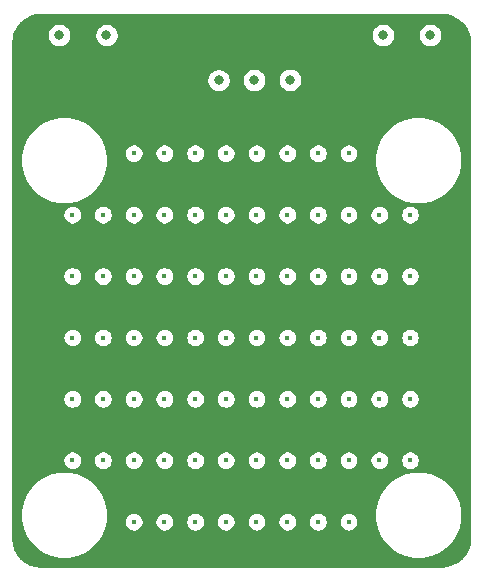
<source format=gbr>
G04 #@! TF.GenerationSoftware,KiCad,Pcbnew,(5.1.9-0-10_14)*
G04 #@! TF.CreationDate,2021-05-04T01:16:58-07:00*
G04 #@! TF.ProjectId,LED_array,4c45445f-6172-4726-9179-2e6b69636164,rev?*
G04 #@! TF.SameCoordinates,Original*
G04 #@! TF.FileFunction,Copper,L2,Inr*
G04 #@! TF.FilePolarity,Positive*
%FSLAX46Y46*%
G04 Gerber Fmt 4.6, Leading zero omitted, Abs format (unit mm)*
G04 Created by KiCad (PCBNEW (5.1.9-0-10_14)) date 2021-05-04 01:16:58*
%MOMM*%
%LPD*%
G01*
G04 APERTURE LIST*
G04 #@! TA.AperFunction,ViaPad*
%ADD10C,0.800000*%
G04 #@! TD*
G04 #@! TA.AperFunction,ViaPad*
%ADD11C,0.400000*%
G04 #@! TD*
G04 #@! TA.AperFunction,Conductor*
%ADD12C,0.254000*%
G04 #@! TD*
G04 #@! TA.AperFunction,Conductor*
%ADD13C,0.100000*%
G04 #@! TD*
G04 APERTURE END LIST*
D10*
X76000000Y-24400000D03*
X72000000Y-24400000D03*
X44600000Y-24400000D03*
X48600000Y-24400000D03*
X58100000Y-28220000D03*
X61110000Y-28210000D03*
X64130000Y-28190000D03*
D11*
X71700000Y-39600000D03*
X45700000Y-39600000D03*
X50900000Y-34400000D03*
X53500000Y-34400000D03*
X56100000Y-34400000D03*
X58700000Y-34400000D03*
X61300000Y-34400000D03*
X63900000Y-34400000D03*
X66500000Y-34400000D03*
X69100000Y-34400000D03*
X50900000Y-39600000D03*
X53500000Y-39600000D03*
X56100000Y-39600000D03*
X58700000Y-39600000D03*
X61300000Y-39600000D03*
X63900000Y-39600000D03*
X66500000Y-39600000D03*
X69100000Y-39600000D03*
X50900000Y-44800000D03*
X53500000Y-44800000D03*
X56100000Y-44800000D03*
X58700000Y-44800000D03*
X61300000Y-44800000D03*
X63900000Y-44800000D03*
X66500000Y-44800000D03*
X69100000Y-44800000D03*
X50900000Y-50000000D03*
X53500000Y-50000000D03*
X56100000Y-50000000D03*
X58700000Y-50000000D03*
X61300000Y-50000000D03*
X63900000Y-50000000D03*
X66500000Y-50000000D03*
X69100000Y-50000000D03*
X50900000Y-55200000D03*
X53500000Y-55200000D03*
X56100000Y-55200000D03*
X58700000Y-55200000D03*
X61300000Y-55200000D03*
X63900000Y-55200000D03*
X66500000Y-55200000D03*
X69100000Y-55200000D03*
X50900000Y-60400000D03*
X53500000Y-60400000D03*
X56100000Y-60400000D03*
X58700000Y-60400000D03*
X61300000Y-60400000D03*
X63900000Y-60400000D03*
X66500000Y-60400000D03*
X69100000Y-60400000D03*
X50900000Y-65600000D03*
X53500000Y-65600000D03*
X56100000Y-65600000D03*
X58700000Y-65600000D03*
X61300000Y-65600000D03*
X63900000Y-65600000D03*
X66500000Y-65600000D03*
X69100000Y-65600000D03*
X48300000Y-39600000D03*
X45700000Y-44800000D03*
X48300000Y-44800000D03*
X45700000Y-50000000D03*
X48300000Y-50000000D03*
X45700000Y-55200000D03*
X48300000Y-55200000D03*
X45700000Y-60400000D03*
X48300000Y-60400000D03*
X74300000Y-39600000D03*
X71700000Y-44800000D03*
X74300000Y-44800000D03*
X71700000Y-50000000D03*
X74300000Y-50000000D03*
X71700000Y-55200000D03*
X74300000Y-55200000D03*
X71700000Y-60400000D03*
X74300000Y-60400000D03*
D10*
X56610000Y-28210000D03*
D11*
X71700000Y-42200000D03*
X45700000Y-42200000D03*
X50900000Y-37010000D03*
X53500000Y-37010000D03*
X56100000Y-37010000D03*
X58700000Y-37010000D03*
X61300000Y-37010000D03*
X63900000Y-37010000D03*
X66500000Y-37010000D03*
X69100000Y-37010000D03*
X50900000Y-42210000D03*
X53500000Y-42210000D03*
X56100000Y-42210000D03*
X58700000Y-42210000D03*
X61300000Y-42210000D03*
X63900000Y-42210000D03*
X66500000Y-42210000D03*
X69100000Y-42210000D03*
X50900000Y-47410000D03*
X53500000Y-47410000D03*
X56100000Y-47410000D03*
X58700000Y-47410000D03*
X61300000Y-47410000D03*
X63900000Y-47410000D03*
X66500000Y-47410000D03*
X69100000Y-47410000D03*
X50900000Y-52610000D03*
X53500000Y-52610000D03*
X56100000Y-52610000D03*
X58700000Y-52610000D03*
X61300000Y-52610000D03*
X63900000Y-52610000D03*
X66500000Y-52610000D03*
X69100000Y-52610000D03*
X50900000Y-57810000D03*
X53500000Y-57810000D03*
X56100000Y-57810000D03*
X58700000Y-57810000D03*
X61300000Y-57810000D03*
X63900000Y-57810000D03*
X66500000Y-57810000D03*
X69100000Y-57810000D03*
X50900000Y-63010000D03*
X53500000Y-63010000D03*
X56100000Y-63010000D03*
X58700000Y-63010000D03*
X61300000Y-63010000D03*
X63900000Y-63010000D03*
X66500000Y-63010000D03*
X69100000Y-63010000D03*
X48300000Y-42200000D03*
X45700000Y-47400000D03*
X48300000Y-47400000D03*
X45700000Y-52600000D03*
X48300000Y-52600000D03*
X45700000Y-57800000D03*
X48300000Y-57800000D03*
X74300000Y-42200000D03*
X71700000Y-47400000D03*
X74300000Y-47400000D03*
X71700000Y-52600000D03*
X74300000Y-52600000D03*
X71700000Y-57800000D03*
X74300000Y-57800000D03*
D10*
X76000000Y-29600000D03*
X72000000Y-29600000D03*
X48600000Y-29600000D03*
X44600000Y-29600000D03*
D12*
X77449016Y-22732312D02*
X77880930Y-22862714D01*
X78279285Y-23074524D01*
X78628914Y-23359675D01*
X78916497Y-23707303D01*
X79131086Y-24104177D01*
X79264498Y-24535161D01*
X79315000Y-25015654D01*
X79315001Y-66966485D01*
X79267688Y-67449016D01*
X79137287Y-67880927D01*
X78925480Y-68279280D01*
X78640325Y-68628914D01*
X78292697Y-68916497D01*
X77895825Y-69131085D01*
X77464834Y-69264500D01*
X76984346Y-69315000D01*
X43033504Y-69315000D01*
X42550984Y-69267688D01*
X42119073Y-69137287D01*
X41720720Y-68925480D01*
X41371086Y-68640325D01*
X41083503Y-68292697D01*
X40868915Y-67895825D01*
X40735500Y-67464834D01*
X40685000Y-66984346D01*
X40685000Y-64631946D01*
X41263081Y-64631946D01*
X41263081Y-65368054D01*
X41406689Y-66090019D01*
X41688386Y-66770095D01*
X42097346Y-67382147D01*
X42617853Y-67902654D01*
X43229905Y-68311614D01*
X43909981Y-68593311D01*
X44631946Y-68736919D01*
X45368054Y-68736919D01*
X46090019Y-68593311D01*
X46770095Y-68311614D01*
X47382147Y-67902654D01*
X47902654Y-67382147D01*
X48311614Y-66770095D01*
X48593311Y-66090019D01*
X48707140Y-65517760D01*
X50065000Y-65517760D01*
X50065000Y-65682240D01*
X50097089Y-65843560D01*
X50160033Y-65995521D01*
X50251413Y-66132281D01*
X50367719Y-66248587D01*
X50504479Y-66339967D01*
X50656440Y-66402911D01*
X50817760Y-66435000D01*
X50982240Y-66435000D01*
X51143560Y-66402911D01*
X51295521Y-66339967D01*
X51432281Y-66248587D01*
X51548587Y-66132281D01*
X51639967Y-65995521D01*
X51702911Y-65843560D01*
X51735000Y-65682240D01*
X51735000Y-65517760D01*
X52665000Y-65517760D01*
X52665000Y-65682240D01*
X52697089Y-65843560D01*
X52760033Y-65995521D01*
X52851413Y-66132281D01*
X52967719Y-66248587D01*
X53104479Y-66339967D01*
X53256440Y-66402911D01*
X53417760Y-66435000D01*
X53582240Y-66435000D01*
X53743560Y-66402911D01*
X53895521Y-66339967D01*
X54032281Y-66248587D01*
X54148587Y-66132281D01*
X54239967Y-65995521D01*
X54302911Y-65843560D01*
X54335000Y-65682240D01*
X54335000Y-65517760D01*
X55265000Y-65517760D01*
X55265000Y-65682240D01*
X55297089Y-65843560D01*
X55360033Y-65995521D01*
X55451413Y-66132281D01*
X55567719Y-66248587D01*
X55704479Y-66339967D01*
X55856440Y-66402911D01*
X56017760Y-66435000D01*
X56182240Y-66435000D01*
X56343560Y-66402911D01*
X56495521Y-66339967D01*
X56632281Y-66248587D01*
X56748587Y-66132281D01*
X56839967Y-65995521D01*
X56902911Y-65843560D01*
X56935000Y-65682240D01*
X56935000Y-65517760D01*
X57865000Y-65517760D01*
X57865000Y-65682240D01*
X57897089Y-65843560D01*
X57960033Y-65995521D01*
X58051413Y-66132281D01*
X58167719Y-66248587D01*
X58304479Y-66339967D01*
X58456440Y-66402911D01*
X58617760Y-66435000D01*
X58782240Y-66435000D01*
X58943560Y-66402911D01*
X59095521Y-66339967D01*
X59232281Y-66248587D01*
X59348587Y-66132281D01*
X59439967Y-65995521D01*
X59502911Y-65843560D01*
X59535000Y-65682240D01*
X59535000Y-65517760D01*
X60465000Y-65517760D01*
X60465000Y-65682240D01*
X60497089Y-65843560D01*
X60560033Y-65995521D01*
X60651413Y-66132281D01*
X60767719Y-66248587D01*
X60904479Y-66339967D01*
X61056440Y-66402911D01*
X61217760Y-66435000D01*
X61382240Y-66435000D01*
X61543560Y-66402911D01*
X61695521Y-66339967D01*
X61832281Y-66248587D01*
X61948587Y-66132281D01*
X62039967Y-65995521D01*
X62102911Y-65843560D01*
X62135000Y-65682240D01*
X62135000Y-65517760D01*
X63065000Y-65517760D01*
X63065000Y-65682240D01*
X63097089Y-65843560D01*
X63160033Y-65995521D01*
X63251413Y-66132281D01*
X63367719Y-66248587D01*
X63504479Y-66339967D01*
X63656440Y-66402911D01*
X63817760Y-66435000D01*
X63982240Y-66435000D01*
X64143560Y-66402911D01*
X64295521Y-66339967D01*
X64432281Y-66248587D01*
X64548587Y-66132281D01*
X64639967Y-65995521D01*
X64702911Y-65843560D01*
X64735000Y-65682240D01*
X64735000Y-65517760D01*
X65665000Y-65517760D01*
X65665000Y-65682240D01*
X65697089Y-65843560D01*
X65760033Y-65995521D01*
X65851413Y-66132281D01*
X65967719Y-66248587D01*
X66104479Y-66339967D01*
X66256440Y-66402911D01*
X66417760Y-66435000D01*
X66582240Y-66435000D01*
X66743560Y-66402911D01*
X66895521Y-66339967D01*
X67032281Y-66248587D01*
X67148587Y-66132281D01*
X67239967Y-65995521D01*
X67302911Y-65843560D01*
X67335000Y-65682240D01*
X67335000Y-65517760D01*
X68265000Y-65517760D01*
X68265000Y-65682240D01*
X68297089Y-65843560D01*
X68360033Y-65995521D01*
X68451413Y-66132281D01*
X68567719Y-66248587D01*
X68704479Y-66339967D01*
X68856440Y-66402911D01*
X69017760Y-66435000D01*
X69182240Y-66435000D01*
X69343560Y-66402911D01*
X69495521Y-66339967D01*
X69632281Y-66248587D01*
X69748587Y-66132281D01*
X69839967Y-65995521D01*
X69902911Y-65843560D01*
X69935000Y-65682240D01*
X69935000Y-65517760D01*
X69902911Y-65356440D01*
X69839967Y-65204479D01*
X69748587Y-65067719D01*
X69632281Y-64951413D01*
X69495521Y-64860033D01*
X69343560Y-64797089D01*
X69182240Y-64765000D01*
X69017760Y-64765000D01*
X68856440Y-64797089D01*
X68704479Y-64860033D01*
X68567719Y-64951413D01*
X68451413Y-65067719D01*
X68360033Y-65204479D01*
X68297089Y-65356440D01*
X68265000Y-65517760D01*
X67335000Y-65517760D01*
X67302911Y-65356440D01*
X67239967Y-65204479D01*
X67148587Y-65067719D01*
X67032281Y-64951413D01*
X66895521Y-64860033D01*
X66743560Y-64797089D01*
X66582240Y-64765000D01*
X66417760Y-64765000D01*
X66256440Y-64797089D01*
X66104479Y-64860033D01*
X65967719Y-64951413D01*
X65851413Y-65067719D01*
X65760033Y-65204479D01*
X65697089Y-65356440D01*
X65665000Y-65517760D01*
X64735000Y-65517760D01*
X64702911Y-65356440D01*
X64639967Y-65204479D01*
X64548587Y-65067719D01*
X64432281Y-64951413D01*
X64295521Y-64860033D01*
X64143560Y-64797089D01*
X63982240Y-64765000D01*
X63817760Y-64765000D01*
X63656440Y-64797089D01*
X63504479Y-64860033D01*
X63367719Y-64951413D01*
X63251413Y-65067719D01*
X63160033Y-65204479D01*
X63097089Y-65356440D01*
X63065000Y-65517760D01*
X62135000Y-65517760D01*
X62102911Y-65356440D01*
X62039967Y-65204479D01*
X61948587Y-65067719D01*
X61832281Y-64951413D01*
X61695521Y-64860033D01*
X61543560Y-64797089D01*
X61382240Y-64765000D01*
X61217760Y-64765000D01*
X61056440Y-64797089D01*
X60904479Y-64860033D01*
X60767719Y-64951413D01*
X60651413Y-65067719D01*
X60560033Y-65204479D01*
X60497089Y-65356440D01*
X60465000Y-65517760D01*
X59535000Y-65517760D01*
X59502911Y-65356440D01*
X59439967Y-65204479D01*
X59348587Y-65067719D01*
X59232281Y-64951413D01*
X59095521Y-64860033D01*
X58943560Y-64797089D01*
X58782240Y-64765000D01*
X58617760Y-64765000D01*
X58456440Y-64797089D01*
X58304479Y-64860033D01*
X58167719Y-64951413D01*
X58051413Y-65067719D01*
X57960033Y-65204479D01*
X57897089Y-65356440D01*
X57865000Y-65517760D01*
X56935000Y-65517760D01*
X56902911Y-65356440D01*
X56839967Y-65204479D01*
X56748587Y-65067719D01*
X56632281Y-64951413D01*
X56495521Y-64860033D01*
X56343560Y-64797089D01*
X56182240Y-64765000D01*
X56017760Y-64765000D01*
X55856440Y-64797089D01*
X55704479Y-64860033D01*
X55567719Y-64951413D01*
X55451413Y-65067719D01*
X55360033Y-65204479D01*
X55297089Y-65356440D01*
X55265000Y-65517760D01*
X54335000Y-65517760D01*
X54302911Y-65356440D01*
X54239967Y-65204479D01*
X54148587Y-65067719D01*
X54032281Y-64951413D01*
X53895521Y-64860033D01*
X53743560Y-64797089D01*
X53582240Y-64765000D01*
X53417760Y-64765000D01*
X53256440Y-64797089D01*
X53104479Y-64860033D01*
X52967719Y-64951413D01*
X52851413Y-65067719D01*
X52760033Y-65204479D01*
X52697089Y-65356440D01*
X52665000Y-65517760D01*
X51735000Y-65517760D01*
X51702911Y-65356440D01*
X51639967Y-65204479D01*
X51548587Y-65067719D01*
X51432281Y-64951413D01*
X51295521Y-64860033D01*
X51143560Y-64797089D01*
X50982240Y-64765000D01*
X50817760Y-64765000D01*
X50656440Y-64797089D01*
X50504479Y-64860033D01*
X50367719Y-64951413D01*
X50251413Y-65067719D01*
X50160033Y-65204479D01*
X50097089Y-65356440D01*
X50065000Y-65517760D01*
X48707140Y-65517760D01*
X48736919Y-65368054D01*
X48736919Y-64631946D01*
X71263081Y-64631946D01*
X71263081Y-65368054D01*
X71406689Y-66090019D01*
X71688386Y-66770095D01*
X72097346Y-67382147D01*
X72617853Y-67902654D01*
X73229905Y-68311614D01*
X73909981Y-68593311D01*
X74631946Y-68736919D01*
X75368054Y-68736919D01*
X76090019Y-68593311D01*
X76770095Y-68311614D01*
X77382147Y-67902654D01*
X77902654Y-67382147D01*
X78311614Y-66770095D01*
X78593311Y-66090019D01*
X78736919Y-65368054D01*
X78736919Y-64631946D01*
X78593311Y-63909981D01*
X78311614Y-63229905D01*
X77902654Y-62617853D01*
X77382147Y-62097346D01*
X76770095Y-61688386D01*
X76090019Y-61406689D01*
X75368054Y-61263081D01*
X74631946Y-61263081D01*
X73909981Y-61406689D01*
X73229905Y-61688386D01*
X72617853Y-62097346D01*
X72097346Y-62617853D01*
X71688386Y-63229905D01*
X71406689Y-63909981D01*
X71263081Y-64631946D01*
X48736919Y-64631946D01*
X48593311Y-63909981D01*
X48311614Y-63229905D01*
X47902654Y-62617853D01*
X47382147Y-62097346D01*
X46770095Y-61688386D01*
X46090019Y-61406689D01*
X45368054Y-61263081D01*
X44631946Y-61263081D01*
X43909981Y-61406689D01*
X43229905Y-61688386D01*
X42617853Y-62097346D01*
X42097346Y-62617853D01*
X41688386Y-63229905D01*
X41406689Y-63909981D01*
X41263081Y-64631946D01*
X40685000Y-64631946D01*
X40685000Y-60317760D01*
X44865000Y-60317760D01*
X44865000Y-60482240D01*
X44897089Y-60643560D01*
X44960033Y-60795521D01*
X45051413Y-60932281D01*
X45167719Y-61048587D01*
X45304479Y-61139967D01*
X45456440Y-61202911D01*
X45617760Y-61235000D01*
X45782240Y-61235000D01*
X45943560Y-61202911D01*
X46095521Y-61139967D01*
X46232281Y-61048587D01*
X46348587Y-60932281D01*
X46439967Y-60795521D01*
X46502911Y-60643560D01*
X46535000Y-60482240D01*
X46535000Y-60317760D01*
X47465000Y-60317760D01*
X47465000Y-60482240D01*
X47497089Y-60643560D01*
X47560033Y-60795521D01*
X47651413Y-60932281D01*
X47767719Y-61048587D01*
X47904479Y-61139967D01*
X48056440Y-61202911D01*
X48217760Y-61235000D01*
X48382240Y-61235000D01*
X48543560Y-61202911D01*
X48695521Y-61139967D01*
X48832281Y-61048587D01*
X48948587Y-60932281D01*
X49039967Y-60795521D01*
X49102911Y-60643560D01*
X49135000Y-60482240D01*
X49135000Y-60317760D01*
X50065000Y-60317760D01*
X50065000Y-60482240D01*
X50097089Y-60643560D01*
X50160033Y-60795521D01*
X50251413Y-60932281D01*
X50367719Y-61048587D01*
X50504479Y-61139967D01*
X50656440Y-61202911D01*
X50817760Y-61235000D01*
X50982240Y-61235000D01*
X51143560Y-61202911D01*
X51295521Y-61139967D01*
X51432281Y-61048587D01*
X51548587Y-60932281D01*
X51639967Y-60795521D01*
X51702911Y-60643560D01*
X51735000Y-60482240D01*
X51735000Y-60317760D01*
X52665000Y-60317760D01*
X52665000Y-60482240D01*
X52697089Y-60643560D01*
X52760033Y-60795521D01*
X52851413Y-60932281D01*
X52967719Y-61048587D01*
X53104479Y-61139967D01*
X53256440Y-61202911D01*
X53417760Y-61235000D01*
X53582240Y-61235000D01*
X53743560Y-61202911D01*
X53895521Y-61139967D01*
X54032281Y-61048587D01*
X54148587Y-60932281D01*
X54239967Y-60795521D01*
X54302911Y-60643560D01*
X54335000Y-60482240D01*
X54335000Y-60317760D01*
X55265000Y-60317760D01*
X55265000Y-60482240D01*
X55297089Y-60643560D01*
X55360033Y-60795521D01*
X55451413Y-60932281D01*
X55567719Y-61048587D01*
X55704479Y-61139967D01*
X55856440Y-61202911D01*
X56017760Y-61235000D01*
X56182240Y-61235000D01*
X56343560Y-61202911D01*
X56495521Y-61139967D01*
X56632281Y-61048587D01*
X56748587Y-60932281D01*
X56839967Y-60795521D01*
X56902911Y-60643560D01*
X56935000Y-60482240D01*
X56935000Y-60317760D01*
X57865000Y-60317760D01*
X57865000Y-60482240D01*
X57897089Y-60643560D01*
X57960033Y-60795521D01*
X58051413Y-60932281D01*
X58167719Y-61048587D01*
X58304479Y-61139967D01*
X58456440Y-61202911D01*
X58617760Y-61235000D01*
X58782240Y-61235000D01*
X58943560Y-61202911D01*
X59095521Y-61139967D01*
X59232281Y-61048587D01*
X59348587Y-60932281D01*
X59439967Y-60795521D01*
X59502911Y-60643560D01*
X59535000Y-60482240D01*
X59535000Y-60317760D01*
X60465000Y-60317760D01*
X60465000Y-60482240D01*
X60497089Y-60643560D01*
X60560033Y-60795521D01*
X60651413Y-60932281D01*
X60767719Y-61048587D01*
X60904479Y-61139967D01*
X61056440Y-61202911D01*
X61217760Y-61235000D01*
X61382240Y-61235000D01*
X61543560Y-61202911D01*
X61695521Y-61139967D01*
X61832281Y-61048587D01*
X61948587Y-60932281D01*
X62039967Y-60795521D01*
X62102911Y-60643560D01*
X62135000Y-60482240D01*
X62135000Y-60317760D01*
X63065000Y-60317760D01*
X63065000Y-60482240D01*
X63097089Y-60643560D01*
X63160033Y-60795521D01*
X63251413Y-60932281D01*
X63367719Y-61048587D01*
X63504479Y-61139967D01*
X63656440Y-61202911D01*
X63817760Y-61235000D01*
X63982240Y-61235000D01*
X64143560Y-61202911D01*
X64295521Y-61139967D01*
X64432281Y-61048587D01*
X64548587Y-60932281D01*
X64639967Y-60795521D01*
X64702911Y-60643560D01*
X64735000Y-60482240D01*
X64735000Y-60317760D01*
X65665000Y-60317760D01*
X65665000Y-60482240D01*
X65697089Y-60643560D01*
X65760033Y-60795521D01*
X65851413Y-60932281D01*
X65967719Y-61048587D01*
X66104479Y-61139967D01*
X66256440Y-61202911D01*
X66417760Y-61235000D01*
X66582240Y-61235000D01*
X66743560Y-61202911D01*
X66895521Y-61139967D01*
X67032281Y-61048587D01*
X67148587Y-60932281D01*
X67239967Y-60795521D01*
X67302911Y-60643560D01*
X67335000Y-60482240D01*
X67335000Y-60317760D01*
X68265000Y-60317760D01*
X68265000Y-60482240D01*
X68297089Y-60643560D01*
X68360033Y-60795521D01*
X68451413Y-60932281D01*
X68567719Y-61048587D01*
X68704479Y-61139967D01*
X68856440Y-61202911D01*
X69017760Y-61235000D01*
X69182240Y-61235000D01*
X69343560Y-61202911D01*
X69495521Y-61139967D01*
X69632281Y-61048587D01*
X69748587Y-60932281D01*
X69839967Y-60795521D01*
X69902911Y-60643560D01*
X69935000Y-60482240D01*
X69935000Y-60317760D01*
X70865000Y-60317760D01*
X70865000Y-60482240D01*
X70897089Y-60643560D01*
X70960033Y-60795521D01*
X71051413Y-60932281D01*
X71167719Y-61048587D01*
X71304479Y-61139967D01*
X71456440Y-61202911D01*
X71617760Y-61235000D01*
X71782240Y-61235000D01*
X71943560Y-61202911D01*
X72095521Y-61139967D01*
X72232281Y-61048587D01*
X72348587Y-60932281D01*
X72439967Y-60795521D01*
X72502911Y-60643560D01*
X72535000Y-60482240D01*
X72535000Y-60317760D01*
X73465000Y-60317760D01*
X73465000Y-60482240D01*
X73497089Y-60643560D01*
X73560033Y-60795521D01*
X73651413Y-60932281D01*
X73767719Y-61048587D01*
X73904479Y-61139967D01*
X74056440Y-61202911D01*
X74217760Y-61235000D01*
X74382240Y-61235000D01*
X74543560Y-61202911D01*
X74695521Y-61139967D01*
X74832281Y-61048587D01*
X74948587Y-60932281D01*
X75039967Y-60795521D01*
X75102911Y-60643560D01*
X75135000Y-60482240D01*
X75135000Y-60317760D01*
X75102911Y-60156440D01*
X75039967Y-60004479D01*
X74948587Y-59867719D01*
X74832281Y-59751413D01*
X74695521Y-59660033D01*
X74543560Y-59597089D01*
X74382240Y-59565000D01*
X74217760Y-59565000D01*
X74056440Y-59597089D01*
X73904479Y-59660033D01*
X73767719Y-59751413D01*
X73651413Y-59867719D01*
X73560033Y-60004479D01*
X73497089Y-60156440D01*
X73465000Y-60317760D01*
X72535000Y-60317760D01*
X72502911Y-60156440D01*
X72439967Y-60004479D01*
X72348587Y-59867719D01*
X72232281Y-59751413D01*
X72095521Y-59660033D01*
X71943560Y-59597089D01*
X71782240Y-59565000D01*
X71617760Y-59565000D01*
X71456440Y-59597089D01*
X71304479Y-59660033D01*
X71167719Y-59751413D01*
X71051413Y-59867719D01*
X70960033Y-60004479D01*
X70897089Y-60156440D01*
X70865000Y-60317760D01*
X69935000Y-60317760D01*
X69902911Y-60156440D01*
X69839967Y-60004479D01*
X69748587Y-59867719D01*
X69632281Y-59751413D01*
X69495521Y-59660033D01*
X69343560Y-59597089D01*
X69182240Y-59565000D01*
X69017760Y-59565000D01*
X68856440Y-59597089D01*
X68704479Y-59660033D01*
X68567719Y-59751413D01*
X68451413Y-59867719D01*
X68360033Y-60004479D01*
X68297089Y-60156440D01*
X68265000Y-60317760D01*
X67335000Y-60317760D01*
X67302911Y-60156440D01*
X67239967Y-60004479D01*
X67148587Y-59867719D01*
X67032281Y-59751413D01*
X66895521Y-59660033D01*
X66743560Y-59597089D01*
X66582240Y-59565000D01*
X66417760Y-59565000D01*
X66256440Y-59597089D01*
X66104479Y-59660033D01*
X65967719Y-59751413D01*
X65851413Y-59867719D01*
X65760033Y-60004479D01*
X65697089Y-60156440D01*
X65665000Y-60317760D01*
X64735000Y-60317760D01*
X64702911Y-60156440D01*
X64639967Y-60004479D01*
X64548587Y-59867719D01*
X64432281Y-59751413D01*
X64295521Y-59660033D01*
X64143560Y-59597089D01*
X63982240Y-59565000D01*
X63817760Y-59565000D01*
X63656440Y-59597089D01*
X63504479Y-59660033D01*
X63367719Y-59751413D01*
X63251413Y-59867719D01*
X63160033Y-60004479D01*
X63097089Y-60156440D01*
X63065000Y-60317760D01*
X62135000Y-60317760D01*
X62102911Y-60156440D01*
X62039967Y-60004479D01*
X61948587Y-59867719D01*
X61832281Y-59751413D01*
X61695521Y-59660033D01*
X61543560Y-59597089D01*
X61382240Y-59565000D01*
X61217760Y-59565000D01*
X61056440Y-59597089D01*
X60904479Y-59660033D01*
X60767719Y-59751413D01*
X60651413Y-59867719D01*
X60560033Y-60004479D01*
X60497089Y-60156440D01*
X60465000Y-60317760D01*
X59535000Y-60317760D01*
X59502911Y-60156440D01*
X59439967Y-60004479D01*
X59348587Y-59867719D01*
X59232281Y-59751413D01*
X59095521Y-59660033D01*
X58943560Y-59597089D01*
X58782240Y-59565000D01*
X58617760Y-59565000D01*
X58456440Y-59597089D01*
X58304479Y-59660033D01*
X58167719Y-59751413D01*
X58051413Y-59867719D01*
X57960033Y-60004479D01*
X57897089Y-60156440D01*
X57865000Y-60317760D01*
X56935000Y-60317760D01*
X56902911Y-60156440D01*
X56839967Y-60004479D01*
X56748587Y-59867719D01*
X56632281Y-59751413D01*
X56495521Y-59660033D01*
X56343560Y-59597089D01*
X56182240Y-59565000D01*
X56017760Y-59565000D01*
X55856440Y-59597089D01*
X55704479Y-59660033D01*
X55567719Y-59751413D01*
X55451413Y-59867719D01*
X55360033Y-60004479D01*
X55297089Y-60156440D01*
X55265000Y-60317760D01*
X54335000Y-60317760D01*
X54302911Y-60156440D01*
X54239967Y-60004479D01*
X54148587Y-59867719D01*
X54032281Y-59751413D01*
X53895521Y-59660033D01*
X53743560Y-59597089D01*
X53582240Y-59565000D01*
X53417760Y-59565000D01*
X53256440Y-59597089D01*
X53104479Y-59660033D01*
X52967719Y-59751413D01*
X52851413Y-59867719D01*
X52760033Y-60004479D01*
X52697089Y-60156440D01*
X52665000Y-60317760D01*
X51735000Y-60317760D01*
X51702911Y-60156440D01*
X51639967Y-60004479D01*
X51548587Y-59867719D01*
X51432281Y-59751413D01*
X51295521Y-59660033D01*
X51143560Y-59597089D01*
X50982240Y-59565000D01*
X50817760Y-59565000D01*
X50656440Y-59597089D01*
X50504479Y-59660033D01*
X50367719Y-59751413D01*
X50251413Y-59867719D01*
X50160033Y-60004479D01*
X50097089Y-60156440D01*
X50065000Y-60317760D01*
X49135000Y-60317760D01*
X49102911Y-60156440D01*
X49039967Y-60004479D01*
X48948587Y-59867719D01*
X48832281Y-59751413D01*
X48695521Y-59660033D01*
X48543560Y-59597089D01*
X48382240Y-59565000D01*
X48217760Y-59565000D01*
X48056440Y-59597089D01*
X47904479Y-59660033D01*
X47767719Y-59751413D01*
X47651413Y-59867719D01*
X47560033Y-60004479D01*
X47497089Y-60156440D01*
X47465000Y-60317760D01*
X46535000Y-60317760D01*
X46502911Y-60156440D01*
X46439967Y-60004479D01*
X46348587Y-59867719D01*
X46232281Y-59751413D01*
X46095521Y-59660033D01*
X45943560Y-59597089D01*
X45782240Y-59565000D01*
X45617760Y-59565000D01*
X45456440Y-59597089D01*
X45304479Y-59660033D01*
X45167719Y-59751413D01*
X45051413Y-59867719D01*
X44960033Y-60004479D01*
X44897089Y-60156440D01*
X44865000Y-60317760D01*
X40685000Y-60317760D01*
X40685000Y-55117760D01*
X44865000Y-55117760D01*
X44865000Y-55282240D01*
X44897089Y-55443560D01*
X44960033Y-55595521D01*
X45051413Y-55732281D01*
X45167719Y-55848587D01*
X45304479Y-55939967D01*
X45456440Y-56002911D01*
X45617760Y-56035000D01*
X45782240Y-56035000D01*
X45943560Y-56002911D01*
X46095521Y-55939967D01*
X46232281Y-55848587D01*
X46348587Y-55732281D01*
X46439967Y-55595521D01*
X46502911Y-55443560D01*
X46535000Y-55282240D01*
X46535000Y-55117760D01*
X47465000Y-55117760D01*
X47465000Y-55282240D01*
X47497089Y-55443560D01*
X47560033Y-55595521D01*
X47651413Y-55732281D01*
X47767719Y-55848587D01*
X47904479Y-55939967D01*
X48056440Y-56002911D01*
X48217760Y-56035000D01*
X48382240Y-56035000D01*
X48543560Y-56002911D01*
X48695521Y-55939967D01*
X48832281Y-55848587D01*
X48948587Y-55732281D01*
X49039967Y-55595521D01*
X49102911Y-55443560D01*
X49135000Y-55282240D01*
X49135000Y-55117760D01*
X50065000Y-55117760D01*
X50065000Y-55282240D01*
X50097089Y-55443560D01*
X50160033Y-55595521D01*
X50251413Y-55732281D01*
X50367719Y-55848587D01*
X50504479Y-55939967D01*
X50656440Y-56002911D01*
X50817760Y-56035000D01*
X50982240Y-56035000D01*
X51143560Y-56002911D01*
X51295521Y-55939967D01*
X51432281Y-55848587D01*
X51548587Y-55732281D01*
X51639967Y-55595521D01*
X51702911Y-55443560D01*
X51735000Y-55282240D01*
X51735000Y-55117760D01*
X52665000Y-55117760D01*
X52665000Y-55282240D01*
X52697089Y-55443560D01*
X52760033Y-55595521D01*
X52851413Y-55732281D01*
X52967719Y-55848587D01*
X53104479Y-55939967D01*
X53256440Y-56002911D01*
X53417760Y-56035000D01*
X53582240Y-56035000D01*
X53743560Y-56002911D01*
X53895521Y-55939967D01*
X54032281Y-55848587D01*
X54148587Y-55732281D01*
X54239967Y-55595521D01*
X54302911Y-55443560D01*
X54335000Y-55282240D01*
X54335000Y-55117760D01*
X55265000Y-55117760D01*
X55265000Y-55282240D01*
X55297089Y-55443560D01*
X55360033Y-55595521D01*
X55451413Y-55732281D01*
X55567719Y-55848587D01*
X55704479Y-55939967D01*
X55856440Y-56002911D01*
X56017760Y-56035000D01*
X56182240Y-56035000D01*
X56343560Y-56002911D01*
X56495521Y-55939967D01*
X56632281Y-55848587D01*
X56748587Y-55732281D01*
X56839967Y-55595521D01*
X56902911Y-55443560D01*
X56935000Y-55282240D01*
X56935000Y-55117760D01*
X57865000Y-55117760D01*
X57865000Y-55282240D01*
X57897089Y-55443560D01*
X57960033Y-55595521D01*
X58051413Y-55732281D01*
X58167719Y-55848587D01*
X58304479Y-55939967D01*
X58456440Y-56002911D01*
X58617760Y-56035000D01*
X58782240Y-56035000D01*
X58943560Y-56002911D01*
X59095521Y-55939967D01*
X59232281Y-55848587D01*
X59348587Y-55732281D01*
X59439967Y-55595521D01*
X59502911Y-55443560D01*
X59535000Y-55282240D01*
X59535000Y-55117760D01*
X60465000Y-55117760D01*
X60465000Y-55282240D01*
X60497089Y-55443560D01*
X60560033Y-55595521D01*
X60651413Y-55732281D01*
X60767719Y-55848587D01*
X60904479Y-55939967D01*
X61056440Y-56002911D01*
X61217760Y-56035000D01*
X61382240Y-56035000D01*
X61543560Y-56002911D01*
X61695521Y-55939967D01*
X61832281Y-55848587D01*
X61948587Y-55732281D01*
X62039967Y-55595521D01*
X62102911Y-55443560D01*
X62135000Y-55282240D01*
X62135000Y-55117760D01*
X63065000Y-55117760D01*
X63065000Y-55282240D01*
X63097089Y-55443560D01*
X63160033Y-55595521D01*
X63251413Y-55732281D01*
X63367719Y-55848587D01*
X63504479Y-55939967D01*
X63656440Y-56002911D01*
X63817760Y-56035000D01*
X63982240Y-56035000D01*
X64143560Y-56002911D01*
X64295521Y-55939967D01*
X64432281Y-55848587D01*
X64548587Y-55732281D01*
X64639967Y-55595521D01*
X64702911Y-55443560D01*
X64735000Y-55282240D01*
X64735000Y-55117760D01*
X65665000Y-55117760D01*
X65665000Y-55282240D01*
X65697089Y-55443560D01*
X65760033Y-55595521D01*
X65851413Y-55732281D01*
X65967719Y-55848587D01*
X66104479Y-55939967D01*
X66256440Y-56002911D01*
X66417760Y-56035000D01*
X66582240Y-56035000D01*
X66743560Y-56002911D01*
X66895521Y-55939967D01*
X67032281Y-55848587D01*
X67148587Y-55732281D01*
X67239967Y-55595521D01*
X67302911Y-55443560D01*
X67335000Y-55282240D01*
X67335000Y-55117760D01*
X68265000Y-55117760D01*
X68265000Y-55282240D01*
X68297089Y-55443560D01*
X68360033Y-55595521D01*
X68451413Y-55732281D01*
X68567719Y-55848587D01*
X68704479Y-55939967D01*
X68856440Y-56002911D01*
X69017760Y-56035000D01*
X69182240Y-56035000D01*
X69343560Y-56002911D01*
X69495521Y-55939967D01*
X69632281Y-55848587D01*
X69748587Y-55732281D01*
X69839967Y-55595521D01*
X69902911Y-55443560D01*
X69935000Y-55282240D01*
X69935000Y-55117760D01*
X70865000Y-55117760D01*
X70865000Y-55282240D01*
X70897089Y-55443560D01*
X70960033Y-55595521D01*
X71051413Y-55732281D01*
X71167719Y-55848587D01*
X71304479Y-55939967D01*
X71456440Y-56002911D01*
X71617760Y-56035000D01*
X71782240Y-56035000D01*
X71943560Y-56002911D01*
X72095521Y-55939967D01*
X72232281Y-55848587D01*
X72348587Y-55732281D01*
X72439967Y-55595521D01*
X72502911Y-55443560D01*
X72535000Y-55282240D01*
X72535000Y-55117760D01*
X73465000Y-55117760D01*
X73465000Y-55282240D01*
X73497089Y-55443560D01*
X73560033Y-55595521D01*
X73651413Y-55732281D01*
X73767719Y-55848587D01*
X73904479Y-55939967D01*
X74056440Y-56002911D01*
X74217760Y-56035000D01*
X74382240Y-56035000D01*
X74543560Y-56002911D01*
X74695521Y-55939967D01*
X74832281Y-55848587D01*
X74948587Y-55732281D01*
X75039967Y-55595521D01*
X75102911Y-55443560D01*
X75135000Y-55282240D01*
X75135000Y-55117760D01*
X75102911Y-54956440D01*
X75039967Y-54804479D01*
X74948587Y-54667719D01*
X74832281Y-54551413D01*
X74695521Y-54460033D01*
X74543560Y-54397089D01*
X74382240Y-54365000D01*
X74217760Y-54365000D01*
X74056440Y-54397089D01*
X73904479Y-54460033D01*
X73767719Y-54551413D01*
X73651413Y-54667719D01*
X73560033Y-54804479D01*
X73497089Y-54956440D01*
X73465000Y-55117760D01*
X72535000Y-55117760D01*
X72502911Y-54956440D01*
X72439967Y-54804479D01*
X72348587Y-54667719D01*
X72232281Y-54551413D01*
X72095521Y-54460033D01*
X71943560Y-54397089D01*
X71782240Y-54365000D01*
X71617760Y-54365000D01*
X71456440Y-54397089D01*
X71304479Y-54460033D01*
X71167719Y-54551413D01*
X71051413Y-54667719D01*
X70960033Y-54804479D01*
X70897089Y-54956440D01*
X70865000Y-55117760D01*
X69935000Y-55117760D01*
X69902911Y-54956440D01*
X69839967Y-54804479D01*
X69748587Y-54667719D01*
X69632281Y-54551413D01*
X69495521Y-54460033D01*
X69343560Y-54397089D01*
X69182240Y-54365000D01*
X69017760Y-54365000D01*
X68856440Y-54397089D01*
X68704479Y-54460033D01*
X68567719Y-54551413D01*
X68451413Y-54667719D01*
X68360033Y-54804479D01*
X68297089Y-54956440D01*
X68265000Y-55117760D01*
X67335000Y-55117760D01*
X67302911Y-54956440D01*
X67239967Y-54804479D01*
X67148587Y-54667719D01*
X67032281Y-54551413D01*
X66895521Y-54460033D01*
X66743560Y-54397089D01*
X66582240Y-54365000D01*
X66417760Y-54365000D01*
X66256440Y-54397089D01*
X66104479Y-54460033D01*
X65967719Y-54551413D01*
X65851413Y-54667719D01*
X65760033Y-54804479D01*
X65697089Y-54956440D01*
X65665000Y-55117760D01*
X64735000Y-55117760D01*
X64702911Y-54956440D01*
X64639967Y-54804479D01*
X64548587Y-54667719D01*
X64432281Y-54551413D01*
X64295521Y-54460033D01*
X64143560Y-54397089D01*
X63982240Y-54365000D01*
X63817760Y-54365000D01*
X63656440Y-54397089D01*
X63504479Y-54460033D01*
X63367719Y-54551413D01*
X63251413Y-54667719D01*
X63160033Y-54804479D01*
X63097089Y-54956440D01*
X63065000Y-55117760D01*
X62135000Y-55117760D01*
X62102911Y-54956440D01*
X62039967Y-54804479D01*
X61948587Y-54667719D01*
X61832281Y-54551413D01*
X61695521Y-54460033D01*
X61543560Y-54397089D01*
X61382240Y-54365000D01*
X61217760Y-54365000D01*
X61056440Y-54397089D01*
X60904479Y-54460033D01*
X60767719Y-54551413D01*
X60651413Y-54667719D01*
X60560033Y-54804479D01*
X60497089Y-54956440D01*
X60465000Y-55117760D01*
X59535000Y-55117760D01*
X59502911Y-54956440D01*
X59439967Y-54804479D01*
X59348587Y-54667719D01*
X59232281Y-54551413D01*
X59095521Y-54460033D01*
X58943560Y-54397089D01*
X58782240Y-54365000D01*
X58617760Y-54365000D01*
X58456440Y-54397089D01*
X58304479Y-54460033D01*
X58167719Y-54551413D01*
X58051413Y-54667719D01*
X57960033Y-54804479D01*
X57897089Y-54956440D01*
X57865000Y-55117760D01*
X56935000Y-55117760D01*
X56902911Y-54956440D01*
X56839967Y-54804479D01*
X56748587Y-54667719D01*
X56632281Y-54551413D01*
X56495521Y-54460033D01*
X56343560Y-54397089D01*
X56182240Y-54365000D01*
X56017760Y-54365000D01*
X55856440Y-54397089D01*
X55704479Y-54460033D01*
X55567719Y-54551413D01*
X55451413Y-54667719D01*
X55360033Y-54804479D01*
X55297089Y-54956440D01*
X55265000Y-55117760D01*
X54335000Y-55117760D01*
X54302911Y-54956440D01*
X54239967Y-54804479D01*
X54148587Y-54667719D01*
X54032281Y-54551413D01*
X53895521Y-54460033D01*
X53743560Y-54397089D01*
X53582240Y-54365000D01*
X53417760Y-54365000D01*
X53256440Y-54397089D01*
X53104479Y-54460033D01*
X52967719Y-54551413D01*
X52851413Y-54667719D01*
X52760033Y-54804479D01*
X52697089Y-54956440D01*
X52665000Y-55117760D01*
X51735000Y-55117760D01*
X51702911Y-54956440D01*
X51639967Y-54804479D01*
X51548587Y-54667719D01*
X51432281Y-54551413D01*
X51295521Y-54460033D01*
X51143560Y-54397089D01*
X50982240Y-54365000D01*
X50817760Y-54365000D01*
X50656440Y-54397089D01*
X50504479Y-54460033D01*
X50367719Y-54551413D01*
X50251413Y-54667719D01*
X50160033Y-54804479D01*
X50097089Y-54956440D01*
X50065000Y-55117760D01*
X49135000Y-55117760D01*
X49102911Y-54956440D01*
X49039967Y-54804479D01*
X48948587Y-54667719D01*
X48832281Y-54551413D01*
X48695521Y-54460033D01*
X48543560Y-54397089D01*
X48382240Y-54365000D01*
X48217760Y-54365000D01*
X48056440Y-54397089D01*
X47904479Y-54460033D01*
X47767719Y-54551413D01*
X47651413Y-54667719D01*
X47560033Y-54804479D01*
X47497089Y-54956440D01*
X47465000Y-55117760D01*
X46535000Y-55117760D01*
X46502911Y-54956440D01*
X46439967Y-54804479D01*
X46348587Y-54667719D01*
X46232281Y-54551413D01*
X46095521Y-54460033D01*
X45943560Y-54397089D01*
X45782240Y-54365000D01*
X45617760Y-54365000D01*
X45456440Y-54397089D01*
X45304479Y-54460033D01*
X45167719Y-54551413D01*
X45051413Y-54667719D01*
X44960033Y-54804479D01*
X44897089Y-54956440D01*
X44865000Y-55117760D01*
X40685000Y-55117760D01*
X40685000Y-49917760D01*
X44865000Y-49917760D01*
X44865000Y-50082240D01*
X44897089Y-50243560D01*
X44960033Y-50395521D01*
X45051413Y-50532281D01*
X45167719Y-50648587D01*
X45304479Y-50739967D01*
X45456440Y-50802911D01*
X45617760Y-50835000D01*
X45782240Y-50835000D01*
X45943560Y-50802911D01*
X46095521Y-50739967D01*
X46232281Y-50648587D01*
X46348587Y-50532281D01*
X46439967Y-50395521D01*
X46502911Y-50243560D01*
X46535000Y-50082240D01*
X46535000Y-49917760D01*
X47465000Y-49917760D01*
X47465000Y-50082240D01*
X47497089Y-50243560D01*
X47560033Y-50395521D01*
X47651413Y-50532281D01*
X47767719Y-50648587D01*
X47904479Y-50739967D01*
X48056440Y-50802911D01*
X48217760Y-50835000D01*
X48382240Y-50835000D01*
X48543560Y-50802911D01*
X48695521Y-50739967D01*
X48832281Y-50648587D01*
X48948587Y-50532281D01*
X49039967Y-50395521D01*
X49102911Y-50243560D01*
X49135000Y-50082240D01*
X49135000Y-49917760D01*
X50065000Y-49917760D01*
X50065000Y-50082240D01*
X50097089Y-50243560D01*
X50160033Y-50395521D01*
X50251413Y-50532281D01*
X50367719Y-50648587D01*
X50504479Y-50739967D01*
X50656440Y-50802911D01*
X50817760Y-50835000D01*
X50982240Y-50835000D01*
X51143560Y-50802911D01*
X51295521Y-50739967D01*
X51432281Y-50648587D01*
X51548587Y-50532281D01*
X51639967Y-50395521D01*
X51702911Y-50243560D01*
X51735000Y-50082240D01*
X51735000Y-49917760D01*
X52665000Y-49917760D01*
X52665000Y-50082240D01*
X52697089Y-50243560D01*
X52760033Y-50395521D01*
X52851413Y-50532281D01*
X52967719Y-50648587D01*
X53104479Y-50739967D01*
X53256440Y-50802911D01*
X53417760Y-50835000D01*
X53582240Y-50835000D01*
X53743560Y-50802911D01*
X53895521Y-50739967D01*
X54032281Y-50648587D01*
X54148587Y-50532281D01*
X54239967Y-50395521D01*
X54302911Y-50243560D01*
X54335000Y-50082240D01*
X54335000Y-49917760D01*
X55265000Y-49917760D01*
X55265000Y-50082240D01*
X55297089Y-50243560D01*
X55360033Y-50395521D01*
X55451413Y-50532281D01*
X55567719Y-50648587D01*
X55704479Y-50739967D01*
X55856440Y-50802911D01*
X56017760Y-50835000D01*
X56182240Y-50835000D01*
X56343560Y-50802911D01*
X56495521Y-50739967D01*
X56632281Y-50648587D01*
X56748587Y-50532281D01*
X56839967Y-50395521D01*
X56902911Y-50243560D01*
X56935000Y-50082240D01*
X56935000Y-49917760D01*
X57865000Y-49917760D01*
X57865000Y-50082240D01*
X57897089Y-50243560D01*
X57960033Y-50395521D01*
X58051413Y-50532281D01*
X58167719Y-50648587D01*
X58304479Y-50739967D01*
X58456440Y-50802911D01*
X58617760Y-50835000D01*
X58782240Y-50835000D01*
X58943560Y-50802911D01*
X59095521Y-50739967D01*
X59232281Y-50648587D01*
X59348587Y-50532281D01*
X59439967Y-50395521D01*
X59502911Y-50243560D01*
X59535000Y-50082240D01*
X59535000Y-49917760D01*
X60465000Y-49917760D01*
X60465000Y-50082240D01*
X60497089Y-50243560D01*
X60560033Y-50395521D01*
X60651413Y-50532281D01*
X60767719Y-50648587D01*
X60904479Y-50739967D01*
X61056440Y-50802911D01*
X61217760Y-50835000D01*
X61382240Y-50835000D01*
X61543560Y-50802911D01*
X61695521Y-50739967D01*
X61832281Y-50648587D01*
X61948587Y-50532281D01*
X62039967Y-50395521D01*
X62102911Y-50243560D01*
X62135000Y-50082240D01*
X62135000Y-49917760D01*
X63065000Y-49917760D01*
X63065000Y-50082240D01*
X63097089Y-50243560D01*
X63160033Y-50395521D01*
X63251413Y-50532281D01*
X63367719Y-50648587D01*
X63504479Y-50739967D01*
X63656440Y-50802911D01*
X63817760Y-50835000D01*
X63982240Y-50835000D01*
X64143560Y-50802911D01*
X64295521Y-50739967D01*
X64432281Y-50648587D01*
X64548587Y-50532281D01*
X64639967Y-50395521D01*
X64702911Y-50243560D01*
X64735000Y-50082240D01*
X64735000Y-49917760D01*
X65665000Y-49917760D01*
X65665000Y-50082240D01*
X65697089Y-50243560D01*
X65760033Y-50395521D01*
X65851413Y-50532281D01*
X65967719Y-50648587D01*
X66104479Y-50739967D01*
X66256440Y-50802911D01*
X66417760Y-50835000D01*
X66582240Y-50835000D01*
X66743560Y-50802911D01*
X66895521Y-50739967D01*
X67032281Y-50648587D01*
X67148587Y-50532281D01*
X67239967Y-50395521D01*
X67302911Y-50243560D01*
X67335000Y-50082240D01*
X67335000Y-49917760D01*
X68265000Y-49917760D01*
X68265000Y-50082240D01*
X68297089Y-50243560D01*
X68360033Y-50395521D01*
X68451413Y-50532281D01*
X68567719Y-50648587D01*
X68704479Y-50739967D01*
X68856440Y-50802911D01*
X69017760Y-50835000D01*
X69182240Y-50835000D01*
X69343560Y-50802911D01*
X69495521Y-50739967D01*
X69632281Y-50648587D01*
X69748587Y-50532281D01*
X69839967Y-50395521D01*
X69902911Y-50243560D01*
X69935000Y-50082240D01*
X69935000Y-49917760D01*
X70865000Y-49917760D01*
X70865000Y-50082240D01*
X70897089Y-50243560D01*
X70960033Y-50395521D01*
X71051413Y-50532281D01*
X71167719Y-50648587D01*
X71304479Y-50739967D01*
X71456440Y-50802911D01*
X71617760Y-50835000D01*
X71782240Y-50835000D01*
X71943560Y-50802911D01*
X72095521Y-50739967D01*
X72232281Y-50648587D01*
X72348587Y-50532281D01*
X72439967Y-50395521D01*
X72502911Y-50243560D01*
X72535000Y-50082240D01*
X72535000Y-49917760D01*
X73465000Y-49917760D01*
X73465000Y-50082240D01*
X73497089Y-50243560D01*
X73560033Y-50395521D01*
X73651413Y-50532281D01*
X73767719Y-50648587D01*
X73904479Y-50739967D01*
X74056440Y-50802911D01*
X74217760Y-50835000D01*
X74382240Y-50835000D01*
X74543560Y-50802911D01*
X74695521Y-50739967D01*
X74832281Y-50648587D01*
X74948587Y-50532281D01*
X75039967Y-50395521D01*
X75102911Y-50243560D01*
X75135000Y-50082240D01*
X75135000Y-49917760D01*
X75102911Y-49756440D01*
X75039967Y-49604479D01*
X74948587Y-49467719D01*
X74832281Y-49351413D01*
X74695521Y-49260033D01*
X74543560Y-49197089D01*
X74382240Y-49165000D01*
X74217760Y-49165000D01*
X74056440Y-49197089D01*
X73904479Y-49260033D01*
X73767719Y-49351413D01*
X73651413Y-49467719D01*
X73560033Y-49604479D01*
X73497089Y-49756440D01*
X73465000Y-49917760D01*
X72535000Y-49917760D01*
X72502911Y-49756440D01*
X72439967Y-49604479D01*
X72348587Y-49467719D01*
X72232281Y-49351413D01*
X72095521Y-49260033D01*
X71943560Y-49197089D01*
X71782240Y-49165000D01*
X71617760Y-49165000D01*
X71456440Y-49197089D01*
X71304479Y-49260033D01*
X71167719Y-49351413D01*
X71051413Y-49467719D01*
X70960033Y-49604479D01*
X70897089Y-49756440D01*
X70865000Y-49917760D01*
X69935000Y-49917760D01*
X69902911Y-49756440D01*
X69839967Y-49604479D01*
X69748587Y-49467719D01*
X69632281Y-49351413D01*
X69495521Y-49260033D01*
X69343560Y-49197089D01*
X69182240Y-49165000D01*
X69017760Y-49165000D01*
X68856440Y-49197089D01*
X68704479Y-49260033D01*
X68567719Y-49351413D01*
X68451413Y-49467719D01*
X68360033Y-49604479D01*
X68297089Y-49756440D01*
X68265000Y-49917760D01*
X67335000Y-49917760D01*
X67302911Y-49756440D01*
X67239967Y-49604479D01*
X67148587Y-49467719D01*
X67032281Y-49351413D01*
X66895521Y-49260033D01*
X66743560Y-49197089D01*
X66582240Y-49165000D01*
X66417760Y-49165000D01*
X66256440Y-49197089D01*
X66104479Y-49260033D01*
X65967719Y-49351413D01*
X65851413Y-49467719D01*
X65760033Y-49604479D01*
X65697089Y-49756440D01*
X65665000Y-49917760D01*
X64735000Y-49917760D01*
X64702911Y-49756440D01*
X64639967Y-49604479D01*
X64548587Y-49467719D01*
X64432281Y-49351413D01*
X64295521Y-49260033D01*
X64143560Y-49197089D01*
X63982240Y-49165000D01*
X63817760Y-49165000D01*
X63656440Y-49197089D01*
X63504479Y-49260033D01*
X63367719Y-49351413D01*
X63251413Y-49467719D01*
X63160033Y-49604479D01*
X63097089Y-49756440D01*
X63065000Y-49917760D01*
X62135000Y-49917760D01*
X62102911Y-49756440D01*
X62039967Y-49604479D01*
X61948587Y-49467719D01*
X61832281Y-49351413D01*
X61695521Y-49260033D01*
X61543560Y-49197089D01*
X61382240Y-49165000D01*
X61217760Y-49165000D01*
X61056440Y-49197089D01*
X60904479Y-49260033D01*
X60767719Y-49351413D01*
X60651413Y-49467719D01*
X60560033Y-49604479D01*
X60497089Y-49756440D01*
X60465000Y-49917760D01*
X59535000Y-49917760D01*
X59502911Y-49756440D01*
X59439967Y-49604479D01*
X59348587Y-49467719D01*
X59232281Y-49351413D01*
X59095521Y-49260033D01*
X58943560Y-49197089D01*
X58782240Y-49165000D01*
X58617760Y-49165000D01*
X58456440Y-49197089D01*
X58304479Y-49260033D01*
X58167719Y-49351413D01*
X58051413Y-49467719D01*
X57960033Y-49604479D01*
X57897089Y-49756440D01*
X57865000Y-49917760D01*
X56935000Y-49917760D01*
X56902911Y-49756440D01*
X56839967Y-49604479D01*
X56748587Y-49467719D01*
X56632281Y-49351413D01*
X56495521Y-49260033D01*
X56343560Y-49197089D01*
X56182240Y-49165000D01*
X56017760Y-49165000D01*
X55856440Y-49197089D01*
X55704479Y-49260033D01*
X55567719Y-49351413D01*
X55451413Y-49467719D01*
X55360033Y-49604479D01*
X55297089Y-49756440D01*
X55265000Y-49917760D01*
X54335000Y-49917760D01*
X54302911Y-49756440D01*
X54239967Y-49604479D01*
X54148587Y-49467719D01*
X54032281Y-49351413D01*
X53895521Y-49260033D01*
X53743560Y-49197089D01*
X53582240Y-49165000D01*
X53417760Y-49165000D01*
X53256440Y-49197089D01*
X53104479Y-49260033D01*
X52967719Y-49351413D01*
X52851413Y-49467719D01*
X52760033Y-49604479D01*
X52697089Y-49756440D01*
X52665000Y-49917760D01*
X51735000Y-49917760D01*
X51702911Y-49756440D01*
X51639967Y-49604479D01*
X51548587Y-49467719D01*
X51432281Y-49351413D01*
X51295521Y-49260033D01*
X51143560Y-49197089D01*
X50982240Y-49165000D01*
X50817760Y-49165000D01*
X50656440Y-49197089D01*
X50504479Y-49260033D01*
X50367719Y-49351413D01*
X50251413Y-49467719D01*
X50160033Y-49604479D01*
X50097089Y-49756440D01*
X50065000Y-49917760D01*
X49135000Y-49917760D01*
X49102911Y-49756440D01*
X49039967Y-49604479D01*
X48948587Y-49467719D01*
X48832281Y-49351413D01*
X48695521Y-49260033D01*
X48543560Y-49197089D01*
X48382240Y-49165000D01*
X48217760Y-49165000D01*
X48056440Y-49197089D01*
X47904479Y-49260033D01*
X47767719Y-49351413D01*
X47651413Y-49467719D01*
X47560033Y-49604479D01*
X47497089Y-49756440D01*
X47465000Y-49917760D01*
X46535000Y-49917760D01*
X46502911Y-49756440D01*
X46439967Y-49604479D01*
X46348587Y-49467719D01*
X46232281Y-49351413D01*
X46095521Y-49260033D01*
X45943560Y-49197089D01*
X45782240Y-49165000D01*
X45617760Y-49165000D01*
X45456440Y-49197089D01*
X45304479Y-49260033D01*
X45167719Y-49351413D01*
X45051413Y-49467719D01*
X44960033Y-49604479D01*
X44897089Y-49756440D01*
X44865000Y-49917760D01*
X40685000Y-49917760D01*
X40685000Y-44717760D01*
X44865000Y-44717760D01*
X44865000Y-44882240D01*
X44897089Y-45043560D01*
X44960033Y-45195521D01*
X45051413Y-45332281D01*
X45167719Y-45448587D01*
X45304479Y-45539967D01*
X45456440Y-45602911D01*
X45617760Y-45635000D01*
X45782240Y-45635000D01*
X45943560Y-45602911D01*
X46095521Y-45539967D01*
X46232281Y-45448587D01*
X46348587Y-45332281D01*
X46439967Y-45195521D01*
X46502911Y-45043560D01*
X46535000Y-44882240D01*
X46535000Y-44717760D01*
X47465000Y-44717760D01*
X47465000Y-44882240D01*
X47497089Y-45043560D01*
X47560033Y-45195521D01*
X47651413Y-45332281D01*
X47767719Y-45448587D01*
X47904479Y-45539967D01*
X48056440Y-45602911D01*
X48217760Y-45635000D01*
X48382240Y-45635000D01*
X48543560Y-45602911D01*
X48695521Y-45539967D01*
X48832281Y-45448587D01*
X48948587Y-45332281D01*
X49039967Y-45195521D01*
X49102911Y-45043560D01*
X49135000Y-44882240D01*
X49135000Y-44717760D01*
X50065000Y-44717760D01*
X50065000Y-44882240D01*
X50097089Y-45043560D01*
X50160033Y-45195521D01*
X50251413Y-45332281D01*
X50367719Y-45448587D01*
X50504479Y-45539967D01*
X50656440Y-45602911D01*
X50817760Y-45635000D01*
X50982240Y-45635000D01*
X51143560Y-45602911D01*
X51295521Y-45539967D01*
X51432281Y-45448587D01*
X51548587Y-45332281D01*
X51639967Y-45195521D01*
X51702911Y-45043560D01*
X51735000Y-44882240D01*
X51735000Y-44717760D01*
X52665000Y-44717760D01*
X52665000Y-44882240D01*
X52697089Y-45043560D01*
X52760033Y-45195521D01*
X52851413Y-45332281D01*
X52967719Y-45448587D01*
X53104479Y-45539967D01*
X53256440Y-45602911D01*
X53417760Y-45635000D01*
X53582240Y-45635000D01*
X53743560Y-45602911D01*
X53895521Y-45539967D01*
X54032281Y-45448587D01*
X54148587Y-45332281D01*
X54239967Y-45195521D01*
X54302911Y-45043560D01*
X54335000Y-44882240D01*
X54335000Y-44717760D01*
X55265000Y-44717760D01*
X55265000Y-44882240D01*
X55297089Y-45043560D01*
X55360033Y-45195521D01*
X55451413Y-45332281D01*
X55567719Y-45448587D01*
X55704479Y-45539967D01*
X55856440Y-45602911D01*
X56017760Y-45635000D01*
X56182240Y-45635000D01*
X56343560Y-45602911D01*
X56495521Y-45539967D01*
X56632281Y-45448587D01*
X56748587Y-45332281D01*
X56839967Y-45195521D01*
X56902911Y-45043560D01*
X56935000Y-44882240D01*
X56935000Y-44717760D01*
X57865000Y-44717760D01*
X57865000Y-44882240D01*
X57897089Y-45043560D01*
X57960033Y-45195521D01*
X58051413Y-45332281D01*
X58167719Y-45448587D01*
X58304479Y-45539967D01*
X58456440Y-45602911D01*
X58617760Y-45635000D01*
X58782240Y-45635000D01*
X58943560Y-45602911D01*
X59095521Y-45539967D01*
X59232281Y-45448587D01*
X59348587Y-45332281D01*
X59439967Y-45195521D01*
X59502911Y-45043560D01*
X59535000Y-44882240D01*
X59535000Y-44717760D01*
X60465000Y-44717760D01*
X60465000Y-44882240D01*
X60497089Y-45043560D01*
X60560033Y-45195521D01*
X60651413Y-45332281D01*
X60767719Y-45448587D01*
X60904479Y-45539967D01*
X61056440Y-45602911D01*
X61217760Y-45635000D01*
X61382240Y-45635000D01*
X61543560Y-45602911D01*
X61695521Y-45539967D01*
X61832281Y-45448587D01*
X61948587Y-45332281D01*
X62039967Y-45195521D01*
X62102911Y-45043560D01*
X62135000Y-44882240D01*
X62135000Y-44717760D01*
X63065000Y-44717760D01*
X63065000Y-44882240D01*
X63097089Y-45043560D01*
X63160033Y-45195521D01*
X63251413Y-45332281D01*
X63367719Y-45448587D01*
X63504479Y-45539967D01*
X63656440Y-45602911D01*
X63817760Y-45635000D01*
X63982240Y-45635000D01*
X64143560Y-45602911D01*
X64295521Y-45539967D01*
X64432281Y-45448587D01*
X64548587Y-45332281D01*
X64639967Y-45195521D01*
X64702911Y-45043560D01*
X64735000Y-44882240D01*
X64735000Y-44717760D01*
X65665000Y-44717760D01*
X65665000Y-44882240D01*
X65697089Y-45043560D01*
X65760033Y-45195521D01*
X65851413Y-45332281D01*
X65967719Y-45448587D01*
X66104479Y-45539967D01*
X66256440Y-45602911D01*
X66417760Y-45635000D01*
X66582240Y-45635000D01*
X66743560Y-45602911D01*
X66895521Y-45539967D01*
X67032281Y-45448587D01*
X67148587Y-45332281D01*
X67239967Y-45195521D01*
X67302911Y-45043560D01*
X67335000Y-44882240D01*
X67335000Y-44717760D01*
X68265000Y-44717760D01*
X68265000Y-44882240D01*
X68297089Y-45043560D01*
X68360033Y-45195521D01*
X68451413Y-45332281D01*
X68567719Y-45448587D01*
X68704479Y-45539967D01*
X68856440Y-45602911D01*
X69017760Y-45635000D01*
X69182240Y-45635000D01*
X69343560Y-45602911D01*
X69495521Y-45539967D01*
X69632281Y-45448587D01*
X69748587Y-45332281D01*
X69839967Y-45195521D01*
X69902911Y-45043560D01*
X69935000Y-44882240D01*
X69935000Y-44717760D01*
X70865000Y-44717760D01*
X70865000Y-44882240D01*
X70897089Y-45043560D01*
X70960033Y-45195521D01*
X71051413Y-45332281D01*
X71167719Y-45448587D01*
X71304479Y-45539967D01*
X71456440Y-45602911D01*
X71617760Y-45635000D01*
X71782240Y-45635000D01*
X71943560Y-45602911D01*
X72095521Y-45539967D01*
X72232281Y-45448587D01*
X72348587Y-45332281D01*
X72439967Y-45195521D01*
X72502911Y-45043560D01*
X72535000Y-44882240D01*
X72535000Y-44717760D01*
X73465000Y-44717760D01*
X73465000Y-44882240D01*
X73497089Y-45043560D01*
X73560033Y-45195521D01*
X73651413Y-45332281D01*
X73767719Y-45448587D01*
X73904479Y-45539967D01*
X74056440Y-45602911D01*
X74217760Y-45635000D01*
X74382240Y-45635000D01*
X74543560Y-45602911D01*
X74695521Y-45539967D01*
X74832281Y-45448587D01*
X74948587Y-45332281D01*
X75039967Y-45195521D01*
X75102911Y-45043560D01*
X75135000Y-44882240D01*
X75135000Y-44717760D01*
X75102911Y-44556440D01*
X75039967Y-44404479D01*
X74948587Y-44267719D01*
X74832281Y-44151413D01*
X74695521Y-44060033D01*
X74543560Y-43997089D01*
X74382240Y-43965000D01*
X74217760Y-43965000D01*
X74056440Y-43997089D01*
X73904479Y-44060033D01*
X73767719Y-44151413D01*
X73651413Y-44267719D01*
X73560033Y-44404479D01*
X73497089Y-44556440D01*
X73465000Y-44717760D01*
X72535000Y-44717760D01*
X72502911Y-44556440D01*
X72439967Y-44404479D01*
X72348587Y-44267719D01*
X72232281Y-44151413D01*
X72095521Y-44060033D01*
X71943560Y-43997089D01*
X71782240Y-43965000D01*
X71617760Y-43965000D01*
X71456440Y-43997089D01*
X71304479Y-44060033D01*
X71167719Y-44151413D01*
X71051413Y-44267719D01*
X70960033Y-44404479D01*
X70897089Y-44556440D01*
X70865000Y-44717760D01*
X69935000Y-44717760D01*
X69902911Y-44556440D01*
X69839967Y-44404479D01*
X69748587Y-44267719D01*
X69632281Y-44151413D01*
X69495521Y-44060033D01*
X69343560Y-43997089D01*
X69182240Y-43965000D01*
X69017760Y-43965000D01*
X68856440Y-43997089D01*
X68704479Y-44060033D01*
X68567719Y-44151413D01*
X68451413Y-44267719D01*
X68360033Y-44404479D01*
X68297089Y-44556440D01*
X68265000Y-44717760D01*
X67335000Y-44717760D01*
X67302911Y-44556440D01*
X67239967Y-44404479D01*
X67148587Y-44267719D01*
X67032281Y-44151413D01*
X66895521Y-44060033D01*
X66743560Y-43997089D01*
X66582240Y-43965000D01*
X66417760Y-43965000D01*
X66256440Y-43997089D01*
X66104479Y-44060033D01*
X65967719Y-44151413D01*
X65851413Y-44267719D01*
X65760033Y-44404479D01*
X65697089Y-44556440D01*
X65665000Y-44717760D01*
X64735000Y-44717760D01*
X64702911Y-44556440D01*
X64639967Y-44404479D01*
X64548587Y-44267719D01*
X64432281Y-44151413D01*
X64295521Y-44060033D01*
X64143560Y-43997089D01*
X63982240Y-43965000D01*
X63817760Y-43965000D01*
X63656440Y-43997089D01*
X63504479Y-44060033D01*
X63367719Y-44151413D01*
X63251413Y-44267719D01*
X63160033Y-44404479D01*
X63097089Y-44556440D01*
X63065000Y-44717760D01*
X62135000Y-44717760D01*
X62102911Y-44556440D01*
X62039967Y-44404479D01*
X61948587Y-44267719D01*
X61832281Y-44151413D01*
X61695521Y-44060033D01*
X61543560Y-43997089D01*
X61382240Y-43965000D01*
X61217760Y-43965000D01*
X61056440Y-43997089D01*
X60904479Y-44060033D01*
X60767719Y-44151413D01*
X60651413Y-44267719D01*
X60560033Y-44404479D01*
X60497089Y-44556440D01*
X60465000Y-44717760D01*
X59535000Y-44717760D01*
X59502911Y-44556440D01*
X59439967Y-44404479D01*
X59348587Y-44267719D01*
X59232281Y-44151413D01*
X59095521Y-44060033D01*
X58943560Y-43997089D01*
X58782240Y-43965000D01*
X58617760Y-43965000D01*
X58456440Y-43997089D01*
X58304479Y-44060033D01*
X58167719Y-44151413D01*
X58051413Y-44267719D01*
X57960033Y-44404479D01*
X57897089Y-44556440D01*
X57865000Y-44717760D01*
X56935000Y-44717760D01*
X56902911Y-44556440D01*
X56839967Y-44404479D01*
X56748587Y-44267719D01*
X56632281Y-44151413D01*
X56495521Y-44060033D01*
X56343560Y-43997089D01*
X56182240Y-43965000D01*
X56017760Y-43965000D01*
X55856440Y-43997089D01*
X55704479Y-44060033D01*
X55567719Y-44151413D01*
X55451413Y-44267719D01*
X55360033Y-44404479D01*
X55297089Y-44556440D01*
X55265000Y-44717760D01*
X54335000Y-44717760D01*
X54302911Y-44556440D01*
X54239967Y-44404479D01*
X54148587Y-44267719D01*
X54032281Y-44151413D01*
X53895521Y-44060033D01*
X53743560Y-43997089D01*
X53582240Y-43965000D01*
X53417760Y-43965000D01*
X53256440Y-43997089D01*
X53104479Y-44060033D01*
X52967719Y-44151413D01*
X52851413Y-44267719D01*
X52760033Y-44404479D01*
X52697089Y-44556440D01*
X52665000Y-44717760D01*
X51735000Y-44717760D01*
X51702911Y-44556440D01*
X51639967Y-44404479D01*
X51548587Y-44267719D01*
X51432281Y-44151413D01*
X51295521Y-44060033D01*
X51143560Y-43997089D01*
X50982240Y-43965000D01*
X50817760Y-43965000D01*
X50656440Y-43997089D01*
X50504479Y-44060033D01*
X50367719Y-44151413D01*
X50251413Y-44267719D01*
X50160033Y-44404479D01*
X50097089Y-44556440D01*
X50065000Y-44717760D01*
X49135000Y-44717760D01*
X49102911Y-44556440D01*
X49039967Y-44404479D01*
X48948587Y-44267719D01*
X48832281Y-44151413D01*
X48695521Y-44060033D01*
X48543560Y-43997089D01*
X48382240Y-43965000D01*
X48217760Y-43965000D01*
X48056440Y-43997089D01*
X47904479Y-44060033D01*
X47767719Y-44151413D01*
X47651413Y-44267719D01*
X47560033Y-44404479D01*
X47497089Y-44556440D01*
X47465000Y-44717760D01*
X46535000Y-44717760D01*
X46502911Y-44556440D01*
X46439967Y-44404479D01*
X46348587Y-44267719D01*
X46232281Y-44151413D01*
X46095521Y-44060033D01*
X45943560Y-43997089D01*
X45782240Y-43965000D01*
X45617760Y-43965000D01*
X45456440Y-43997089D01*
X45304479Y-44060033D01*
X45167719Y-44151413D01*
X45051413Y-44267719D01*
X44960033Y-44404479D01*
X44897089Y-44556440D01*
X44865000Y-44717760D01*
X40685000Y-44717760D01*
X40685000Y-39517760D01*
X44865000Y-39517760D01*
X44865000Y-39682240D01*
X44897089Y-39843560D01*
X44960033Y-39995521D01*
X45051413Y-40132281D01*
X45167719Y-40248587D01*
X45304479Y-40339967D01*
X45456440Y-40402911D01*
X45617760Y-40435000D01*
X45782240Y-40435000D01*
X45943560Y-40402911D01*
X46095521Y-40339967D01*
X46232281Y-40248587D01*
X46348587Y-40132281D01*
X46439967Y-39995521D01*
X46502911Y-39843560D01*
X46535000Y-39682240D01*
X46535000Y-39517760D01*
X47465000Y-39517760D01*
X47465000Y-39682240D01*
X47497089Y-39843560D01*
X47560033Y-39995521D01*
X47651413Y-40132281D01*
X47767719Y-40248587D01*
X47904479Y-40339967D01*
X48056440Y-40402911D01*
X48217760Y-40435000D01*
X48382240Y-40435000D01*
X48543560Y-40402911D01*
X48695521Y-40339967D01*
X48832281Y-40248587D01*
X48948587Y-40132281D01*
X49039967Y-39995521D01*
X49102911Y-39843560D01*
X49135000Y-39682240D01*
X49135000Y-39517760D01*
X50065000Y-39517760D01*
X50065000Y-39682240D01*
X50097089Y-39843560D01*
X50160033Y-39995521D01*
X50251413Y-40132281D01*
X50367719Y-40248587D01*
X50504479Y-40339967D01*
X50656440Y-40402911D01*
X50817760Y-40435000D01*
X50982240Y-40435000D01*
X51143560Y-40402911D01*
X51295521Y-40339967D01*
X51432281Y-40248587D01*
X51548587Y-40132281D01*
X51639967Y-39995521D01*
X51702911Y-39843560D01*
X51735000Y-39682240D01*
X51735000Y-39517760D01*
X52665000Y-39517760D01*
X52665000Y-39682240D01*
X52697089Y-39843560D01*
X52760033Y-39995521D01*
X52851413Y-40132281D01*
X52967719Y-40248587D01*
X53104479Y-40339967D01*
X53256440Y-40402911D01*
X53417760Y-40435000D01*
X53582240Y-40435000D01*
X53743560Y-40402911D01*
X53895521Y-40339967D01*
X54032281Y-40248587D01*
X54148587Y-40132281D01*
X54239967Y-39995521D01*
X54302911Y-39843560D01*
X54335000Y-39682240D01*
X54335000Y-39517760D01*
X55265000Y-39517760D01*
X55265000Y-39682240D01*
X55297089Y-39843560D01*
X55360033Y-39995521D01*
X55451413Y-40132281D01*
X55567719Y-40248587D01*
X55704479Y-40339967D01*
X55856440Y-40402911D01*
X56017760Y-40435000D01*
X56182240Y-40435000D01*
X56343560Y-40402911D01*
X56495521Y-40339967D01*
X56632281Y-40248587D01*
X56748587Y-40132281D01*
X56839967Y-39995521D01*
X56902911Y-39843560D01*
X56935000Y-39682240D01*
X56935000Y-39517760D01*
X57865000Y-39517760D01*
X57865000Y-39682240D01*
X57897089Y-39843560D01*
X57960033Y-39995521D01*
X58051413Y-40132281D01*
X58167719Y-40248587D01*
X58304479Y-40339967D01*
X58456440Y-40402911D01*
X58617760Y-40435000D01*
X58782240Y-40435000D01*
X58943560Y-40402911D01*
X59095521Y-40339967D01*
X59232281Y-40248587D01*
X59348587Y-40132281D01*
X59439967Y-39995521D01*
X59502911Y-39843560D01*
X59535000Y-39682240D01*
X59535000Y-39517760D01*
X60465000Y-39517760D01*
X60465000Y-39682240D01*
X60497089Y-39843560D01*
X60560033Y-39995521D01*
X60651413Y-40132281D01*
X60767719Y-40248587D01*
X60904479Y-40339967D01*
X61056440Y-40402911D01*
X61217760Y-40435000D01*
X61382240Y-40435000D01*
X61543560Y-40402911D01*
X61695521Y-40339967D01*
X61832281Y-40248587D01*
X61948587Y-40132281D01*
X62039967Y-39995521D01*
X62102911Y-39843560D01*
X62135000Y-39682240D01*
X62135000Y-39517760D01*
X63065000Y-39517760D01*
X63065000Y-39682240D01*
X63097089Y-39843560D01*
X63160033Y-39995521D01*
X63251413Y-40132281D01*
X63367719Y-40248587D01*
X63504479Y-40339967D01*
X63656440Y-40402911D01*
X63817760Y-40435000D01*
X63982240Y-40435000D01*
X64143560Y-40402911D01*
X64295521Y-40339967D01*
X64432281Y-40248587D01*
X64548587Y-40132281D01*
X64639967Y-39995521D01*
X64702911Y-39843560D01*
X64735000Y-39682240D01*
X64735000Y-39517760D01*
X65665000Y-39517760D01*
X65665000Y-39682240D01*
X65697089Y-39843560D01*
X65760033Y-39995521D01*
X65851413Y-40132281D01*
X65967719Y-40248587D01*
X66104479Y-40339967D01*
X66256440Y-40402911D01*
X66417760Y-40435000D01*
X66582240Y-40435000D01*
X66743560Y-40402911D01*
X66895521Y-40339967D01*
X67032281Y-40248587D01*
X67148587Y-40132281D01*
X67239967Y-39995521D01*
X67302911Y-39843560D01*
X67335000Y-39682240D01*
X67335000Y-39517760D01*
X68265000Y-39517760D01*
X68265000Y-39682240D01*
X68297089Y-39843560D01*
X68360033Y-39995521D01*
X68451413Y-40132281D01*
X68567719Y-40248587D01*
X68704479Y-40339967D01*
X68856440Y-40402911D01*
X69017760Y-40435000D01*
X69182240Y-40435000D01*
X69343560Y-40402911D01*
X69495521Y-40339967D01*
X69632281Y-40248587D01*
X69748587Y-40132281D01*
X69839967Y-39995521D01*
X69902911Y-39843560D01*
X69935000Y-39682240D01*
X69935000Y-39517760D01*
X70865000Y-39517760D01*
X70865000Y-39682240D01*
X70897089Y-39843560D01*
X70960033Y-39995521D01*
X71051413Y-40132281D01*
X71167719Y-40248587D01*
X71304479Y-40339967D01*
X71456440Y-40402911D01*
X71617760Y-40435000D01*
X71782240Y-40435000D01*
X71943560Y-40402911D01*
X72095521Y-40339967D01*
X72232281Y-40248587D01*
X72348587Y-40132281D01*
X72439967Y-39995521D01*
X72502911Y-39843560D01*
X72535000Y-39682240D01*
X72535000Y-39517760D01*
X73465000Y-39517760D01*
X73465000Y-39682240D01*
X73497089Y-39843560D01*
X73560033Y-39995521D01*
X73651413Y-40132281D01*
X73767719Y-40248587D01*
X73904479Y-40339967D01*
X74056440Y-40402911D01*
X74217760Y-40435000D01*
X74382240Y-40435000D01*
X74543560Y-40402911D01*
X74695521Y-40339967D01*
X74832281Y-40248587D01*
X74948587Y-40132281D01*
X75039967Y-39995521D01*
X75102911Y-39843560D01*
X75135000Y-39682240D01*
X75135000Y-39517760D01*
X75102911Y-39356440D01*
X75039967Y-39204479D01*
X74948587Y-39067719D01*
X74832281Y-38951413D01*
X74695521Y-38860033D01*
X74543560Y-38797089D01*
X74382240Y-38765000D01*
X74217760Y-38765000D01*
X74056440Y-38797089D01*
X73904479Y-38860033D01*
X73767719Y-38951413D01*
X73651413Y-39067719D01*
X73560033Y-39204479D01*
X73497089Y-39356440D01*
X73465000Y-39517760D01*
X72535000Y-39517760D01*
X72502911Y-39356440D01*
X72439967Y-39204479D01*
X72348587Y-39067719D01*
X72232281Y-38951413D01*
X72095521Y-38860033D01*
X71943560Y-38797089D01*
X71782240Y-38765000D01*
X71617760Y-38765000D01*
X71456440Y-38797089D01*
X71304479Y-38860033D01*
X71167719Y-38951413D01*
X71051413Y-39067719D01*
X70960033Y-39204479D01*
X70897089Y-39356440D01*
X70865000Y-39517760D01*
X69935000Y-39517760D01*
X69902911Y-39356440D01*
X69839967Y-39204479D01*
X69748587Y-39067719D01*
X69632281Y-38951413D01*
X69495521Y-38860033D01*
X69343560Y-38797089D01*
X69182240Y-38765000D01*
X69017760Y-38765000D01*
X68856440Y-38797089D01*
X68704479Y-38860033D01*
X68567719Y-38951413D01*
X68451413Y-39067719D01*
X68360033Y-39204479D01*
X68297089Y-39356440D01*
X68265000Y-39517760D01*
X67335000Y-39517760D01*
X67302911Y-39356440D01*
X67239967Y-39204479D01*
X67148587Y-39067719D01*
X67032281Y-38951413D01*
X66895521Y-38860033D01*
X66743560Y-38797089D01*
X66582240Y-38765000D01*
X66417760Y-38765000D01*
X66256440Y-38797089D01*
X66104479Y-38860033D01*
X65967719Y-38951413D01*
X65851413Y-39067719D01*
X65760033Y-39204479D01*
X65697089Y-39356440D01*
X65665000Y-39517760D01*
X64735000Y-39517760D01*
X64702911Y-39356440D01*
X64639967Y-39204479D01*
X64548587Y-39067719D01*
X64432281Y-38951413D01*
X64295521Y-38860033D01*
X64143560Y-38797089D01*
X63982240Y-38765000D01*
X63817760Y-38765000D01*
X63656440Y-38797089D01*
X63504479Y-38860033D01*
X63367719Y-38951413D01*
X63251413Y-39067719D01*
X63160033Y-39204479D01*
X63097089Y-39356440D01*
X63065000Y-39517760D01*
X62135000Y-39517760D01*
X62102911Y-39356440D01*
X62039967Y-39204479D01*
X61948587Y-39067719D01*
X61832281Y-38951413D01*
X61695521Y-38860033D01*
X61543560Y-38797089D01*
X61382240Y-38765000D01*
X61217760Y-38765000D01*
X61056440Y-38797089D01*
X60904479Y-38860033D01*
X60767719Y-38951413D01*
X60651413Y-39067719D01*
X60560033Y-39204479D01*
X60497089Y-39356440D01*
X60465000Y-39517760D01*
X59535000Y-39517760D01*
X59502911Y-39356440D01*
X59439967Y-39204479D01*
X59348587Y-39067719D01*
X59232281Y-38951413D01*
X59095521Y-38860033D01*
X58943560Y-38797089D01*
X58782240Y-38765000D01*
X58617760Y-38765000D01*
X58456440Y-38797089D01*
X58304479Y-38860033D01*
X58167719Y-38951413D01*
X58051413Y-39067719D01*
X57960033Y-39204479D01*
X57897089Y-39356440D01*
X57865000Y-39517760D01*
X56935000Y-39517760D01*
X56902911Y-39356440D01*
X56839967Y-39204479D01*
X56748587Y-39067719D01*
X56632281Y-38951413D01*
X56495521Y-38860033D01*
X56343560Y-38797089D01*
X56182240Y-38765000D01*
X56017760Y-38765000D01*
X55856440Y-38797089D01*
X55704479Y-38860033D01*
X55567719Y-38951413D01*
X55451413Y-39067719D01*
X55360033Y-39204479D01*
X55297089Y-39356440D01*
X55265000Y-39517760D01*
X54335000Y-39517760D01*
X54302911Y-39356440D01*
X54239967Y-39204479D01*
X54148587Y-39067719D01*
X54032281Y-38951413D01*
X53895521Y-38860033D01*
X53743560Y-38797089D01*
X53582240Y-38765000D01*
X53417760Y-38765000D01*
X53256440Y-38797089D01*
X53104479Y-38860033D01*
X52967719Y-38951413D01*
X52851413Y-39067719D01*
X52760033Y-39204479D01*
X52697089Y-39356440D01*
X52665000Y-39517760D01*
X51735000Y-39517760D01*
X51702911Y-39356440D01*
X51639967Y-39204479D01*
X51548587Y-39067719D01*
X51432281Y-38951413D01*
X51295521Y-38860033D01*
X51143560Y-38797089D01*
X50982240Y-38765000D01*
X50817760Y-38765000D01*
X50656440Y-38797089D01*
X50504479Y-38860033D01*
X50367719Y-38951413D01*
X50251413Y-39067719D01*
X50160033Y-39204479D01*
X50097089Y-39356440D01*
X50065000Y-39517760D01*
X49135000Y-39517760D01*
X49102911Y-39356440D01*
X49039967Y-39204479D01*
X48948587Y-39067719D01*
X48832281Y-38951413D01*
X48695521Y-38860033D01*
X48543560Y-38797089D01*
X48382240Y-38765000D01*
X48217760Y-38765000D01*
X48056440Y-38797089D01*
X47904479Y-38860033D01*
X47767719Y-38951413D01*
X47651413Y-39067719D01*
X47560033Y-39204479D01*
X47497089Y-39356440D01*
X47465000Y-39517760D01*
X46535000Y-39517760D01*
X46502911Y-39356440D01*
X46439967Y-39204479D01*
X46348587Y-39067719D01*
X46232281Y-38951413D01*
X46095521Y-38860033D01*
X45943560Y-38797089D01*
X45782240Y-38765000D01*
X45617760Y-38765000D01*
X45456440Y-38797089D01*
X45304479Y-38860033D01*
X45167719Y-38951413D01*
X45051413Y-39067719D01*
X44960033Y-39204479D01*
X44897089Y-39356440D01*
X44865000Y-39517760D01*
X40685000Y-39517760D01*
X40685000Y-34631946D01*
X41263081Y-34631946D01*
X41263081Y-35368054D01*
X41406689Y-36090019D01*
X41688386Y-36770095D01*
X42097346Y-37382147D01*
X42617853Y-37902654D01*
X43229905Y-38311614D01*
X43909981Y-38593311D01*
X44631946Y-38736919D01*
X45368054Y-38736919D01*
X46090019Y-38593311D01*
X46770095Y-38311614D01*
X47382147Y-37902654D01*
X47902654Y-37382147D01*
X48311614Y-36770095D01*
X48593311Y-36090019D01*
X48736919Y-35368054D01*
X48736919Y-34631946D01*
X48674424Y-34317760D01*
X50065000Y-34317760D01*
X50065000Y-34482240D01*
X50097089Y-34643560D01*
X50160033Y-34795521D01*
X50251413Y-34932281D01*
X50367719Y-35048587D01*
X50504479Y-35139967D01*
X50656440Y-35202911D01*
X50817760Y-35235000D01*
X50982240Y-35235000D01*
X51143560Y-35202911D01*
X51295521Y-35139967D01*
X51432281Y-35048587D01*
X51548587Y-34932281D01*
X51639967Y-34795521D01*
X51702911Y-34643560D01*
X51735000Y-34482240D01*
X51735000Y-34317760D01*
X52665000Y-34317760D01*
X52665000Y-34482240D01*
X52697089Y-34643560D01*
X52760033Y-34795521D01*
X52851413Y-34932281D01*
X52967719Y-35048587D01*
X53104479Y-35139967D01*
X53256440Y-35202911D01*
X53417760Y-35235000D01*
X53582240Y-35235000D01*
X53743560Y-35202911D01*
X53895521Y-35139967D01*
X54032281Y-35048587D01*
X54148587Y-34932281D01*
X54239967Y-34795521D01*
X54302911Y-34643560D01*
X54335000Y-34482240D01*
X54335000Y-34317760D01*
X55265000Y-34317760D01*
X55265000Y-34482240D01*
X55297089Y-34643560D01*
X55360033Y-34795521D01*
X55451413Y-34932281D01*
X55567719Y-35048587D01*
X55704479Y-35139967D01*
X55856440Y-35202911D01*
X56017760Y-35235000D01*
X56182240Y-35235000D01*
X56343560Y-35202911D01*
X56495521Y-35139967D01*
X56632281Y-35048587D01*
X56748587Y-34932281D01*
X56839967Y-34795521D01*
X56902911Y-34643560D01*
X56935000Y-34482240D01*
X56935000Y-34317760D01*
X57865000Y-34317760D01*
X57865000Y-34482240D01*
X57897089Y-34643560D01*
X57960033Y-34795521D01*
X58051413Y-34932281D01*
X58167719Y-35048587D01*
X58304479Y-35139967D01*
X58456440Y-35202911D01*
X58617760Y-35235000D01*
X58782240Y-35235000D01*
X58943560Y-35202911D01*
X59095521Y-35139967D01*
X59232281Y-35048587D01*
X59348587Y-34932281D01*
X59439967Y-34795521D01*
X59502911Y-34643560D01*
X59535000Y-34482240D01*
X59535000Y-34317760D01*
X60465000Y-34317760D01*
X60465000Y-34482240D01*
X60497089Y-34643560D01*
X60560033Y-34795521D01*
X60651413Y-34932281D01*
X60767719Y-35048587D01*
X60904479Y-35139967D01*
X61056440Y-35202911D01*
X61217760Y-35235000D01*
X61382240Y-35235000D01*
X61543560Y-35202911D01*
X61695521Y-35139967D01*
X61832281Y-35048587D01*
X61948587Y-34932281D01*
X62039967Y-34795521D01*
X62102911Y-34643560D01*
X62135000Y-34482240D01*
X62135000Y-34317760D01*
X63065000Y-34317760D01*
X63065000Y-34482240D01*
X63097089Y-34643560D01*
X63160033Y-34795521D01*
X63251413Y-34932281D01*
X63367719Y-35048587D01*
X63504479Y-35139967D01*
X63656440Y-35202911D01*
X63817760Y-35235000D01*
X63982240Y-35235000D01*
X64143560Y-35202911D01*
X64295521Y-35139967D01*
X64432281Y-35048587D01*
X64548587Y-34932281D01*
X64639967Y-34795521D01*
X64702911Y-34643560D01*
X64735000Y-34482240D01*
X64735000Y-34317760D01*
X65665000Y-34317760D01*
X65665000Y-34482240D01*
X65697089Y-34643560D01*
X65760033Y-34795521D01*
X65851413Y-34932281D01*
X65967719Y-35048587D01*
X66104479Y-35139967D01*
X66256440Y-35202911D01*
X66417760Y-35235000D01*
X66582240Y-35235000D01*
X66743560Y-35202911D01*
X66895521Y-35139967D01*
X67032281Y-35048587D01*
X67148587Y-34932281D01*
X67239967Y-34795521D01*
X67302911Y-34643560D01*
X67335000Y-34482240D01*
X67335000Y-34317760D01*
X68265000Y-34317760D01*
X68265000Y-34482240D01*
X68297089Y-34643560D01*
X68360033Y-34795521D01*
X68451413Y-34932281D01*
X68567719Y-35048587D01*
X68704479Y-35139967D01*
X68856440Y-35202911D01*
X69017760Y-35235000D01*
X69182240Y-35235000D01*
X69343560Y-35202911D01*
X69495521Y-35139967D01*
X69632281Y-35048587D01*
X69748587Y-34932281D01*
X69839967Y-34795521D01*
X69902911Y-34643560D01*
X69905221Y-34631946D01*
X71263081Y-34631946D01*
X71263081Y-35368054D01*
X71406689Y-36090019D01*
X71688386Y-36770095D01*
X72097346Y-37382147D01*
X72617853Y-37902654D01*
X73229905Y-38311614D01*
X73909981Y-38593311D01*
X74631946Y-38736919D01*
X75368054Y-38736919D01*
X76090019Y-38593311D01*
X76770095Y-38311614D01*
X77382147Y-37902654D01*
X77902654Y-37382147D01*
X78311614Y-36770095D01*
X78593311Y-36090019D01*
X78736919Y-35368054D01*
X78736919Y-34631946D01*
X78593311Y-33909981D01*
X78311614Y-33229905D01*
X77902654Y-32617853D01*
X77382147Y-32097346D01*
X76770095Y-31688386D01*
X76090019Y-31406689D01*
X75368054Y-31263081D01*
X74631946Y-31263081D01*
X73909981Y-31406689D01*
X73229905Y-31688386D01*
X72617853Y-32097346D01*
X72097346Y-32617853D01*
X71688386Y-33229905D01*
X71406689Y-33909981D01*
X71263081Y-34631946D01*
X69905221Y-34631946D01*
X69935000Y-34482240D01*
X69935000Y-34317760D01*
X69902911Y-34156440D01*
X69839967Y-34004479D01*
X69748587Y-33867719D01*
X69632281Y-33751413D01*
X69495521Y-33660033D01*
X69343560Y-33597089D01*
X69182240Y-33565000D01*
X69017760Y-33565000D01*
X68856440Y-33597089D01*
X68704479Y-33660033D01*
X68567719Y-33751413D01*
X68451413Y-33867719D01*
X68360033Y-34004479D01*
X68297089Y-34156440D01*
X68265000Y-34317760D01*
X67335000Y-34317760D01*
X67302911Y-34156440D01*
X67239967Y-34004479D01*
X67148587Y-33867719D01*
X67032281Y-33751413D01*
X66895521Y-33660033D01*
X66743560Y-33597089D01*
X66582240Y-33565000D01*
X66417760Y-33565000D01*
X66256440Y-33597089D01*
X66104479Y-33660033D01*
X65967719Y-33751413D01*
X65851413Y-33867719D01*
X65760033Y-34004479D01*
X65697089Y-34156440D01*
X65665000Y-34317760D01*
X64735000Y-34317760D01*
X64702911Y-34156440D01*
X64639967Y-34004479D01*
X64548587Y-33867719D01*
X64432281Y-33751413D01*
X64295521Y-33660033D01*
X64143560Y-33597089D01*
X63982240Y-33565000D01*
X63817760Y-33565000D01*
X63656440Y-33597089D01*
X63504479Y-33660033D01*
X63367719Y-33751413D01*
X63251413Y-33867719D01*
X63160033Y-34004479D01*
X63097089Y-34156440D01*
X63065000Y-34317760D01*
X62135000Y-34317760D01*
X62102911Y-34156440D01*
X62039967Y-34004479D01*
X61948587Y-33867719D01*
X61832281Y-33751413D01*
X61695521Y-33660033D01*
X61543560Y-33597089D01*
X61382240Y-33565000D01*
X61217760Y-33565000D01*
X61056440Y-33597089D01*
X60904479Y-33660033D01*
X60767719Y-33751413D01*
X60651413Y-33867719D01*
X60560033Y-34004479D01*
X60497089Y-34156440D01*
X60465000Y-34317760D01*
X59535000Y-34317760D01*
X59502911Y-34156440D01*
X59439967Y-34004479D01*
X59348587Y-33867719D01*
X59232281Y-33751413D01*
X59095521Y-33660033D01*
X58943560Y-33597089D01*
X58782240Y-33565000D01*
X58617760Y-33565000D01*
X58456440Y-33597089D01*
X58304479Y-33660033D01*
X58167719Y-33751413D01*
X58051413Y-33867719D01*
X57960033Y-34004479D01*
X57897089Y-34156440D01*
X57865000Y-34317760D01*
X56935000Y-34317760D01*
X56902911Y-34156440D01*
X56839967Y-34004479D01*
X56748587Y-33867719D01*
X56632281Y-33751413D01*
X56495521Y-33660033D01*
X56343560Y-33597089D01*
X56182240Y-33565000D01*
X56017760Y-33565000D01*
X55856440Y-33597089D01*
X55704479Y-33660033D01*
X55567719Y-33751413D01*
X55451413Y-33867719D01*
X55360033Y-34004479D01*
X55297089Y-34156440D01*
X55265000Y-34317760D01*
X54335000Y-34317760D01*
X54302911Y-34156440D01*
X54239967Y-34004479D01*
X54148587Y-33867719D01*
X54032281Y-33751413D01*
X53895521Y-33660033D01*
X53743560Y-33597089D01*
X53582240Y-33565000D01*
X53417760Y-33565000D01*
X53256440Y-33597089D01*
X53104479Y-33660033D01*
X52967719Y-33751413D01*
X52851413Y-33867719D01*
X52760033Y-34004479D01*
X52697089Y-34156440D01*
X52665000Y-34317760D01*
X51735000Y-34317760D01*
X51702911Y-34156440D01*
X51639967Y-34004479D01*
X51548587Y-33867719D01*
X51432281Y-33751413D01*
X51295521Y-33660033D01*
X51143560Y-33597089D01*
X50982240Y-33565000D01*
X50817760Y-33565000D01*
X50656440Y-33597089D01*
X50504479Y-33660033D01*
X50367719Y-33751413D01*
X50251413Y-33867719D01*
X50160033Y-34004479D01*
X50097089Y-34156440D01*
X50065000Y-34317760D01*
X48674424Y-34317760D01*
X48593311Y-33909981D01*
X48311614Y-33229905D01*
X47902654Y-32617853D01*
X47382147Y-32097346D01*
X46770095Y-31688386D01*
X46090019Y-31406689D01*
X45368054Y-31263081D01*
X44631946Y-31263081D01*
X43909981Y-31406689D01*
X43229905Y-31688386D01*
X42617853Y-32097346D01*
X42097346Y-32617853D01*
X41688386Y-33229905D01*
X41406689Y-33909981D01*
X41263081Y-34631946D01*
X40685000Y-34631946D01*
X40685000Y-28118061D01*
X57065000Y-28118061D01*
X57065000Y-28321939D01*
X57104774Y-28521898D01*
X57182795Y-28710256D01*
X57296063Y-28879774D01*
X57440226Y-29023937D01*
X57609744Y-29137205D01*
X57798102Y-29215226D01*
X57998061Y-29255000D01*
X58201939Y-29255000D01*
X58401898Y-29215226D01*
X58590256Y-29137205D01*
X58759774Y-29023937D01*
X58903937Y-28879774D01*
X59017205Y-28710256D01*
X59095226Y-28521898D01*
X59135000Y-28321939D01*
X59135000Y-28118061D01*
X59133011Y-28108061D01*
X60075000Y-28108061D01*
X60075000Y-28311939D01*
X60114774Y-28511898D01*
X60192795Y-28700256D01*
X60306063Y-28869774D01*
X60450226Y-29013937D01*
X60619744Y-29127205D01*
X60808102Y-29205226D01*
X61008061Y-29245000D01*
X61211939Y-29245000D01*
X61411898Y-29205226D01*
X61600256Y-29127205D01*
X61769774Y-29013937D01*
X61913937Y-28869774D01*
X62027205Y-28700256D01*
X62105226Y-28511898D01*
X62145000Y-28311939D01*
X62145000Y-28108061D01*
X62141022Y-28088061D01*
X63095000Y-28088061D01*
X63095000Y-28291939D01*
X63134774Y-28491898D01*
X63212795Y-28680256D01*
X63326063Y-28849774D01*
X63470226Y-28993937D01*
X63639744Y-29107205D01*
X63828102Y-29185226D01*
X64028061Y-29225000D01*
X64231939Y-29225000D01*
X64431898Y-29185226D01*
X64620256Y-29107205D01*
X64789774Y-28993937D01*
X64933937Y-28849774D01*
X65047205Y-28680256D01*
X65125226Y-28491898D01*
X65165000Y-28291939D01*
X65165000Y-28088061D01*
X65125226Y-27888102D01*
X65047205Y-27699744D01*
X64933937Y-27530226D01*
X64789774Y-27386063D01*
X64620256Y-27272795D01*
X64431898Y-27194774D01*
X64231939Y-27155000D01*
X64028061Y-27155000D01*
X63828102Y-27194774D01*
X63639744Y-27272795D01*
X63470226Y-27386063D01*
X63326063Y-27530226D01*
X63212795Y-27699744D01*
X63134774Y-27888102D01*
X63095000Y-28088061D01*
X62141022Y-28088061D01*
X62105226Y-27908102D01*
X62027205Y-27719744D01*
X61913937Y-27550226D01*
X61769774Y-27406063D01*
X61600256Y-27292795D01*
X61411898Y-27214774D01*
X61211939Y-27175000D01*
X61008061Y-27175000D01*
X60808102Y-27214774D01*
X60619744Y-27292795D01*
X60450226Y-27406063D01*
X60306063Y-27550226D01*
X60192795Y-27719744D01*
X60114774Y-27908102D01*
X60075000Y-28108061D01*
X59133011Y-28108061D01*
X59095226Y-27918102D01*
X59017205Y-27729744D01*
X58903937Y-27560226D01*
X58759774Y-27416063D01*
X58590256Y-27302795D01*
X58401898Y-27224774D01*
X58201939Y-27185000D01*
X57998061Y-27185000D01*
X57798102Y-27224774D01*
X57609744Y-27302795D01*
X57440226Y-27416063D01*
X57296063Y-27560226D01*
X57182795Y-27729744D01*
X57104774Y-27918102D01*
X57065000Y-28118061D01*
X40685000Y-28118061D01*
X40685000Y-25033505D01*
X40732312Y-24550984D01*
X40808673Y-24298061D01*
X43565000Y-24298061D01*
X43565000Y-24501939D01*
X43604774Y-24701898D01*
X43682795Y-24890256D01*
X43796063Y-25059774D01*
X43940226Y-25203937D01*
X44109744Y-25317205D01*
X44298102Y-25395226D01*
X44498061Y-25435000D01*
X44701939Y-25435000D01*
X44901898Y-25395226D01*
X45090256Y-25317205D01*
X45259774Y-25203937D01*
X45403937Y-25059774D01*
X45517205Y-24890256D01*
X45595226Y-24701898D01*
X45635000Y-24501939D01*
X45635000Y-24298061D01*
X47565000Y-24298061D01*
X47565000Y-24501939D01*
X47604774Y-24701898D01*
X47682795Y-24890256D01*
X47796063Y-25059774D01*
X47940226Y-25203937D01*
X48109744Y-25317205D01*
X48298102Y-25395226D01*
X48498061Y-25435000D01*
X48701939Y-25435000D01*
X48901898Y-25395226D01*
X49090256Y-25317205D01*
X49259774Y-25203937D01*
X49403937Y-25059774D01*
X49517205Y-24890256D01*
X49595226Y-24701898D01*
X49635000Y-24501939D01*
X49635000Y-24298061D01*
X70965000Y-24298061D01*
X70965000Y-24501939D01*
X71004774Y-24701898D01*
X71082795Y-24890256D01*
X71196063Y-25059774D01*
X71340226Y-25203937D01*
X71509744Y-25317205D01*
X71698102Y-25395226D01*
X71898061Y-25435000D01*
X72101939Y-25435000D01*
X72301898Y-25395226D01*
X72490256Y-25317205D01*
X72659774Y-25203937D01*
X72803937Y-25059774D01*
X72917205Y-24890256D01*
X72995226Y-24701898D01*
X73035000Y-24501939D01*
X73035000Y-24298061D01*
X74965000Y-24298061D01*
X74965000Y-24501939D01*
X75004774Y-24701898D01*
X75082795Y-24890256D01*
X75196063Y-25059774D01*
X75340226Y-25203937D01*
X75509744Y-25317205D01*
X75698102Y-25395226D01*
X75898061Y-25435000D01*
X76101939Y-25435000D01*
X76301898Y-25395226D01*
X76490256Y-25317205D01*
X76659774Y-25203937D01*
X76803937Y-25059774D01*
X76917205Y-24890256D01*
X76995226Y-24701898D01*
X77035000Y-24501939D01*
X77035000Y-24298061D01*
X76995226Y-24098102D01*
X76917205Y-23909744D01*
X76803937Y-23740226D01*
X76659774Y-23596063D01*
X76490256Y-23482795D01*
X76301898Y-23404774D01*
X76101939Y-23365000D01*
X75898061Y-23365000D01*
X75698102Y-23404774D01*
X75509744Y-23482795D01*
X75340226Y-23596063D01*
X75196063Y-23740226D01*
X75082795Y-23909744D01*
X75004774Y-24098102D01*
X74965000Y-24298061D01*
X73035000Y-24298061D01*
X72995226Y-24098102D01*
X72917205Y-23909744D01*
X72803937Y-23740226D01*
X72659774Y-23596063D01*
X72490256Y-23482795D01*
X72301898Y-23404774D01*
X72101939Y-23365000D01*
X71898061Y-23365000D01*
X71698102Y-23404774D01*
X71509744Y-23482795D01*
X71340226Y-23596063D01*
X71196063Y-23740226D01*
X71082795Y-23909744D01*
X71004774Y-24098102D01*
X70965000Y-24298061D01*
X49635000Y-24298061D01*
X49595226Y-24098102D01*
X49517205Y-23909744D01*
X49403937Y-23740226D01*
X49259774Y-23596063D01*
X49090256Y-23482795D01*
X48901898Y-23404774D01*
X48701939Y-23365000D01*
X48498061Y-23365000D01*
X48298102Y-23404774D01*
X48109744Y-23482795D01*
X47940226Y-23596063D01*
X47796063Y-23740226D01*
X47682795Y-23909744D01*
X47604774Y-24098102D01*
X47565000Y-24298061D01*
X45635000Y-24298061D01*
X45595226Y-24098102D01*
X45517205Y-23909744D01*
X45403937Y-23740226D01*
X45259774Y-23596063D01*
X45090256Y-23482795D01*
X44901898Y-23404774D01*
X44701939Y-23365000D01*
X44498061Y-23365000D01*
X44298102Y-23404774D01*
X44109744Y-23482795D01*
X43940226Y-23596063D01*
X43796063Y-23740226D01*
X43682795Y-23909744D01*
X43604774Y-24098102D01*
X43565000Y-24298061D01*
X40808673Y-24298061D01*
X40862714Y-24119070D01*
X41074524Y-23720715D01*
X41359675Y-23371086D01*
X41707303Y-23083503D01*
X42104177Y-22868914D01*
X42535161Y-22735502D01*
X43015654Y-22685000D01*
X76966495Y-22685000D01*
X77449016Y-22732312D01*
G04 #@! TA.AperFunction,Conductor*
D13*
G36*
X77449016Y-22732312D02*
G01*
X77880930Y-22862714D01*
X78279285Y-23074524D01*
X78628914Y-23359675D01*
X78916497Y-23707303D01*
X79131086Y-24104177D01*
X79264498Y-24535161D01*
X79315000Y-25015654D01*
X79315001Y-66966485D01*
X79267688Y-67449016D01*
X79137287Y-67880927D01*
X78925480Y-68279280D01*
X78640325Y-68628914D01*
X78292697Y-68916497D01*
X77895825Y-69131085D01*
X77464834Y-69264500D01*
X76984346Y-69315000D01*
X43033504Y-69315000D01*
X42550984Y-69267688D01*
X42119073Y-69137287D01*
X41720720Y-68925480D01*
X41371086Y-68640325D01*
X41083503Y-68292697D01*
X40868915Y-67895825D01*
X40735500Y-67464834D01*
X40685000Y-66984346D01*
X40685000Y-64631946D01*
X41263081Y-64631946D01*
X41263081Y-65368054D01*
X41406689Y-66090019D01*
X41688386Y-66770095D01*
X42097346Y-67382147D01*
X42617853Y-67902654D01*
X43229905Y-68311614D01*
X43909981Y-68593311D01*
X44631946Y-68736919D01*
X45368054Y-68736919D01*
X46090019Y-68593311D01*
X46770095Y-68311614D01*
X47382147Y-67902654D01*
X47902654Y-67382147D01*
X48311614Y-66770095D01*
X48593311Y-66090019D01*
X48707140Y-65517760D01*
X50065000Y-65517760D01*
X50065000Y-65682240D01*
X50097089Y-65843560D01*
X50160033Y-65995521D01*
X50251413Y-66132281D01*
X50367719Y-66248587D01*
X50504479Y-66339967D01*
X50656440Y-66402911D01*
X50817760Y-66435000D01*
X50982240Y-66435000D01*
X51143560Y-66402911D01*
X51295521Y-66339967D01*
X51432281Y-66248587D01*
X51548587Y-66132281D01*
X51639967Y-65995521D01*
X51702911Y-65843560D01*
X51735000Y-65682240D01*
X51735000Y-65517760D01*
X52665000Y-65517760D01*
X52665000Y-65682240D01*
X52697089Y-65843560D01*
X52760033Y-65995521D01*
X52851413Y-66132281D01*
X52967719Y-66248587D01*
X53104479Y-66339967D01*
X53256440Y-66402911D01*
X53417760Y-66435000D01*
X53582240Y-66435000D01*
X53743560Y-66402911D01*
X53895521Y-66339967D01*
X54032281Y-66248587D01*
X54148587Y-66132281D01*
X54239967Y-65995521D01*
X54302911Y-65843560D01*
X54335000Y-65682240D01*
X54335000Y-65517760D01*
X55265000Y-65517760D01*
X55265000Y-65682240D01*
X55297089Y-65843560D01*
X55360033Y-65995521D01*
X55451413Y-66132281D01*
X55567719Y-66248587D01*
X55704479Y-66339967D01*
X55856440Y-66402911D01*
X56017760Y-66435000D01*
X56182240Y-66435000D01*
X56343560Y-66402911D01*
X56495521Y-66339967D01*
X56632281Y-66248587D01*
X56748587Y-66132281D01*
X56839967Y-65995521D01*
X56902911Y-65843560D01*
X56935000Y-65682240D01*
X56935000Y-65517760D01*
X57865000Y-65517760D01*
X57865000Y-65682240D01*
X57897089Y-65843560D01*
X57960033Y-65995521D01*
X58051413Y-66132281D01*
X58167719Y-66248587D01*
X58304479Y-66339967D01*
X58456440Y-66402911D01*
X58617760Y-66435000D01*
X58782240Y-66435000D01*
X58943560Y-66402911D01*
X59095521Y-66339967D01*
X59232281Y-66248587D01*
X59348587Y-66132281D01*
X59439967Y-65995521D01*
X59502911Y-65843560D01*
X59535000Y-65682240D01*
X59535000Y-65517760D01*
X60465000Y-65517760D01*
X60465000Y-65682240D01*
X60497089Y-65843560D01*
X60560033Y-65995521D01*
X60651413Y-66132281D01*
X60767719Y-66248587D01*
X60904479Y-66339967D01*
X61056440Y-66402911D01*
X61217760Y-66435000D01*
X61382240Y-66435000D01*
X61543560Y-66402911D01*
X61695521Y-66339967D01*
X61832281Y-66248587D01*
X61948587Y-66132281D01*
X62039967Y-65995521D01*
X62102911Y-65843560D01*
X62135000Y-65682240D01*
X62135000Y-65517760D01*
X63065000Y-65517760D01*
X63065000Y-65682240D01*
X63097089Y-65843560D01*
X63160033Y-65995521D01*
X63251413Y-66132281D01*
X63367719Y-66248587D01*
X63504479Y-66339967D01*
X63656440Y-66402911D01*
X63817760Y-66435000D01*
X63982240Y-66435000D01*
X64143560Y-66402911D01*
X64295521Y-66339967D01*
X64432281Y-66248587D01*
X64548587Y-66132281D01*
X64639967Y-65995521D01*
X64702911Y-65843560D01*
X64735000Y-65682240D01*
X64735000Y-65517760D01*
X65665000Y-65517760D01*
X65665000Y-65682240D01*
X65697089Y-65843560D01*
X65760033Y-65995521D01*
X65851413Y-66132281D01*
X65967719Y-66248587D01*
X66104479Y-66339967D01*
X66256440Y-66402911D01*
X66417760Y-66435000D01*
X66582240Y-66435000D01*
X66743560Y-66402911D01*
X66895521Y-66339967D01*
X67032281Y-66248587D01*
X67148587Y-66132281D01*
X67239967Y-65995521D01*
X67302911Y-65843560D01*
X67335000Y-65682240D01*
X67335000Y-65517760D01*
X68265000Y-65517760D01*
X68265000Y-65682240D01*
X68297089Y-65843560D01*
X68360033Y-65995521D01*
X68451413Y-66132281D01*
X68567719Y-66248587D01*
X68704479Y-66339967D01*
X68856440Y-66402911D01*
X69017760Y-66435000D01*
X69182240Y-66435000D01*
X69343560Y-66402911D01*
X69495521Y-66339967D01*
X69632281Y-66248587D01*
X69748587Y-66132281D01*
X69839967Y-65995521D01*
X69902911Y-65843560D01*
X69935000Y-65682240D01*
X69935000Y-65517760D01*
X69902911Y-65356440D01*
X69839967Y-65204479D01*
X69748587Y-65067719D01*
X69632281Y-64951413D01*
X69495521Y-64860033D01*
X69343560Y-64797089D01*
X69182240Y-64765000D01*
X69017760Y-64765000D01*
X68856440Y-64797089D01*
X68704479Y-64860033D01*
X68567719Y-64951413D01*
X68451413Y-65067719D01*
X68360033Y-65204479D01*
X68297089Y-65356440D01*
X68265000Y-65517760D01*
X67335000Y-65517760D01*
X67302911Y-65356440D01*
X67239967Y-65204479D01*
X67148587Y-65067719D01*
X67032281Y-64951413D01*
X66895521Y-64860033D01*
X66743560Y-64797089D01*
X66582240Y-64765000D01*
X66417760Y-64765000D01*
X66256440Y-64797089D01*
X66104479Y-64860033D01*
X65967719Y-64951413D01*
X65851413Y-65067719D01*
X65760033Y-65204479D01*
X65697089Y-65356440D01*
X65665000Y-65517760D01*
X64735000Y-65517760D01*
X64702911Y-65356440D01*
X64639967Y-65204479D01*
X64548587Y-65067719D01*
X64432281Y-64951413D01*
X64295521Y-64860033D01*
X64143560Y-64797089D01*
X63982240Y-64765000D01*
X63817760Y-64765000D01*
X63656440Y-64797089D01*
X63504479Y-64860033D01*
X63367719Y-64951413D01*
X63251413Y-65067719D01*
X63160033Y-65204479D01*
X63097089Y-65356440D01*
X63065000Y-65517760D01*
X62135000Y-65517760D01*
X62102911Y-65356440D01*
X62039967Y-65204479D01*
X61948587Y-65067719D01*
X61832281Y-64951413D01*
X61695521Y-64860033D01*
X61543560Y-64797089D01*
X61382240Y-64765000D01*
X61217760Y-64765000D01*
X61056440Y-64797089D01*
X60904479Y-64860033D01*
X60767719Y-64951413D01*
X60651413Y-65067719D01*
X60560033Y-65204479D01*
X60497089Y-65356440D01*
X60465000Y-65517760D01*
X59535000Y-65517760D01*
X59502911Y-65356440D01*
X59439967Y-65204479D01*
X59348587Y-65067719D01*
X59232281Y-64951413D01*
X59095521Y-64860033D01*
X58943560Y-64797089D01*
X58782240Y-64765000D01*
X58617760Y-64765000D01*
X58456440Y-64797089D01*
X58304479Y-64860033D01*
X58167719Y-64951413D01*
X58051413Y-65067719D01*
X57960033Y-65204479D01*
X57897089Y-65356440D01*
X57865000Y-65517760D01*
X56935000Y-65517760D01*
X56902911Y-65356440D01*
X56839967Y-65204479D01*
X56748587Y-65067719D01*
X56632281Y-64951413D01*
X56495521Y-64860033D01*
X56343560Y-64797089D01*
X56182240Y-64765000D01*
X56017760Y-64765000D01*
X55856440Y-64797089D01*
X55704479Y-64860033D01*
X55567719Y-64951413D01*
X55451413Y-65067719D01*
X55360033Y-65204479D01*
X55297089Y-65356440D01*
X55265000Y-65517760D01*
X54335000Y-65517760D01*
X54302911Y-65356440D01*
X54239967Y-65204479D01*
X54148587Y-65067719D01*
X54032281Y-64951413D01*
X53895521Y-64860033D01*
X53743560Y-64797089D01*
X53582240Y-64765000D01*
X53417760Y-64765000D01*
X53256440Y-64797089D01*
X53104479Y-64860033D01*
X52967719Y-64951413D01*
X52851413Y-65067719D01*
X52760033Y-65204479D01*
X52697089Y-65356440D01*
X52665000Y-65517760D01*
X51735000Y-65517760D01*
X51702911Y-65356440D01*
X51639967Y-65204479D01*
X51548587Y-65067719D01*
X51432281Y-64951413D01*
X51295521Y-64860033D01*
X51143560Y-64797089D01*
X50982240Y-64765000D01*
X50817760Y-64765000D01*
X50656440Y-64797089D01*
X50504479Y-64860033D01*
X50367719Y-64951413D01*
X50251413Y-65067719D01*
X50160033Y-65204479D01*
X50097089Y-65356440D01*
X50065000Y-65517760D01*
X48707140Y-65517760D01*
X48736919Y-65368054D01*
X48736919Y-64631946D01*
X71263081Y-64631946D01*
X71263081Y-65368054D01*
X71406689Y-66090019D01*
X71688386Y-66770095D01*
X72097346Y-67382147D01*
X72617853Y-67902654D01*
X73229905Y-68311614D01*
X73909981Y-68593311D01*
X74631946Y-68736919D01*
X75368054Y-68736919D01*
X76090019Y-68593311D01*
X76770095Y-68311614D01*
X77382147Y-67902654D01*
X77902654Y-67382147D01*
X78311614Y-66770095D01*
X78593311Y-66090019D01*
X78736919Y-65368054D01*
X78736919Y-64631946D01*
X78593311Y-63909981D01*
X78311614Y-63229905D01*
X77902654Y-62617853D01*
X77382147Y-62097346D01*
X76770095Y-61688386D01*
X76090019Y-61406689D01*
X75368054Y-61263081D01*
X74631946Y-61263081D01*
X73909981Y-61406689D01*
X73229905Y-61688386D01*
X72617853Y-62097346D01*
X72097346Y-62617853D01*
X71688386Y-63229905D01*
X71406689Y-63909981D01*
X71263081Y-64631946D01*
X48736919Y-64631946D01*
X48593311Y-63909981D01*
X48311614Y-63229905D01*
X47902654Y-62617853D01*
X47382147Y-62097346D01*
X46770095Y-61688386D01*
X46090019Y-61406689D01*
X45368054Y-61263081D01*
X44631946Y-61263081D01*
X43909981Y-61406689D01*
X43229905Y-61688386D01*
X42617853Y-62097346D01*
X42097346Y-62617853D01*
X41688386Y-63229905D01*
X41406689Y-63909981D01*
X41263081Y-64631946D01*
X40685000Y-64631946D01*
X40685000Y-60317760D01*
X44865000Y-60317760D01*
X44865000Y-60482240D01*
X44897089Y-60643560D01*
X44960033Y-60795521D01*
X45051413Y-60932281D01*
X45167719Y-61048587D01*
X45304479Y-61139967D01*
X45456440Y-61202911D01*
X45617760Y-61235000D01*
X45782240Y-61235000D01*
X45943560Y-61202911D01*
X46095521Y-61139967D01*
X46232281Y-61048587D01*
X46348587Y-60932281D01*
X46439967Y-60795521D01*
X46502911Y-60643560D01*
X46535000Y-60482240D01*
X46535000Y-60317760D01*
X47465000Y-60317760D01*
X47465000Y-60482240D01*
X47497089Y-60643560D01*
X47560033Y-60795521D01*
X47651413Y-60932281D01*
X47767719Y-61048587D01*
X47904479Y-61139967D01*
X48056440Y-61202911D01*
X48217760Y-61235000D01*
X48382240Y-61235000D01*
X48543560Y-61202911D01*
X48695521Y-61139967D01*
X48832281Y-61048587D01*
X48948587Y-60932281D01*
X49039967Y-60795521D01*
X49102911Y-60643560D01*
X49135000Y-60482240D01*
X49135000Y-60317760D01*
X50065000Y-60317760D01*
X50065000Y-60482240D01*
X50097089Y-60643560D01*
X50160033Y-60795521D01*
X50251413Y-60932281D01*
X50367719Y-61048587D01*
X50504479Y-61139967D01*
X50656440Y-61202911D01*
X50817760Y-61235000D01*
X50982240Y-61235000D01*
X51143560Y-61202911D01*
X51295521Y-61139967D01*
X51432281Y-61048587D01*
X51548587Y-60932281D01*
X51639967Y-60795521D01*
X51702911Y-60643560D01*
X51735000Y-60482240D01*
X51735000Y-60317760D01*
X52665000Y-60317760D01*
X52665000Y-60482240D01*
X52697089Y-60643560D01*
X52760033Y-60795521D01*
X52851413Y-60932281D01*
X52967719Y-61048587D01*
X53104479Y-61139967D01*
X53256440Y-61202911D01*
X53417760Y-61235000D01*
X53582240Y-61235000D01*
X53743560Y-61202911D01*
X53895521Y-61139967D01*
X54032281Y-61048587D01*
X54148587Y-60932281D01*
X54239967Y-60795521D01*
X54302911Y-60643560D01*
X54335000Y-60482240D01*
X54335000Y-60317760D01*
X55265000Y-60317760D01*
X55265000Y-60482240D01*
X55297089Y-60643560D01*
X55360033Y-60795521D01*
X55451413Y-60932281D01*
X55567719Y-61048587D01*
X55704479Y-61139967D01*
X55856440Y-61202911D01*
X56017760Y-61235000D01*
X56182240Y-61235000D01*
X56343560Y-61202911D01*
X56495521Y-61139967D01*
X56632281Y-61048587D01*
X56748587Y-60932281D01*
X56839967Y-60795521D01*
X56902911Y-60643560D01*
X56935000Y-60482240D01*
X56935000Y-60317760D01*
X57865000Y-60317760D01*
X57865000Y-60482240D01*
X57897089Y-60643560D01*
X57960033Y-60795521D01*
X58051413Y-60932281D01*
X58167719Y-61048587D01*
X58304479Y-61139967D01*
X58456440Y-61202911D01*
X58617760Y-61235000D01*
X58782240Y-61235000D01*
X58943560Y-61202911D01*
X59095521Y-61139967D01*
X59232281Y-61048587D01*
X59348587Y-60932281D01*
X59439967Y-60795521D01*
X59502911Y-60643560D01*
X59535000Y-60482240D01*
X59535000Y-60317760D01*
X60465000Y-60317760D01*
X60465000Y-60482240D01*
X60497089Y-60643560D01*
X60560033Y-60795521D01*
X60651413Y-60932281D01*
X60767719Y-61048587D01*
X60904479Y-61139967D01*
X61056440Y-61202911D01*
X61217760Y-61235000D01*
X61382240Y-61235000D01*
X61543560Y-61202911D01*
X61695521Y-61139967D01*
X61832281Y-61048587D01*
X61948587Y-60932281D01*
X62039967Y-60795521D01*
X62102911Y-60643560D01*
X62135000Y-60482240D01*
X62135000Y-60317760D01*
X63065000Y-60317760D01*
X63065000Y-60482240D01*
X63097089Y-60643560D01*
X63160033Y-60795521D01*
X63251413Y-60932281D01*
X63367719Y-61048587D01*
X63504479Y-61139967D01*
X63656440Y-61202911D01*
X63817760Y-61235000D01*
X63982240Y-61235000D01*
X64143560Y-61202911D01*
X64295521Y-61139967D01*
X64432281Y-61048587D01*
X64548587Y-60932281D01*
X64639967Y-60795521D01*
X64702911Y-60643560D01*
X64735000Y-60482240D01*
X64735000Y-60317760D01*
X65665000Y-60317760D01*
X65665000Y-60482240D01*
X65697089Y-60643560D01*
X65760033Y-60795521D01*
X65851413Y-60932281D01*
X65967719Y-61048587D01*
X66104479Y-61139967D01*
X66256440Y-61202911D01*
X66417760Y-61235000D01*
X66582240Y-61235000D01*
X66743560Y-61202911D01*
X66895521Y-61139967D01*
X67032281Y-61048587D01*
X67148587Y-60932281D01*
X67239967Y-60795521D01*
X67302911Y-60643560D01*
X67335000Y-60482240D01*
X67335000Y-60317760D01*
X68265000Y-60317760D01*
X68265000Y-60482240D01*
X68297089Y-60643560D01*
X68360033Y-60795521D01*
X68451413Y-60932281D01*
X68567719Y-61048587D01*
X68704479Y-61139967D01*
X68856440Y-61202911D01*
X69017760Y-61235000D01*
X69182240Y-61235000D01*
X69343560Y-61202911D01*
X69495521Y-61139967D01*
X69632281Y-61048587D01*
X69748587Y-60932281D01*
X69839967Y-60795521D01*
X69902911Y-60643560D01*
X69935000Y-60482240D01*
X69935000Y-60317760D01*
X70865000Y-60317760D01*
X70865000Y-60482240D01*
X70897089Y-60643560D01*
X70960033Y-60795521D01*
X71051413Y-60932281D01*
X71167719Y-61048587D01*
X71304479Y-61139967D01*
X71456440Y-61202911D01*
X71617760Y-61235000D01*
X71782240Y-61235000D01*
X71943560Y-61202911D01*
X72095521Y-61139967D01*
X72232281Y-61048587D01*
X72348587Y-60932281D01*
X72439967Y-60795521D01*
X72502911Y-60643560D01*
X72535000Y-60482240D01*
X72535000Y-60317760D01*
X73465000Y-60317760D01*
X73465000Y-60482240D01*
X73497089Y-60643560D01*
X73560033Y-60795521D01*
X73651413Y-60932281D01*
X73767719Y-61048587D01*
X73904479Y-61139967D01*
X74056440Y-61202911D01*
X74217760Y-61235000D01*
X74382240Y-61235000D01*
X74543560Y-61202911D01*
X74695521Y-61139967D01*
X74832281Y-61048587D01*
X74948587Y-60932281D01*
X75039967Y-60795521D01*
X75102911Y-60643560D01*
X75135000Y-60482240D01*
X75135000Y-60317760D01*
X75102911Y-60156440D01*
X75039967Y-60004479D01*
X74948587Y-59867719D01*
X74832281Y-59751413D01*
X74695521Y-59660033D01*
X74543560Y-59597089D01*
X74382240Y-59565000D01*
X74217760Y-59565000D01*
X74056440Y-59597089D01*
X73904479Y-59660033D01*
X73767719Y-59751413D01*
X73651413Y-59867719D01*
X73560033Y-60004479D01*
X73497089Y-60156440D01*
X73465000Y-60317760D01*
X72535000Y-60317760D01*
X72502911Y-60156440D01*
X72439967Y-60004479D01*
X72348587Y-59867719D01*
X72232281Y-59751413D01*
X72095521Y-59660033D01*
X71943560Y-59597089D01*
X71782240Y-59565000D01*
X71617760Y-59565000D01*
X71456440Y-59597089D01*
X71304479Y-59660033D01*
X71167719Y-59751413D01*
X71051413Y-59867719D01*
X70960033Y-60004479D01*
X70897089Y-60156440D01*
X70865000Y-60317760D01*
X69935000Y-60317760D01*
X69902911Y-60156440D01*
X69839967Y-60004479D01*
X69748587Y-59867719D01*
X69632281Y-59751413D01*
X69495521Y-59660033D01*
X69343560Y-59597089D01*
X69182240Y-59565000D01*
X69017760Y-59565000D01*
X68856440Y-59597089D01*
X68704479Y-59660033D01*
X68567719Y-59751413D01*
X68451413Y-59867719D01*
X68360033Y-60004479D01*
X68297089Y-60156440D01*
X68265000Y-60317760D01*
X67335000Y-60317760D01*
X67302911Y-60156440D01*
X67239967Y-60004479D01*
X67148587Y-59867719D01*
X67032281Y-59751413D01*
X66895521Y-59660033D01*
X66743560Y-59597089D01*
X66582240Y-59565000D01*
X66417760Y-59565000D01*
X66256440Y-59597089D01*
X66104479Y-59660033D01*
X65967719Y-59751413D01*
X65851413Y-59867719D01*
X65760033Y-60004479D01*
X65697089Y-60156440D01*
X65665000Y-60317760D01*
X64735000Y-60317760D01*
X64702911Y-60156440D01*
X64639967Y-60004479D01*
X64548587Y-59867719D01*
X64432281Y-59751413D01*
X64295521Y-59660033D01*
X64143560Y-59597089D01*
X63982240Y-59565000D01*
X63817760Y-59565000D01*
X63656440Y-59597089D01*
X63504479Y-59660033D01*
X63367719Y-59751413D01*
X63251413Y-59867719D01*
X63160033Y-60004479D01*
X63097089Y-60156440D01*
X63065000Y-60317760D01*
X62135000Y-60317760D01*
X62102911Y-60156440D01*
X62039967Y-60004479D01*
X61948587Y-59867719D01*
X61832281Y-59751413D01*
X61695521Y-59660033D01*
X61543560Y-59597089D01*
X61382240Y-59565000D01*
X61217760Y-59565000D01*
X61056440Y-59597089D01*
X60904479Y-59660033D01*
X60767719Y-59751413D01*
X60651413Y-59867719D01*
X60560033Y-60004479D01*
X60497089Y-60156440D01*
X60465000Y-60317760D01*
X59535000Y-60317760D01*
X59502911Y-60156440D01*
X59439967Y-60004479D01*
X59348587Y-59867719D01*
X59232281Y-59751413D01*
X59095521Y-59660033D01*
X58943560Y-59597089D01*
X58782240Y-59565000D01*
X58617760Y-59565000D01*
X58456440Y-59597089D01*
X58304479Y-59660033D01*
X58167719Y-59751413D01*
X58051413Y-59867719D01*
X57960033Y-60004479D01*
X57897089Y-60156440D01*
X57865000Y-60317760D01*
X56935000Y-60317760D01*
X56902911Y-60156440D01*
X56839967Y-60004479D01*
X56748587Y-59867719D01*
X56632281Y-59751413D01*
X56495521Y-59660033D01*
X56343560Y-59597089D01*
X56182240Y-59565000D01*
X56017760Y-59565000D01*
X55856440Y-59597089D01*
X55704479Y-59660033D01*
X55567719Y-59751413D01*
X55451413Y-59867719D01*
X55360033Y-60004479D01*
X55297089Y-60156440D01*
X55265000Y-60317760D01*
X54335000Y-60317760D01*
X54302911Y-60156440D01*
X54239967Y-60004479D01*
X54148587Y-59867719D01*
X54032281Y-59751413D01*
X53895521Y-59660033D01*
X53743560Y-59597089D01*
X53582240Y-59565000D01*
X53417760Y-59565000D01*
X53256440Y-59597089D01*
X53104479Y-59660033D01*
X52967719Y-59751413D01*
X52851413Y-59867719D01*
X52760033Y-60004479D01*
X52697089Y-60156440D01*
X52665000Y-60317760D01*
X51735000Y-60317760D01*
X51702911Y-60156440D01*
X51639967Y-60004479D01*
X51548587Y-59867719D01*
X51432281Y-59751413D01*
X51295521Y-59660033D01*
X51143560Y-59597089D01*
X50982240Y-59565000D01*
X50817760Y-59565000D01*
X50656440Y-59597089D01*
X50504479Y-59660033D01*
X50367719Y-59751413D01*
X50251413Y-59867719D01*
X50160033Y-60004479D01*
X50097089Y-60156440D01*
X50065000Y-60317760D01*
X49135000Y-60317760D01*
X49102911Y-60156440D01*
X49039967Y-60004479D01*
X48948587Y-59867719D01*
X48832281Y-59751413D01*
X48695521Y-59660033D01*
X48543560Y-59597089D01*
X48382240Y-59565000D01*
X48217760Y-59565000D01*
X48056440Y-59597089D01*
X47904479Y-59660033D01*
X47767719Y-59751413D01*
X47651413Y-59867719D01*
X47560033Y-60004479D01*
X47497089Y-60156440D01*
X47465000Y-60317760D01*
X46535000Y-60317760D01*
X46502911Y-60156440D01*
X46439967Y-60004479D01*
X46348587Y-59867719D01*
X46232281Y-59751413D01*
X46095521Y-59660033D01*
X45943560Y-59597089D01*
X45782240Y-59565000D01*
X45617760Y-59565000D01*
X45456440Y-59597089D01*
X45304479Y-59660033D01*
X45167719Y-59751413D01*
X45051413Y-59867719D01*
X44960033Y-60004479D01*
X44897089Y-60156440D01*
X44865000Y-60317760D01*
X40685000Y-60317760D01*
X40685000Y-55117760D01*
X44865000Y-55117760D01*
X44865000Y-55282240D01*
X44897089Y-55443560D01*
X44960033Y-55595521D01*
X45051413Y-55732281D01*
X45167719Y-55848587D01*
X45304479Y-55939967D01*
X45456440Y-56002911D01*
X45617760Y-56035000D01*
X45782240Y-56035000D01*
X45943560Y-56002911D01*
X46095521Y-55939967D01*
X46232281Y-55848587D01*
X46348587Y-55732281D01*
X46439967Y-55595521D01*
X46502911Y-55443560D01*
X46535000Y-55282240D01*
X46535000Y-55117760D01*
X47465000Y-55117760D01*
X47465000Y-55282240D01*
X47497089Y-55443560D01*
X47560033Y-55595521D01*
X47651413Y-55732281D01*
X47767719Y-55848587D01*
X47904479Y-55939967D01*
X48056440Y-56002911D01*
X48217760Y-56035000D01*
X48382240Y-56035000D01*
X48543560Y-56002911D01*
X48695521Y-55939967D01*
X48832281Y-55848587D01*
X48948587Y-55732281D01*
X49039967Y-55595521D01*
X49102911Y-55443560D01*
X49135000Y-55282240D01*
X49135000Y-55117760D01*
X50065000Y-55117760D01*
X50065000Y-55282240D01*
X50097089Y-55443560D01*
X50160033Y-55595521D01*
X50251413Y-55732281D01*
X50367719Y-55848587D01*
X50504479Y-55939967D01*
X50656440Y-56002911D01*
X50817760Y-56035000D01*
X50982240Y-56035000D01*
X51143560Y-56002911D01*
X51295521Y-55939967D01*
X51432281Y-55848587D01*
X51548587Y-55732281D01*
X51639967Y-55595521D01*
X51702911Y-55443560D01*
X51735000Y-55282240D01*
X51735000Y-55117760D01*
X52665000Y-55117760D01*
X52665000Y-55282240D01*
X52697089Y-55443560D01*
X52760033Y-55595521D01*
X52851413Y-55732281D01*
X52967719Y-55848587D01*
X53104479Y-55939967D01*
X53256440Y-56002911D01*
X53417760Y-56035000D01*
X53582240Y-56035000D01*
X53743560Y-56002911D01*
X53895521Y-55939967D01*
X54032281Y-55848587D01*
X54148587Y-55732281D01*
X54239967Y-55595521D01*
X54302911Y-55443560D01*
X54335000Y-55282240D01*
X54335000Y-55117760D01*
X55265000Y-55117760D01*
X55265000Y-55282240D01*
X55297089Y-55443560D01*
X55360033Y-55595521D01*
X55451413Y-55732281D01*
X55567719Y-55848587D01*
X55704479Y-55939967D01*
X55856440Y-56002911D01*
X56017760Y-56035000D01*
X56182240Y-56035000D01*
X56343560Y-56002911D01*
X56495521Y-55939967D01*
X56632281Y-55848587D01*
X56748587Y-55732281D01*
X56839967Y-55595521D01*
X56902911Y-55443560D01*
X56935000Y-55282240D01*
X56935000Y-55117760D01*
X57865000Y-55117760D01*
X57865000Y-55282240D01*
X57897089Y-55443560D01*
X57960033Y-55595521D01*
X58051413Y-55732281D01*
X58167719Y-55848587D01*
X58304479Y-55939967D01*
X58456440Y-56002911D01*
X58617760Y-56035000D01*
X58782240Y-56035000D01*
X58943560Y-56002911D01*
X59095521Y-55939967D01*
X59232281Y-55848587D01*
X59348587Y-55732281D01*
X59439967Y-55595521D01*
X59502911Y-55443560D01*
X59535000Y-55282240D01*
X59535000Y-55117760D01*
X60465000Y-55117760D01*
X60465000Y-55282240D01*
X60497089Y-55443560D01*
X60560033Y-55595521D01*
X60651413Y-55732281D01*
X60767719Y-55848587D01*
X60904479Y-55939967D01*
X61056440Y-56002911D01*
X61217760Y-56035000D01*
X61382240Y-56035000D01*
X61543560Y-56002911D01*
X61695521Y-55939967D01*
X61832281Y-55848587D01*
X61948587Y-55732281D01*
X62039967Y-55595521D01*
X62102911Y-55443560D01*
X62135000Y-55282240D01*
X62135000Y-55117760D01*
X63065000Y-55117760D01*
X63065000Y-55282240D01*
X63097089Y-55443560D01*
X63160033Y-55595521D01*
X63251413Y-55732281D01*
X63367719Y-55848587D01*
X63504479Y-55939967D01*
X63656440Y-56002911D01*
X63817760Y-56035000D01*
X63982240Y-56035000D01*
X64143560Y-56002911D01*
X64295521Y-55939967D01*
X64432281Y-55848587D01*
X64548587Y-55732281D01*
X64639967Y-55595521D01*
X64702911Y-55443560D01*
X64735000Y-55282240D01*
X64735000Y-55117760D01*
X65665000Y-55117760D01*
X65665000Y-55282240D01*
X65697089Y-55443560D01*
X65760033Y-55595521D01*
X65851413Y-55732281D01*
X65967719Y-55848587D01*
X66104479Y-55939967D01*
X66256440Y-56002911D01*
X66417760Y-56035000D01*
X66582240Y-56035000D01*
X66743560Y-56002911D01*
X66895521Y-55939967D01*
X67032281Y-55848587D01*
X67148587Y-55732281D01*
X67239967Y-55595521D01*
X67302911Y-55443560D01*
X67335000Y-55282240D01*
X67335000Y-55117760D01*
X68265000Y-55117760D01*
X68265000Y-55282240D01*
X68297089Y-55443560D01*
X68360033Y-55595521D01*
X68451413Y-55732281D01*
X68567719Y-55848587D01*
X68704479Y-55939967D01*
X68856440Y-56002911D01*
X69017760Y-56035000D01*
X69182240Y-56035000D01*
X69343560Y-56002911D01*
X69495521Y-55939967D01*
X69632281Y-55848587D01*
X69748587Y-55732281D01*
X69839967Y-55595521D01*
X69902911Y-55443560D01*
X69935000Y-55282240D01*
X69935000Y-55117760D01*
X70865000Y-55117760D01*
X70865000Y-55282240D01*
X70897089Y-55443560D01*
X70960033Y-55595521D01*
X71051413Y-55732281D01*
X71167719Y-55848587D01*
X71304479Y-55939967D01*
X71456440Y-56002911D01*
X71617760Y-56035000D01*
X71782240Y-56035000D01*
X71943560Y-56002911D01*
X72095521Y-55939967D01*
X72232281Y-55848587D01*
X72348587Y-55732281D01*
X72439967Y-55595521D01*
X72502911Y-55443560D01*
X72535000Y-55282240D01*
X72535000Y-55117760D01*
X73465000Y-55117760D01*
X73465000Y-55282240D01*
X73497089Y-55443560D01*
X73560033Y-55595521D01*
X73651413Y-55732281D01*
X73767719Y-55848587D01*
X73904479Y-55939967D01*
X74056440Y-56002911D01*
X74217760Y-56035000D01*
X74382240Y-56035000D01*
X74543560Y-56002911D01*
X74695521Y-55939967D01*
X74832281Y-55848587D01*
X74948587Y-55732281D01*
X75039967Y-55595521D01*
X75102911Y-55443560D01*
X75135000Y-55282240D01*
X75135000Y-55117760D01*
X75102911Y-54956440D01*
X75039967Y-54804479D01*
X74948587Y-54667719D01*
X74832281Y-54551413D01*
X74695521Y-54460033D01*
X74543560Y-54397089D01*
X74382240Y-54365000D01*
X74217760Y-54365000D01*
X74056440Y-54397089D01*
X73904479Y-54460033D01*
X73767719Y-54551413D01*
X73651413Y-54667719D01*
X73560033Y-54804479D01*
X73497089Y-54956440D01*
X73465000Y-55117760D01*
X72535000Y-55117760D01*
X72502911Y-54956440D01*
X72439967Y-54804479D01*
X72348587Y-54667719D01*
X72232281Y-54551413D01*
X72095521Y-54460033D01*
X71943560Y-54397089D01*
X71782240Y-54365000D01*
X71617760Y-54365000D01*
X71456440Y-54397089D01*
X71304479Y-54460033D01*
X71167719Y-54551413D01*
X71051413Y-54667719D01*
X70960033Y-54804479D01*
X70897089Y-54956440D01*
X70865000Y-55117760D01*
X69935000Y-55117760D01*
X69902911Y-54956440D01*
X69839967Y-54804479D01*
X69748587Y-54667719D01*
X69632281Y-54551413D01*
X69495521Y-54460033D01*
X69343560Y-54397089D01*
X69182240Y-54365000D01*
X69017760Y-54365000D01*
X68856440Y-54397089D01*
X68704479Y-54460033D01*
X68567719Y-54551413D01*
X68451413Y-54667719D01*
X68360033Y-54804479D01*
X68297089Y-54956440D01*
X68265000Y-55117760D01*
X67335000Y-55117760D01*
X67302911Y-54956440D01*
X67239967Y-54804479D01*
X67148587Y-54667719D01*
X67032281Y-54551413D01*
X66895521Y-54460033D01*
X66743560Y-54397089D01*
X66582240Y-54365000D01*
X66417760Y-54365000D01*
X66256440Y-54397089D01*
X66104479Y-54460033D01*
X65967719Y-54551413D01*
X65851413Y-54667719D01*
X65760033Y-54804479D01*
X65697089Y-54956440D01*
X65665000Y-55117760D01*
X64735000Y-55117760D01*
X64702911Y-54956440D01*
X64639967Y-54804479D01*
X64548587Y-54667719D01*
X64432281Y-54551413D01*
X64295521Y-54460033D01*
X64143560Y-54397089D01*
X63982240Y-54365000D01*
X63817760Y-54365000D01*
X63656440Y-54397089D01*
X63504479Y-54460033D01*
X63367719Y-54551413D01*
X63251413Y-54667719D01*
X63160033Y-54804479D01*
X63097089Y-54956440D01*
X63065000Y-55117760D01*
X62135000Y-55117760D01*
X62102911Y-54956440D01*
X62039967Y-54804479D01*
X61948587Y-54667719D01*
X61832281Y-54551413D01*
X61695521Y-54460033D01*
X61543560Y-54397089D01*
X61382240Y-54365000D01*
X61217760Y-54365000D01*
X61056440Y-54397089D01*
X60904479Y-54460033D01*
X60767719Y-54551413D01*
X60651413Y-54667719D01*
X60560033Y-54804479D01*
X60497089Y-54956440D01*
X60465000Y-55117760D01*
X59535000Y-55117760D01*
X59502911Y-54956440D01*
X59439967Y-54804479D01*
X59348587Y-54667719D01*
X59232281Y-54551413D01*
X59095521Y-54460033D01*
X58943560Y-54397089D01*
X58782240Y-54365000D01*
X58617760Y-54365000D01*
X58456440Y-54397089D01*
X58304479Y-54460033D01*
X58167719Y-54551413D01*
X58051413Y-54667719D01*
X57960033Y-54804479D01*
X57897089Y-54956440D01*
X57865000Y-55117760D01*
X56935000Y-55117760D01*
X56902911Y-54956440D01*
X56839967Y-54804479D01*
X56748587Y-54667719D01*
X56632281Y-54551413D01*
X56495521Y-54460033D01*
X56343560Y-54397089D01*
X56182240Y-54365000D01*
X56017760Y-54365000D01*
X55856440Y-54397089D01*
X55704479Y-54460033D01*
X55567719Y-54551413D01*
X55451413Y-54667719D01*
X55360033Y-54804479D01*
X55297089Y-54956440D01*
X55265000Y-55117760D01*
X54335000Y-55117760D01*
X54302911Y-54956440D01*
X54239967Y-54804479D01*
X54148587Y-54667719D01*
X54032281Y-54551413D01*
X53895521Y-54460033D01*
X53743560Y-54397089D01*
X53582240Y-54365000D01*
X53417760Y-54365000D01*
X53256440Y-54397089D01*
X53104479Y-54460033D01*
X52967719Y-54551413D01*
X52851413Y-54667719D01*
X52760033Y-54804479D01*
X52697089Y-54956440D01*
X52665000Y-55117760D01*
X51735000Y-55117760D01*
X51702911Y-54956440D01*
X51639967Y-54804479D01*
X51548587Y-54667719D01*
X51432281Y-54551413D01*
X51295521Y-54460033D01*
X51143560Y-54397089D01*
X50982240Y-54365000D01*
X50817760Y-54365000D01*
X50656440Y-54397089D01*
X50504479Y-54460033D01*
X50367719Y-54551413D01*
X50251413Y-54667719D01*
X50160033Y-54804479D01*
X50097089Y-54956440D01*
X50065000Y-55117760D01*
X49135000Y-55117760D01*
X49102911Y-54956440D01*
X49039967Y-54804479D01*
X48948587Y-54667719D01*
X48832281Y-54551413D01*
X48695521Y-54460033D01*
X48543560Y-54397089D01*
X48382240Y-54365000D01*
X48217760Y-54365000D01*
X48056440Y-54397089D01*
X47904479Y-54460033D01*
X47767719Y-54551413D01*
X47651413Y-54667719D01*
X47560033Y-54804479D01*
X47497089Y-54956440D01*
X47465000Y-55117760D01*
X46535000Y-55117760D01*
X46502911Y-54956440D01*
X46439967Y-54804479D01*
X46348587Y-54667719D01*
X46232281Y-54551413D01*
X46095521Y-54460033D01*
X45943560Y-54397089D01*
X45782240Y-54365000D01*
X45617760Y-54365000D01*
X45456440Y-54397089D01*
X45304479Y-54460033D01*
X45167719Y-54551413D01*
X45051413Y-54667719D01*
X44960033Y-54804479D01*
X44897089Y-54956440D01*
X44865000Y-55117760D01*
X40685000Y-55117760D01*
X40685000Y-49917760D01*
X44865000Y-49917760D01*
X44865000Y-50082240D01*
X44897089Y-50243560D01*
X44960033Y-50395521D01*
X45051413Y-50532281D01*
X45167719Y-50648587D01*
X45304479Y-50739967D01*
X45456440Y-50802911D01*
X45617760Y-50835000D01*
X45782240Y-50835000D01*
X45943560Y-50802911D01*
X46095521Y-50739967D01*
X46232281Y-50648587D01*
X46348587Y-50532281D01*
X46439967Y-50395521D01*
X46502911Y-50243560D01*
X46535000Y-50082240D01*
X46535000Y-49917760D01*
X47465000Y-49917760D01*
X47465000Y-50082240D01*
X47497089Y-50243560D01*
X47560033Y-50395521D01*
X47651413Y-50532281D01*
X47767719Y-50648587D01*
X47904479Y-50739967D01*
X48056440Y-50802911D01*
X48217760Y-50835000D01*
X48382240Y-50835000D01*
X48543560Y-50802911D01*
X48695521Y-50739967D01*
X48832281Y-50648587D01*
X48948587Y-50532281D01*
X49039967Y-50395521D01*
X49102911Y-50243560D01*
X49135000Y-50082240D01*
X49135000Y-49917760D01*
X50065000Y-49917760D01*
X50065000Y-50082240D01*
X50097089Y-50243560D01*
X50160033Y-50395521D01*
X50251413Y-50532281D01*
X50367719Y-50648587D01*
X50504479Y-50739967D01*
X50656440Y-50802911D01*
X50817760Y-50835000D01*
X50982240Y-50835000D01*
X51143560Y-50802911D01*
X51295521Y-50739967D01*
X51432281Y-50648587D01*
X51548587Y-50532281D01*
X51639967Y-50395521D01*
X51702911Y-50243560D01*
X51735000Y-50082240D01*
X51735000Y-49917760D01*
X52665000Y-49917760D01*
X52665000Y-50082240D01*
X52697089Y-50243560D01*
X52760033Y-50395521D01*
X52851413Y-50532281D01*
X52967719Y-50648587D01*
X53104479Y-50739967D01*
X53256440Y-50802911D01*
X53417760Y-50835000D01*
X53582240Y-50835000D01*
X53743560Y-50802911D01*
X53895521Y-50739967D01*
X54032281Y-50648587D01*
X54148587Y-50532281D01*
X54239967Y-50395521D01*
X54302911Y-50243560D01*
X54335000Y-50082240D01*
X54335000Y-49917760D01*
X55265000Y-49917760D01*
X55265000Y-50082240D01*
X55297089Y-50243560D01*
X55360033Y-50395521D01*
X55451413Y-50532281D01*
X55567719Y-50648587D01*
X55704479Y-50739967D01*
X55856440Y-50802911D01*
X56017760Y-50835000D01*
X56182240Y-50835000D01*
X56343560Y-50802911D01*
X56495521Y-50739967D01*
X56632281Y-50648587D01*
X56748587Y-50532281D01*
X56839967Y-50395521D01*
X56902911Y-50243560D01*
X56935000Y-50082240D01*
X56935000Y-49917760D01*
X57865000Y-49917760D01*
X57865000Y-50082240D01*
X57897089Y-50243560D01*
X57960033Y-50395521D01*
X58051413Y-50532281D01*
X58167719Y-50648587D01*
X58304479Y-50739967D01*
X58456440Y-50802911D01*
X58617760Y-50835000D01*
X58782240Y-50835000D01*
X58943560Y-50802911D01*
X59095521Y-50739967D01*
X59232281Y-50648587D01*
X59348587Y-50532281D01*
X59439967Y-50395521D01*
X59502911Y-50243560D01*
X59535000Y-50082240D01*
X59535000Y-49917760D01*
X60465000Y-49917760D01*
X60465000Y-50082240D01*
X60497089Y-50243560D01*
X60560033Y-50395521D01*
X60651413Y-50532281D01*
X60767719Y-50648587D01*
X60904479Y-50739967D01*
X61056440Y-50802911D01*
X61217760Y-50835000D01*
X61382240Y-50835000D01*
X61543560Y-50802911D01*
X61695521Y-50739967D01*
X61832281Y-50648587D01*
X61948587Y-50532281D01*
X62039967Y-50395521D01*
X62102911Y-50243560D01*
X62135000Y-50082240D01*
X62135000Y-49917760D01*
X63065000Y-49917760D01*
X63065000Y-50082240D01*
X63097089Y-50243560D01*
X63160033Y-50395521D01*
X63251413Y-50532281D01*
X63367719Y-50648587D01*
X63504479Y-50739967D01*
X63656440Y-50802911D01*
X63817760Y-50835000D01*
X63982240Y-50835000D01*
X64143560Y-50802911D01*
X64295521Y-50739967D01*
X64432281Y-50648587D01*
X64548587Y-50532281D01*
X64639967Y-50395521D01*
X64702911Y-50243560D01*
X64735000Y-50082240D01*
X64735000Y-49917760D01*
X65665000Y-49917760D01*
X65665000Y-50082240D01*
X65697089Y-50243560D01*
X65760033Y-50395521D01*
X65851413Y-50532281D01*
X65967719Y-50648587D01*
X66104479Y-50739967D01*
X66256440Y-50802911D01*
X66417760Y-50835000D01*
X66582240Y-50835000D01*
X66743560Y-50802911D01*
X66895521Y-50739967D01*
X67032281Y-50648587D01*
X67148587Y-50532281D01*
X67239967Y-50395521D01*
X67302911Y-50243560D01*
X67335000Y-50082240D01*
X67335000Y-49917760D01*
X68265000Y-49917760D01*
X68265000Y-50082240D01*
X68297089Y-50243560D01*
X68360033Y-50395521D01*
X68451413Y-50532281D01*
X68567719Y-50648587D01*
X68704479Y-50739967D01*
X68856440Y-50802911D01*
X69017760Y-50835000D01*
X69182240Y-50835000D01*
X69343560Y-50802911D01*
X69495521Y-50739967D01*
X69632281Y-50648587D01*
X69748587Y-50532281D01*
X69839967Y-50395521D01*
X69902911Y-50243560D01*
X69935000Y-50082240D01*
X69935000Y-49917760D01*
X70865000Y-49917760D01*
X70865000Y-50082240D01*
X70897089Y-50243560D01*
X70960033Y-50395521D01*
X71051413Y-50532281D01*
X71167719Y-50648587D01*
X71304479Y-50739967D01*
X71456440Y-50802911D01*
X71617760Y-50835000D01*
X71782240Y-50835000D01*
X71943560Y-50802911D01*
X72095521Y-50739967D01*
X72232281Y-50648587D01*
X72348587Y-50532281D01*
X72439967Y-50395521D01*
X72502911Y-50243560D01*
X72535000Y-50082240D01*
X72535000Y-49917760D01*
X73465000Y-49917760D01*
X73465000Y-50082240D01*
X73497089Y-50243560D01*
X73560033Y-50395521D01*
X73651413Y-50532281D01*
X73767719Y-50648587D01*
X73904479Y-50739967D01*
X74056440Y-50802911D01*
X74217760Y-50835000D01*
X74382240Y-50835000D01*
X74543560Y-50802911D01*
X74695521Y-50739967D01*
X74832281Y-50648587D01*
X74948587Y-50532281D01*
X75039967Y-50395521D01*
X75102911Y-50243560D01*
X75135000Y-50082240D01*
X75135000Y-49917760D01*
X75102911Y-49756440D01*
X75039967Y-49604479D01*
X74948587Y-49467719D01*
X74832281Y-49351413D01*
X74695521Y-49260033D01*
X74543560Y-49197089D01*
X74382240Y-49165000D01*
X74217760Y-49165000D01*
X74056440Y-49197089D01*
X73904479Y-49260033D01*
X73767719Y-49351413D01*
X73651413Y-49467719D01*
X73560033Y-49604479D01*
X73497089Y-49756440D01*
X73465000Y-49917760D01*
X72535000Y-49917760D01*
X72502911Y-49756440D01*
X72439967Y-49604479D01*
X72348587Y-49467719D01*
X72232281Y-49351413D01*
X72095521Y-49260033D01*
X71943560Y-49197089D01*
X71782240Y-49165000D01*
X71617760Y-49165000D01*
X71456440Y-49197089D01*
X71304479Y-49260033D01*
X71167719Y-49351413D01*
X71051413Y-49467719D01*
X70960033Y-49604479D01*
X70897089Y-49756440D01*
X70865000Y-49917760D01*
X69935000Y-49917760D01*
X69902911Y-49756440D01*
X69839967Y-49604479D01*
X69748587Y-49467719D01*
X69632281Y-49351413D01*
X69495521Y-49260033D01*
X69343560Y-49197089D01*
X69182240Y-49165000D01*
X69017760Y-49165000D01*
X68856440Y-49197089D01*
X68704479Y-49260033D01*
X68567719Y-49351413D01*
X68451413Y-49467719D01*
X68360033Y-49604479D01*
X68297089Y-49756440D01*
X68265000Y-49917760D01*
X67335000Y-49917760D01*
X67302911Y-49756440D01*
X67239967Y-49604479D01*
X67148587Y-49467719D01*
X67032281Y-49351413D01*
X66895521Y-49260033D01*
X66743560Y-49197089D01*
X66582240Y-49165000D01*
X66417760Y-49165000D01*
X66256440Y-49197089D01*
X66104479Y-49260033D01*
X65967719Y-49351413D01*
X65851413Y-49467719D01*
X65760033Y-49604479D01*
X65697089Y-49756440D01*
X65665000Y-49917760D01*
X64735000Y-49917760D01*
X64702911Y-49756440D01*
X64639967Y-49604479D01*
X64548587Y-49467719D01*
X64432281Y-49351413D01*
X64295521Y-49260033D01*
X64143560Y-49197089D01*
X63982240Y-49165000D01*
X63817760Y-49165000D01*
X63656440Y-49197089D01*
X63504479Y-49260033D01*
X63367719Y-49351413D01*
X63251413Y-49467719D01*
X63160033Y-49604479D01*
X63097089Y-49756440D01*
X63065000Y-49917760D01*
X62135000Y-49917760D01*
X62102911Y-49756440D01*
X62039967Y-49604479D01*
X61948587Y-49467719D01*
X61832281Y-49351413D01*
X61695521Y-49260033D01*
X61543560Y-49197089D01*
X61382240Y-49165000D01*
X61217760Y-49165000D01*
X61056440Y-49197089D01*
X60904479Y-49260033D01*
X60767719Y-49351413D01*
X60651413Y-49467719D01*
X60560033Y-49604479D01*
X60497089Y-49756440D01*
X60465000Y-49917760D01*
X59535000Y-49917760D01*
X59502911Y-49756440D01*
X59439967Y-49604479D01*
X59348587Y-49467719D01*
X59232281Y-49351413D01*
X59095521Y-49260033D01*
X58943560Y-49197089D01*
X58782240Y-49165000D01*
X58617760Y-49165000D01*
X58456440Y-49197089D01*
X58304479Y-49260033D01*
X58167719Y-49351413D01*
X58051413Y-49467719D01*
X57960033Y-49604479D01*
X57897089Y-49756440D01*
X57865000Y-49917760D01*
X56935000Y-49917760D01*
X56902911Y-49756440D01*
X56839967Y-49604479D01*
X56748587Y-49467719D01*
X56632281Y-49351413D01*
X56495521Y-49260033D01*
X56343560Y-49197089D01*
X56182240Y-49165000D01*
X56017760Y-49165000D01*
X55856440Y-49197089D01*
X55704479Y-49260033D01*
X55567719Y-49351413D01*
X55451413Y-49467719D01*
X55360033Y-49604479D01*
X55297089Y-49756440D01*
X55265000Y-49917760D01*
X54335000Y-49917760D01*
X54302911Y-49756440D01*
X54239967Y-49604479D01*
X54148587Y-49467719D01*
X54032281Y-49351413D01*
X53895521Y-49260033D01*
X53743560Y-49197089D01*
X53582240Y-49165000D01*
X53417760Y-49165000D01*
X53256440Y-49197089D01*
X53104479Y-49260033D01*
X52967719Y-49351413D01*
X52851413Y-49467719D01*
X52760033Y-49604479D01*
X52697089Y-49756440D01*
X52665000Y-49917760D01*
X51735000Y-49917760D01*
X51702911Y-49756440D01*
X51639967Y-49604479D01*
X51548587Y-49467719D01*
X51432281Y-49351413D01*
X51295521Y-49260033D01*
X51143560Y-49197089D01*
X50982240Y-49165000D01*
X50817760Y-49165000D01*
X50656440Y-49197089D01*
X50504479Y-49260033D01*
X50367719Y-49351413D01*
X50251413Y-49467719D01*
X50160033Y-49604479D01*
X50097089Y-49756440D01*
X50065000Y-49917760D01*
X49135000Y-49917760D01*
X49102911Y-49756440D01*
X49039967Y-49604479D01*
X48948587Y-49467719D01*
X48832281Y-49351413D01*
X48695521Y-49260033D01*
X48543560Y-49197089D01*
X48382240Y-49165000D01*
X48217760Y-49165000D01*
X48056440Y-49197089D01*
X47904479Y-49260033D01*
X47767719Y-49351413D01*
X47651413Y-49467719D01*
X47560033Y-49604479D01*
X47497089Y-49756440D01*
X47465000Y-49917760D01*
X46535000Y-49917760D01*
X46502911Y-49756440D01*
X46439967Y-49604479D01*
X46348587Y-49467719D01*
X46232281Y-49351413D01*
X46095521Y-49260033D01*
X45943560Y-49197089D01*
X45782240Y-49165000D01*
X45617760Y-49165000D01*
X45456440Y-49197089D01*
X45304479Y-49260033D01*
X45167719Y-49351413D01*
X45051413Y-49467719D01*
X44960033Y-49604479D01*
X44897089Y-49756440D01*
X44865000Y-49917760D01*
X40685000Y-49917760D01*
X40685000Y-44717760D01*
X44865000Y-44717760D01*
X44865000Y-44882240D01*
X44897089Y-45043560D01*
X44960033Y-45195521D01*
X45051413Y-45332281D01*
X45167719Y-45448587D01*
X45304479Y-45539967D01*
X45456440Y-45602911D01*
X45617760Y-45635000D01*
X45782240Y-45635000D01*
X45943560Y-45602911D01*
X46095521Y-45539967D01*
X46232281Y-45448587D01*
X46348587Y-45332281D01*
X46439967Y-45195521D01*
X46502911Y-45043560D01*
X46535000Y-44882240D01*
X46535000Y-44717760D01*
X47465000Y-44717760D01*
X47465000Y-44882240D01*
X47497089Y-45043560D01*
X47560033Y-45195521D01*
X47651413Y-45332281D01*
X47767719Y-45448587D01*
X47904479Y-45539967D01*
X48056440Y-45602911D01*
X48217760Y-45635000D01*
X48382240Y-45635000D01*
X48543560Y-45602911D01*
X48695521Y-45539967D01*
X48832281Y-45448587D01*
X48948587Y-45332281D01*
X49039967Y-45195521D01*
X49102911Y-45043560D01*
X49135000Y-44882240D01*
X49135000Y-44717760D01*
X50065000Y-44717760D01*
X50065000Y-44882240D01*
X50097089Y-45043560D01*
X50160033Y-45195521D01*
X50251413Y-45332281D01*
X50367719Y-45448587D01*
X50504479Y-45539967D01*
X50656440Y-45602911D01*
X50817760Y-45635000D01*
X50982240Y-45635000D01*
X51143560Y-45602911D01*
X51295521Y-45539967D01*
X51432281Y-45448587D01*
X51548587Y-45332281D01*
X51639967Y-45195521D01*
X51702911Y-45043560D01*
X51735000Y-44882240D01*
X51735000Y-44717760D01*
X52665000Y-44717760D01*
X52665000Y-44882240D01*
X52697089Y-45043560D01*
X52760033Y-45195521D01*
X52851413Y-45332281D01*
X52967719Y-45448587D01*
X53104479Y-45539967D01*
X53256440Y-45602911D01*
X53417760Y-45635000D01*
X53582240Y-45635000D01*
X53743560Y-45602911D01*
X53895521Y-45539967D01*
X54032281Y-45448587D01*
X54148587Y-45332281D01*
X54239967Y-45195521D01*
X54302911Y-45043560D01*
X54335000Y-44882240D01*
X54335000Y-44717760D01*
X55265000Y-44717760D01*
X55265000Y-44882240D01*
X55297089Y-45043560D01*
X55360033Y-45195521D01*
X55451413Y-45332281D01*
X55567719Y-45448587D01*
X55704479Y-45539967D01*
X55856440Y-45602911D01*
X56017760Y-45635000D01*
X56182240Y-45635000D01*
X56343560Y-45602911D01*
X56495521Y-45539967D01*
X56632281Y-45448587D01*
X56748587Y-45332281D01*
X56839967Y-45195521D01*
X56902911Y-45043560D01*
X56935000Y-44882240D01*
X56935000Y-44717760D01*
X57865000Y-44717760D01*
X57865000Y-44882240D01*
X57897089Y-45043560D01*
X57960033Y-45195521D01*
X58051413Y-45332281D01*
X58167719Y-45448587D01*
X58304479Y-45539967D01*
X58456440Y-45602911D01*
X58617760Y-45635000D01*
X58782240Y-45635000D01*
X58943560Y-45602911D01*
X59095521Y-45539967D01*
X59232281Y-45448587D01*
X59348587Y-45332281D01*
X59439967Y-45195521D01*
X59502911Y-45043560D01*
X59535000Y-44882240D01*
X59535000Y-44717760D01*
X60465000Y-44717760D01*
X60465000Y-44882240D01*
X60497089Y-45043560D01*
X60560033Y-45195521D01*
X60651413Y-45332281D01*
X60767719Y-45448587D01*
X60904479Y-45539967D01*
X61056440Y-45602911D01*
X61217760Y-45635000D01*
X61382240Y-45635000D01*
X61543560Y-45602911D01*
X61695521Y-45539967D01*
X61832281Y-45448587D01*
X61948587Y-45332281D01*
X62039967Y-45195521D01*
X62102911Y-45043560D01*
X62135000Y-44882240D01*
X62135000Y-44717760D01*
X63065000Y-44717760D01*
X63065000Y-44882240D01*
X63097089Y-45043560D01*
X63160033Y-45195521D01*
X63251413Y-45332281D01*
X63367719Y-45448587D01*
X63504479Y-45539967D01*
X63656440Y-45602911D01*
X63817760Y-45635000D01*
X63982240Y-45635000D01*
X64143560Y-45602911D01*
X64295521Y-45539967D01*
X64432281Y-45448587D01*
X64548587Y-45332281D01*
X64639967Y-45195521D01*
X64702911Y-45043560D01*
X64735000Y-44882240D01*
X64735000Y-44717760D01*
X65665000Y-44717760D01*
X65665000Y-44882240D01*
X65697089Y-45043560D01*
X65760033Y-45195521D01*
X65851413Y-45332281D01*
X65967719Y-45448587D01*
X66104479Y-45539967D01*
X66256440Y-45602911D01*
X66417760Y-45635000D01*
X66582240Y-45635000D01*
X66743560Y-45602911D01*
X66895521Y-45539967D01*
X67032281Y-45448587D01*
X67148587Y-45332281D01*
X67239967Y-45195521D01*
X67302911Y-45043560D01*
X67335000Y-44882240D01*
X67335000Y-44717760D01*
X68265000Y-44717760D01*
X68265000Y-44882240D01*
X68297089Y-45043560D01*
X68360033Y-45195521D01*
X68451413Y-45332281D01*
X68567719Y-45448587D01*
X68704479Y-45539967D01*
X68856440Y-45602911D01*
X69017760Y-45635000D01*
X69182240Y-45635000D01*
X69343560Y-45602911D01*
X69495521Y-45539967D01*
X69632281Y-45448587D01*
X69748587Y-45332281D01*
X69839967Y-45195521D01*
X69902911Y-45043560D01*
X69935000Y-44882240D01*
X69935000Y-44717760D01*
X70865000Y-44717760D01*
X70865000Y-44882240D01*
X70897089Y-45043560D01*
X70960033Y-45195521D01*
X71051413Y-45332281D01*
X71167719Y-45448587D01*
X71304479Y-45539967D01*
X71456440Y-45602911D01*
X71617760Y-45635000D01*
X71782240Y-45635000D01*
X71943560Y-45602911D01*
X72095521Y-45539967D01*
X72232281Y-45448587D01*
X72348587Y-45332281D01*
X72439967Y-45195521D01*
X72502911Y-45043560D01*
X72535000Y-44882240D01*
X72535000Y-44717760D01*
X73465000Y-44717760D01*
X73465000Y-44882240D01*
X73497089Y-45043560D01*
X73560033Y-45195521D01*
X73651413Y-45332281D01*
X73767719Y-45448587D01*
X73904479Y-45539967D01*
X74056440Y-45602911D01*
X74217760Y-45635000D01*
X74382240Y-45635000D01*
X74543560Y-45602911D01*
X74695521Y-45539967D01*
X74832281Y-45448587D01*
X74948587Y-45332281D01*
X75039967Y-45195521D01*
X75102911Y-45043560D01*
X75135000Y-44882240D01*
X75135000Y-44717760D01*
X75102911Y-44556440D01*
X75039967Y-44404479D01*
X74948587Y-44267719D01*
X74832281Y-44151413D01*
X74695521Y-44060033D01*
X74543560Y-43997089D01*
X74382240Y-43965000D01*
X74217760Y-43965000D01*
X74056440Y-43997089D01*
X73904479Y-44060033D01*
X73767719Y-44151413D01*
X73651413Y-44267719D01*
X73560033Y-44404479D01*
X73497089Y-44556440D01*
X73465000Y-44717760D01*
X72535000Y-44717760D01*
X72502911Y-44556440D01*
X72439967Y-44404479D01*
X72348587Y-44267719D01*
X72232281Y-44151413D01*
X72095521Y-44060033D01*
X71943560Y-43997089D01*
X71782240Y-43965000D01*
X71617760Y-43965000D01*
X71456440Y-43997089D01*
X71304479Y-44060033D01*
X71167719Y-44151413D01*
X71051413Y-44267719D01*
X70960033Y-44404479D01*
X70897089Y-44556440D01*
X70865000Y-44717760D01*
X69935000Y-44717760D01*
X69902911Y-44556440D01*
X69839967Y-44404479D01*
X69748587Y-44267719D01*
X69632281Y-44151413D01*
X69495521Y-44060033D01*
X69343560Y-43997089D01*
X69182240Y-43965000D01*
X69017760Y-43965000D01*
X68856440Y-43997089D01*
X68704479Y-44060033D01*
X68567719Y-44151413D01*
X68451413Y-44267719D01*
X68360033Y-44404479D01*
X68297089Y-44556440D01*
X68265000Y-44717760D01*
X67335000Y-44717760D01*
X67302911Y-44556440D01*
X67239967Y-44404479D01*
X67148587Y-44267719D01*
X67032281Y-44151413D01*
X66895521Y-44060033D01*
X66743560Y-43997089D01*
X66582240Y-43965000D01*
X66417760Y-43965000D01*
X66256440Y-43997089D01*
X66104479Y-44060033D01*
X65967719Y-44151413D01*
X65851413Y-44267719D01*
X65760033Y-44404479D01*
X65697089Y-44556440D01*
X65665000Y-44717760D01*
X64735000Y-44717760D01*
X64702911Y-44556440D01*
X64639967Y-44404479D01*
X64548587Y-44267719D01*
X64432281Y-44151413D01*
X64295521Y-44060033D01*
X64143560Y-43997089D01*
X63982240Y-43965000D01*
X63817760Y-43965000D01*
X63656440Y-43997089D01*
X63504479Y-44060033D01*
X63367719Y-44151413D01*
X63251413Y-44267719D01*
X63160033Y-44404479D01*
X63097089Y-44556440D01*
X63065000Y-44717760D01*
X62135000Y-44717760D01*
X62102911Y-44556440D01*
X62039967Y-44404479D01*
X61948587Y-44267719D01*
X61832281Y-44151413D01*
X61695521Y-44060033D01*
X61543560Y-43997089D01*
X61382240Y-43965000D01*
X61217760Y-43965000D01*
X61056440Y-43997089D01*
X60904479Y-44060033D01*
X60767719Y-44151413D01*
X60651413Y-44267719D01*
X60560033Y-44404479D01*
X60497089Y-44556440D01*
X60465000Y-44717760D01*
X59535000Y-44717760D01*
X59502911Y-44556440D01*
X59439967Y-44404479D01*
X59348587Y-44267719D01*
X59232281Y-44151413D01*
X59095521Y-44060033D01*
X58943560Y-43997089D01*
X58782240Y-43965000D01*
X58617760Y-43965000D01*
X58456440Y-43997089D01*
X58304479Y-44060033D01*
X58167719Y-44151413D01*
X58051413Y-44267719D01*
X57960033Y-44404479D01*
X57897089Y-44556440D01*
X57865000Y-44717760D01*
X56935000Y-44717760D01*
X56902911Y-44556440D01*
X56839967Y-44404479D01*
X56748587Y-44267719D01*
X56632281Y-44151413D01*
X56495521Y-44060033D01*
X56343560Y-43997089D01*
X56182240Y-43965000D01*
X56017760Y-43965000D01*
X55856440Y-43997089D01*
X55704479Y-44060033D01*
X55567719Y-44151413D01*
X55451413Y-44267719D01*
X55360033Y-44404479D01*
X55297089Y-44556440D01*
X55265000Y-44717760D01*
X54335000Y-44717760D01*
X54302911Y-44556440D01*
X54239967Y-44404479D01*
X54148587Y-44267719D01*
X54032281Y-44151413D01*
X53895521Y-44060033D01*
X53743560Y-43997089D01*
X53582240Y-43965000D01*
X53417760Y-43965000D01*
X53256440Y-43997089D01*
X53104479Y-44060033D01*
X52967719Y-44151413D01*
X52851413Y-44267719D01*
X52760033Y-44404479D01*
X52697089Y-44556440D01*
X52665000Y-44717760D01*
X51735000Y-44717760D01*
X51702911Y-44556440D01*
X51639967Y-44404479D01*
X51548587Y-44267719D01*
X51432281Y-44151413D01*
X51295521Y-44060033D01*
X51143560Y-43997089D01*
X50982240Y-43965000D01*
X50817760Y-43965000D01*
X50656440Y-43997089D01*
X50504479Y-44060033D01*
X50367719Y-44151413D01*
X50251413Y-44267719D01*
X50160033Y-44404479D01*
X50097089Y-44556440D01*
X50065000Y-44717760D01*
X49135000Y-44717760D01*
X49102911Y-44556440D01*
X49039967Y-44404479D01*
X48948587Y-44267719D01*
X48832281Y-44151413D01*
X48695521Y-44060033D01*
X48543560Y-43997089D01*
X48382240Y-43965000D01*
X48217760Y-43965000D01*
X48056440Y-43997089D01*
X47904479Y-44060033D01*
X47767719Y-44151413D01*
X47651413Y-44267719D01*
X47560033Y-44404479D01*
X47497089Y-44556440D01*
X47465000Y-44717760D01*
X46535000Y-44717760D01*
X46502911Y-44556440D01*
X46439967Y-44404479D01*
X46348587Y-44267719D01*
X46232281Y-44151413D01*
X46095521Y-44060033D01*
X45943560Y-43997089D01*
X45782240Y-43965000D01*
X45617760Y-43965000D01*
X45456440Y-43997089D01*
X45304479Y-44060033D01*
X45167719Y-44151413D01*
X45051413Y-44267719D01*
X44960033Y-44404479D01*
X44897089Y-44556440D01*
X44865000Y-44717760D01*
X40685000Y-44717760D01*
X40685000Y-39517760D01*
X44865000Y-39517760D01*
X44865000Y-39682240D01*
X44897089Y-39843560D01*
X44960033Y-39995521D01*
X45051413Y-40132281D01*
X45167719Y-40248587D01*
X45304479Y-40339967D01*
X45456440Y-40402911D01*
X45617760Y-40435000D01*
X45782240Y-40435000D01*
X45943560Y-40402911D01*
X46095521Y-40339967D01*
X46232281Y-40248587D01*
X46348587Y-40132281D01*
X46439967Y-39995521D01*
X46502911Y-39843560D01*
X46535000Y-39682240D01*
X46535000Y-39517760D01*
X47465000Y-39517760D01*
X47465000Y-39682240D01*
X47497089Y-39843560D01*
X47560033Y-39995521D01*
X47651413Y-40132281D01*
X47767719Y-40248587D01*
X47904479Y-40339967D01*
X48056440Y-40402911D01*
X48217760Y-40435000D01*
X48382240Y-40435000D01*
X48543560Y-40402911D01*
X48695521Y-40339967D01*
X48832281Y-40248587D01*
X48948587Y-40132281D01*
X49039967Y-39995521D01*
X49102911Y-39843560D01*
X49135000Y-39682240D01*
X49135000Y-39517760D01*
X50065000Y-39517760D01*
X50065000Y-39682240D01*
X50097089Y-39843560D01*
X50160033Y-39995521D01*
X50251413Y-40132281D01*
X50367719Y-40248587D01*
X50504479Y-40339967D01*
X50656440Y-40402911D01*
X50817760Y-40435000D01*
X50982240Y-40435000D01*
X51143560Y-40402911D01*
X51295521Y-40339967D01*
X51432281Y-40248587D01*
X51548587Y-40132281D01*
X51639967Y-39995521D01*
X51702911Y-39843560D01*
X51735000Y-39682240D01*
X51735000Y-39517760D01*
X52665000Y-39517760D01*
X52665000Y-39682240D01*
X52697089Y-39843560D01*
X52760033Y-39995521D01*
X52851413Y-40132281D01*
X52967719Y-40248587D01*
X53104479Y-40339967D01*
X53256440Y-40402911D01*
X53417760Y-40435000D01*
X53582240Y-40435000D01*
X53743560Y-40402911D01*
X53895521Y-40339967D01*
X54032281Y-40248587D01*
X54148587Y-40132281D01*
X54239967Y-39995521D01*
X54302911Y-39843560D01*
X54335000Y-39682240D01*
X54335000Y-39517760D01*
X55265000Y-39517760D01*
X55265000Y-39682240D01*
X55297089Y-39843560D01*
X55360033Y-39995521D01*
X55451413Y-40132281D01*
X55567719Y-40248587D01*
X55704479Y-40339967D01*
X55856440Y-40402911D01*
X56017760Y-40435000D01*
X56182240Y-40435000D01*
X56343560Y-40402911D01*
X56495521Y-40339967D01*
X56632281Y-40248587D01*
X56748587Y-40132281D01*
X56839967Y-39995521D01*
X56902911Y-39843560D01*
X56935000Y-39682240D01*
X56935000Y-39517760D01*
X57865000Y-39517760D01*
X57865000Y-39682240D01*
X57897089Y-39843560D01*
X57960033Y-39995521D01*
X58051413Y-40132281D01*
X58167719Y-40248587D01*
X58304479Y-40339967D01*
X58456440Y-40402911D01*
X58617760Y-40435000D01*
X58782240Y-40435000D01*
X58943560Y-40402911D01*
X59095521Y-40339967D01*
X59232281Y-40248587D01*
X59348587Y-40132281D01*
X59439967Y-39995521D01*
X59502911Y-39843560D01*
X59535000Y-39682240D01*
X59535000Y-39517760D01*
X60465000Y-39517760D01*
X60465000Y-39682240D01*
X60497089Y-39843560D01*
X60560033Y-39995521D01*
X60651413Y-40132281D01*
X60767719Y-40248587D01*
X60904479Y-40339967D01*
X61056440Y-40402911D01*
X61217760Y-40435000D01*
X61382240Y-40435000D01*
X61543560Y-40402911D01*
X61695521Y-40339967D01*
X61832281Y-40248587D01*
X61948587Y-40132281D01*
X62039967Y-39995521D01*
X62102911Y-39843560D01*
X62135000Y-39682240D01*
X62135000Y-39517760D01*
X63065000Y-39517760D01*
X63065000Y-39682240D01*
X63097089Y-39843560D01*
X63160033Y-39995521D01*
X63251413Y-40132281D01*
X63367719Y-40248587D01*
X63504479Y-40339967D01*
X63656440Y-40402911D01*
X63817760Y-40435000D01*
X63982240Y-40435000D01*
X64143560Y-40402911D01*
X64295521Y-40339967D01*
X64432281Y-40248587D01*
X64548587Y-40132281D01*
X64639967Y-39995521D01*
X64702911Y-39843560D01*
X64735000Y-39682240D01*
X64735000Y-39517760D01*
X65665000Y-39517760D01*
X65665000Y-39682240D01*
X65697089Y-39843560D01*
X65760033Y-39995521D01*
X65851413Y-40132281D01*
X65967719Y-40248587D01*
X66104479Y-40339967D01*
X66256440Y-40402911D01*
X66417760Y-40435000D01*
X66582240Y-40435000D01*
X66743560Y-40402911D01*
X66895521Y-40339967D01*
X67032281Y-40248587D01*
X67148587Y-40132281D01*
X67239967Y-39995521D01*
X67302911Y-39843560D01*
X67335000Y-39682240D01*
X67335000Y-39517760D01*
X68265000Y-39517760D01*
X68265000Y-39682240D01*
X68297089Y-39843560D01*
X68360033Y-39995521D01*
X68451413Y-40132281D01*
X68567719Y-40248587D01*
X68704479Y-40339967D01*
X68856440Y-40402911D01*
X69017760Y-40435000D01*
X69182240Y-40435000D01*
X69343560Y-40402911D01*
X69495521Y-40339967D01*
X69632281Y-40248587D01*
X69748587Y-40132281D01*
X69839967Y-39995521D01*
X69902911Y-39843560D01*
X69935000Y-39682240D01*
X69935000Y-39517760D01*
X70865000Y-39517760D01*
X70865000Y-39682240D01*
X70897089Y-39843560D01*
X70960033Y-39995521D01*
X71051413Y-40132281D01*
X71167719Y-40248587D01*
X71304479Y-40339967D01*
X71456440Y-40402911D01*
X71617760Y-40435000D01*
X71782240Y-40435000D01*
X71943560Y-40402911D01*
X72095521Y-40339967D01*
X72232281Y-40248587D01*
X72348587Y-40132281D01*
X72439967Y-39995521D01*
X72502911Y-39843560D01*
X72535000Y-39682240D01*
X72535000Y-39517760D01*
X73465000Y-39517760D01*
X73465000Y-39682240D01*
X73497089Y-39843560D01*
X73560033Y-39995521D01*
X73651413Y-40132281D01*
X73767719Y-40248587D01*
X73904479Y-40339967D01*
X74056440Y-40402911D01*
X74217760Y-40435000D01*
X74382240Y-40435000D01*
X74543560Y-40402911D01*
X74695521Y-40339967D01*
X74832281Y-40248587D01*
X74948587Y-40132281D01*
X75039967Y-39995521D01*
X75102911Y-39843560D01*
X75135000Y-39682240D01*
X75135000Y-39517760D01*
X75102911Y-39356440D01*
X75039967Y-39204479D01*
X74948587Y-39067719D01*
X74832281Y-38951413D01*
X74695521Y-38860033D01*
X74543560Y-38797089D01*
X74382240Y-38765000D01*
X74217760Y-38765000D01*
X74056440Y-38797089D01*
X73904479Y-38860033D01*
X73767719Y-38951413D01*
X73651413Y-39067719D01*
X73560033Y-39204479D01*
X73497089Y-39356440D01*
X73465000Y-39517760D01*
X72535000Y-39517760D01*
X72502911Y-39356440D01*
X72439967Y-39204479D01*
X72348587Y-39067719D01*
X72232281Y-38951413D01*
X72095521Y-38860033D01*
X71943560Y-38797089D01*
X71782240Y-38765000D01*
X71617760Y-38765000D01*
X71456440Y-38797089D01*
X71304479Y-38860033D01*
X71167719Y-38951413D01*
X71051413Y-39067719D01*
X70960033Y-39204479D01*
X70897089Y-39356440D01*
X70865000Y-39517760D01*
X69935000Y-39517760D01*
X69902911Y-39356440D01*
X69839967Y-39204479D01*
X69748587Y-39067719D01*
X69632281Y-38951413D01*
X69495521Y-38860033D01*
X69343560Y-38797089D01*
X69182240Y-38765000D01*
X69017760Y-38765000D01*
X68856440Y-38797089D01*
X68704479Y-38860033D01*
X68567719Y-38951413D01*
X68451413Y-39067719D01*
X68360033Y-39204479D01*
X68297089Y-39356440D01*
X68265000Y-39517760D01*
X67335000Y-39517760D01*
X67302911Y-39356440D01*
X67239967Y-39204479D01*
X67148587Y-39067719D01*
X67032281Y-38951413D01*
X66895521Y-38860033D01*
X66743560Y-38797089D01*
X66582240Y-38765000D01*
X66417760Y-38765000D01*
X66256440Y-38797089D01*
X66104479Y-38860033D01*
X65967719Y-38951413D01*
X65851413Y-39067719D01*
X65760033Y-39204479D01*
X65697089Y-39356440D01*
X65665000Y-39517760D01*
X64735000Y-39517760D01*
X64702911Y-39356440D01*
X64639967Y-39204479D01*
X64548587Y-39067719D01*
X64432281Y-38951413D01*
X64295521Y-38860033D01*
X64143560Y-38797089D01*
X63982240Y-38765000D01*
X63817760Y-38765000D01*
X63656440Y-38797089D01*
X63504479Y-38860033D01*
X63367719Y-38951413D01*
X63251413Y-39067719D01*
X63160033Y-39204479D01*
X63097089Y-39356440D01*
X63065000Y-39517760D01*
X62135000Y-39517760D01*
X62102911Y-39356440D01*
X62039967Y-39204479D01*
X61948587Y-39067719D01*
X61832281Y-38951413D01*
X61695521Y-38860033D01*
X61543560Y-38797089D01*
X61382240Y-38765000D01*
X61217760Y-38765000D01*
X61056440Y-38797089D01*
X60904479Y-38860033D01*
X60767719Y-38951413D01*
X60651413Y-39067719D01*
X60560033Y-39204479D01*
X60497089Y-39356440D01*
X60465000Y-39517760D01*
X59535000Y-39517760D01*
X59502911Y-39356440D01*
X59439967Y-39204479D01*
X59348587Y-39067719D01*
X59232281Y-38951413D01*
X59095521Y-38860033D01*
X58943560Y-38797089D01*
X58782240Y-38765000D01*
X58617760Y-38765000D01*
X58456440Y-38797089D01*
X58304479Y-38860033D01*
X58167719Y-38951413D01*
X58051413Y-39067719D01*
X57960033Y-39204479D01*
X57897089Y-39356440D01*
X57865000Y-39517760D01*
X56935000Y-39517760D01*
X56902911Y-39356440D01*
X56839967Y-39204479D01*
X56748587Y-39067719D01*
X56632281Y-38951413D01*
X56495521Y-38860033D01*
X56343560Y-38797089D01*
X56182240Y-38765000D01*
X56017760Y-38765000D01*
X55856440Y-38797089D01*
X55704479Y-38860033D01*
X55567719Y-38951413D01*
X55451413Y-39067719D01*
X55360033Y-39204479D01*
X55297089Y-39356440D01*
X55265000Y-39517760D01*
X54335000Y-39517760D01*
X54302911Y-39356440D01*
X54239967Y-39204479D01*
X54148587Y-39067719D01*
X54032281Y-38951413D01*
X53895521Y-38860033D01*
X53743560Y-38797089D01*
X53582240Y-38765000D01*
X53417760Y-38765000D01*
X53256440Y-38797089D01*
X53104479Y-38860033D01*
X52967719Y-38951413D01*
X52851413Y-39067719D01*
X52760033Y-39204479D01*
X52697089Y-39356440D01*
X52665000Y-39517760D01*
X51735000Y-39517760D01*
X51702911Y-39356440D01*
X51639967Y-39204479D01*
X51548587Y-39067719D01*
X51432281Y-38951413D01*
X51295521Y-38860033D01*
X51143560Y-38797089D01*
X50982240Y-38765000D01*
X50817760Y-38765000D01*
X50656440Y-38797089D01*
X50504479Y-38860033D01*
X50367719Y-38951413D01*
X50251413Y-39067719D01*
X50160033Y-39204479D01*
X50097089Y-39356440D01*
X50065000Y-39517760D01*
X49135000Y-39517760D01*
X49102911Y-39356440D01*
X49039967Y-39204479D01*
X48948587Y-39067719D01*
X48832281Y-38951413D01*
X48695521Y-38860033D01*
X48543560Y-38797089D01*
X48382240Y-38765000D01*
X48217760Y-38765000D01*
X48056440Y-38797089D01*
X47904479Y-38860033D01*
X47767719Y-38951413D01*
X47651413Y-39067719D01*
X47560033Y-39204479D01*
X47497089Y-39356440D01*
X47465000Y-39517760D01*
X46535000Y-39517760D01*
X46502911Y-39356440D01*
X46439967Y-39204479D01*
X46348587Y-39067719D01*
X46232281Y-38951413D01*
X46095521Y-38860033D01*
X45943560Y-38797089D01*
X45782240Y-38765000D01*
X45617760Y-38765000D01*
X45456440Y-38797089D01*
X45304479Y-38860033D01*
X45167719Y-38951413D01*
X45051413Y-39067719D01*
X44960033Y-39204479D01*
X44897089Y-39356440D01*
X44865000Y-39517760D01*
X40685000Y-39517760D01*
X40685000Y-34631946D01*
X41263081Y-34631946D01*
X41263081Y-35368054D01*
X41406689Y-36090019D01*
X41688386Y-36770095D01*
X42097346Y-37382147D01*
X42617853Y-37902654D01*
X43229905Y-38311614D01*
X43909981Y-38593311D01*
X44631946Y-38736919D01*
X45368054Y-38736919D01*
X46090019Y-38593311D01*
X46770095Y-38311614D01*
X47382147Y-37902654D01*
X47902654Y-37382147D01*
X48311614Y-36770095D01*
X48593311Y-36090019D01*
X48736919Y-35368054D01*
X48736919Y-34631946D01*
X48674424Y-34317760D01*
X50065000Y-34317760D01*
X50065000Y-34482240D01*
X50097089Y-34643560D01*
X50160033Y-34795521D01*
X50251413Y-34932281D01*
X50367719Y-35048587D01*
X50504479Y-35139967D01*
X50656440Y-35202911D01*
X50817760Y-35235000D01*
X50982240Y-35235000D01*
X51143560Y-35202911D01*
X51295521Y-35139967D01*
X51432281Y-35048587D01*
X51548587Y-34932281D01*
X51639967Y-34795521D01*
X51702911Y-34643560D01*
X51735000Y-34482240D01*
X51735000Y-34317760D01*
X52665000Y-34317760D01*
X52665000Y-34482240D01*
X52697089Y-34643560D01*
X52760033Y-34795521D01*
X52851413Y-34932281D01*
X52967719Y-35048587D01*
X53104479Y-35139967D01*
X53256440Y-35202911D01*
X53417760Y-35235000D01*
X53582240Y-35235000D01*
X53743560Y-35202911D01*
X53895521Y-35139967D01*
X54032281Y-35048587D01*
X54148587Y-34932281D01*
X54239967Y-34795521D01*
X54302911Y-34643560D01*
X54335000Y-34482240D01*
X54335000Y-34317760D01*
X55265000Y-34317760D01*
X55265000Y-34482240D01*
X55297089Y-34643560D01*
X55360033Y-34795521D01*
X55451413Y-34932281D01*
X55567719Y-35048587D01*
X55704479Y-35139967D01*
X55856440Y-35202911D01*
X56017760Y-35235000D01*
X56182240Y-35235000D01*
X56343560Y-35202911D01*
X56495521Y-35139967D01*
X56632281Y-35048587D01*
X56748587Y-34932281D01*
X56839967Y-34795521D01*
X56902911Y-34643560D01*
X56935000Y-34482240D01*
X56935000Y-34317760D01*
X57865000Y-34317760D01*
X57865000Y-34482240D01*
X57897089Y-34643560D01*
X57960033Y-34795521D01*
X58051413Y-34932281D01*
X58167719Y-35048587D01*
X58304479Y-35139967D01*
X58456440Y-35202911D01*
X58617760Y-35235000D01*
X58782240Y-35235000D01*
X58943560Y-35202911D01*
X59095521Y-35139967D01*
X59232281Y-35048587D01*
X59348587Y-34932281D01*
X59439967Y-34795521D01*
X59502911Y-34643560D01*
X59535000Y-34482240D01*
X59535000Y-34317760D01*
X60465000Y-34317760D01*
X60465000Y-34482240D01*
X60497089Y-34643560D01*
X60560033Y-34795521D01*
X60651413Y-34932281D01*
X60767719Y-35048587D01*
X60904479Y-35139967D01*
X61056440Y-35202911D01*
X61217760Y-35235000D01*
X61382240Y-35235000D01*
X61543560Y-35202911D01*
X61695521Y-35139967D01*
X61832281Y-35048587D01*
X61948587Y-34932281D01*
X62039967Y-34795521D01*
X62102911Y-34643560D01*
X62135000Y-34482240D01*
X62135000Y-34317760D01*
X63065000Y-34317760D01*
X63065000Y-34482240D01*
X63097089Y-34643560D01*
X63160033Y-34795521D01*
X63251413Y-34932281D01*
X63367719Y-35048587D01*
X63504479Y-35139967D01*
X63656440Y-35202911D01*
X63817760Y-35235000D01*
X63982240Y-35235000D01*
X64143560Y-35202911D01*
X64295521Y-35139967D01*
X64432281Y-35048587D01*
X64548587Y-34932281D01*
X64639967Y-34795521D01*
X64702911Y-34643560D01*
X64735000Y-34482240D01*
X64735000Y-34317760D01*
X65665000Y-34317760D01*
X65665000Y-34482240D01*
X65697089Y-34643560D01*
X65760033Y-34795521D01*
X65851413Y-34932281D01*
X65967719Y-35048587D01*
X66104479Y-35139967D01*
X66256440Y-35202911D01*
X66417760Y-35235000D01*
X66582240Y-35235000D01*
X66743560Y-35202911D01*
X66895521Y-35139967D01*
X67032281Y-35048587D01*
X67148587Y-34932281D01*
X67239967Y-34795521D01*
X67302911Y-34643560D01*
X67335000Y-34482240D01*
X67335000Y-34317760D01*
X68265000Y-34317760D01*
X68265000Y-34482240D01*
X68297089Y-34643560D01*
X68360033Y-34795521D01*
X68451413Y-34932281D01*
X68567719Y-35048587D01*
X68704479Y-35139967D01*
X68856440Y-35202911D01*
X69017760Y-35235000D01*
X69182240Y-35235000D01*
X69343560Y-35202911D01*
X69495521Y-35139967D01*
X69632281Y-35048587D01*
X69748587Y-34932281D01*
X69839967Y-34795521D01*
X69902911Y-34643560D01*
X69905221Y-34631946D01*
X71263081Y-34631946D01*
X71263081Y-35368054D01*
X71406689Y-36090019D01*
X71688386Y-36770095D01*
X72097346Y-37382147D01*
X72617853Y-37902654D01*
X73229905Y-38311614D01*
X73909981Y-38593311D01*
X74631946Y-38736919D01*
X75368054Y-38736919D01*
X76090019Y-38593311D01*
X76770095Y-38311614D01*
X77382147Y-37902654D01*
X77902654Y-37382147D01*
X78311614Y-36770095D01*
X78593311Y-36090019D01*
X78736919Y-35368054D01*
X78736919Y-34631946D01*
X78593311Y-33909981D01*
X78311614Y-33229905D01*
X77902654Y-32617853D01*
X77382147Y-32097346D01*
X76770095Y-31688386D01*
X76090019Y-31406689D01*
X75368054Y-31263081D01*
X74631946Y-31263081D01*
X73909981Y-31406689D01*
X73229905Y-31688386D01*
X72617853Y-32097346D01*
X72097346Y-32617853D01*
X71688386Y-33229905D01*
X71406689Y-33909981D01*
X71263081Y-34631946D01*
X69905221Y-34631946D01*
X69935000Y-34482240D01*
X69935000Y-34317760D01*
X69902911Y-34156440D01*
X69839967Y-34004479D01*
X69748587Y-33867719D01*
X69632281Y-33751413D01*
X69495521Y-33660033D01*
X69343560Y-33597089D01*
X69182240Y-33565000D01*
X69017760Y-33565000D01*
X68856440Y-33597089D01*
X68704479Y-33660033D01*
X68567719Y-33751413D01*
X68451413Y-33867719D01*
X68360033Y-34004479D01*
X68297089Y-34156440D01*
X68265000Y-34317760D01*
X67335000Y-34317760D01*
X67302911Y-34156440D01*
X67239967Y-34004479D01*
X67148587Y-33867719D01*
X67032281Y-33751413D01*
X66895521Y-33660033D01*
X66743560Y-33597089D01*
X66582240Y-33565000D01*
X66417760Y-33565000D01*
X66256440Y-33597089D01*
X66104479Y-33660033D01*
X65967719Y-33751413D01*
X65851413Y-33867719D01*
X65760033Y-34004479D01*
X65697089Y-34156440D01*
X65665000Y-34317760D01*
X64735000Y-34317760D01*
X64702911Y-34156440D01*
X64639967Y-34004479D01*
X64548587Y-33867719D01*
X64432281Y-33751413D01*
X64295521Y-33660033D01*
X64143560Y-33597089D01*
X63982240Y-33565000D01*
X63817760Y-33565000D01*
X63656440Y-33597089D01*
X63504479Y-33660033D01*
X63367719Y-33751413D01*
X63251413Y-33867719D01*
X63160033Y-34004479D01*
X63097089Y-34156440D01*
X63065000Y-34317760D01*
X62135000Y-34317760D01*
X62102911Y-34156440D01*
X62039967Y-34004479D01*
X61948587Y-33867719D01*
X61832281Y-33751413D01*
X61695521Y-33660033D01*
X61543560Y-33597089D01*
X61382240Y-33565000D01*
X61217760Y-33565000D01*
X61056440Y-33597089D01*
X60904479Y-33660033D01*
X60767719Y-33751413D01*
X60651413Y-33867719D01*
X60560033Y-34004479D01*
X60497089Y-34156440D01*
X60465000Y-34317760D01*
X59535000Y-34317760D01*
X59502911Y-34156440D01*
X59439967Y-34004479D01*
X59348587Y-33867719D01*
X59232281Y-33751413D01*
X59095521Y-33660033D01*
X58943560Y-33597089D01*
X58782240Y-33565000D01*
X58617760Y-33565000D01*
X58456440Y-33597089D01*
X58304479Y-33660033D01*
X58167719Y-33751413D01*
X58051413Y-33867719D01*
X57960033Y-34004479D01*
X57897089Y-34156440D01*
X57865000Y-34317760D01*
X56935000Y-34317760D01*
X56902911Y-34156440D01*
X56839967Y-34004479D01*
X56748587Y-33867719D01*
X56632281Y-33751413D01*
X56495521Y-33660033D01*
X56343560Y-33597089D01*
X56182240Y-33565000D01*
X56017760Y-33565000D01*
X55856440Y-33597089D01*
X55704479Y-33660033D01*
X55567719Y-33751413D01*
X55451413Y-33867719D01*
X55360033Y-34004479D01*
X55297089Y-34156440D01*
X55265000Y-34317760D01*
X54335000Y-34317760D01*
X54302911Y-34156440D01*
X54239967Y-34004479D01*
X54148587Y-33867719D01*
X54032281Y-33751413D01*
X53895521Y-33660033D01*
X53743560Y-33597089D01*
X53582240Y-33565000D01*
X53417760Y-33565000D01*
X53256440Y-33597089D01*
X53104479Y-33660033D01*
X52967719Y-33751413D01*
X52851413Y-33867719D01*
X52760033Y-34004479D01*
X52697089Y-34156440D01*
X52665000Y-34317760D01*
X51735000Y-34317760D01*
X51702911Y-34156440D01*
X51639967Y-34004479D01*
X51548587Y-33867719D01*
X51432281Y-33751413D01*
X51295521Y-33660033D01*
X51143560Y-33597089D01*
X50982240Y-33565000D01*
X50817760Y-33565000D01*
X50656440Y-33597089D01*
X50504479Y-33660033D01*
X50367719Y-33751413D01*
X50251413Y-33867719D01*
X50160033Y-34004479D01*
X50097089Y-34156440D01*
X50065000Y-34317760D01*
X48674424Y-34317760D01*
X48593311Y-33909981D01*
X48311614Y-33229905D01*
X47902654Y-32617853D01*
X47382147Y-32097346D01*
X46770095Y-31688386D01*
X46090019Y-31406689D01*
X45368054Y-31263081D01*
X44631946Y-31263081D01*
X43909981Y-31406689D01*
X43229905Y-31688386D01*
X42617853Y-32097346D01*
X42097346Y-32617853D01*
X41688386Y-33229905D01*
X41406689Y-33909981D01*
X41263081Y-34631946D01*
X40685000Y-34631946D01*
X40685000Y-28118061D01*
X57065000Y-28118061D01*
X57065000Y-28321939D01*
X57104774Y-28521898D01*
X57182795Y-28710256D01*
X57296063Y-28879774D01*
X57440226Y-29023937D01*
X57609744Y-29137205D01*
X57798102Y-29215226D01*
X57998061Y-29255000D01*
X58201939Y-29255000D01*
X58401898Y-29215226D01*
X58590256Y-29137205D01*
X58759774Y-29023937D01*
X58903937Y-28879774D01*
X59017205Y-28710256D01*
X59095226Y-28521898D01*
X59135000Y-28321939D01*
X59135000Y-28118061D01*
X59133011Y-28108061D01*
X60075000Y-28108061D01*
X60075000Y-28311939D01*
X60114774Y-28511898D01*
X60192795Y-28700256D01*
X60306063Y-28869774D01*
X60450226Y-29013937D01*
X60619744Y-29127205D01*
X60808102Y-29205226D01*
X61008061Y-29245000D01*
X61211939Y-29245000D01*
X61411898Y-29205226D01*
X61600256Y-29127205D01*
X61769774Y-29013937D01*
X61913937Y-28869774D01*
X62027205Y-28700256D01*
X62105226Y-28511898D01*
X62145000Y-28311939D01*
X62145000Y-28108061D01*
X62141022Y-28088061D01*
X63095000Y-28088061D01*
X63095000Y-28291939D01*
X63134774Y-28491898D01*
X63212795Y-28680256D01*
X63326063Y-28849774D01*
X63470226Y-28993937D01*
X63639744Y-29107205D01*
X63828102Y-29185226D01*
X64028061Y-29225000D01*
X64231939Y-29225000D01*
X64431898Y-29185226D01*
X64620256Y-29107205D01*
X64789774Y-28993937D01*
X64933937Y-28849774D01*
X65047205Y-28680256D01*
X65125226Y-28491898D01*
X65165000Y-28291939D01*
X65165000Y-28088061D01*
X65125226Y-27888102D01*
X65047205Y-27699744D01*
X64933937Y-27530226D01*
X64789774Y-27386063D01*
X64620256Y-27272795D01*
X64431898Y-27194774D01*
X64231939Y-27155000D01*
X64028061Y-27155000D01*
X63828102Y-27194774D01*
X63639744Y-27272795D01*
X63470226Y-27386063D01*
X63326063Y-27530226D01*
X63212795Y-27699744D01*
X63134774Y-27888102D01*
X63095000Y-28088061D01*
X62141022Y-28088061D01*
X62105226Y-27908102D01*
X62027205Y-27719744D01*
X61913937Y-27550226D01*
X61769774Y-27406063D01*
X61600256Y-27292795D01*
X61411898Y-27214774D01*
X61211939Y-27175000D01*
X61008061Y-27175000D01*
X60808102Y-27214774D01*
X60619744Y-27292795D01*
X60450226Y-27406063D01*
X60306063Y-27550226D01*
X60192795Y-27719744D01*
X60114774Y-27908102D01*
X60075000Y-28108061D01*
X59133011Y-28108061D01*
X59095226Y-27918102D01*
X59017205Y-27729744D01*
X58903937Y-27560226D01*
X58759774Y-27416063D01*
X58590256Y-27302795D01*
X58401898Y-27224774D01*
X58201939Y-27185000D01*
X57998061Y-27185000D01*
X57798102Y-27224774D01*
X57609744Y-27302795D01*
X57440226Y-27416063D01*
X57296063Y-27560226D01*
X57182795Y-27729744D01*
X57104774Y-27918102D01*
X57065000Y-28118061D01*
X40685000Y-28118061D01*
X40685000Y-25033505D01*
X40732312Y-24550984D01*
X40808673Y-24298061D01*
X43565000Y-24298061D01*
X43565000Y-24501939D01*
X43604774Y-24701898D01*
X43682795Y-24890256D01*
X43796063Y-25059774D01*
X43940226Y-25203937D01*
X44109744Y-25317205D01*
X44298102Y-25395226D01*
X44498061Y-25435000D01*
X44701939Y-25435000D01*
X44901898Y-25395226D01*
X45090256Y-25317205D01*
X45259774Y-25203937D01*
X45403937Y-25059774D01*
X45517205Y-24890256D01*
X45595226Y-24701898D01*
X45635000Y-24501939D01*
X45635000Y-24298061D01*
X47565000Y-24298061D01*
X47565000Y-24501939D01*
X47604774Y-24701898D01*
X47682795Y-24890256D01*
X47796063Y-25059774D01*
X47940226Y-25203937D01*
X48109744Y-25317205D01*
X48298102Y-25395226D01*
X48498061Y-25435000D01*
X48701939Y-25435000D01*
X48901898Y-25395226D01*
X49090256Y-25317205D01*
X49259774Y-25203937D01*
X49403937Y-25059774D01*
X49517205Y-24890256D01*
X49595226Y-24701898D01*
X49635000Y-24501939D01*
X49635000Y-24298061D01*
X70965000Y-24298061D01*
X70965000Y-24501939D01*
X71004774Y-24701898D01*
X71082795Y-24890256D01*
X71196063Y-25059774D01*
X71340226Y-25203937D01*
X71509744Y-25317205D01*
X71698102Y-25395226D01*
X71898061Y-25435000D01*
X72101939Y-25435000D01*
X72301898Y-25395226D01*
X72490256Y-25317205D01*
X72659774Y-25203937D01*
X72803937Y-25059774D01*
X72917205Y-24890256D01*
X72995226Y-24701898D01*
X73035000Y-24501939D01*
X73035000Y-24298061D01*
X74965000Y-24298061D01*
X74965000Y-24501939D01*
X75004774Y-24701898D01*
X75082795Y-24890256D01*
X75196063Y-25059774D01*
X75340226Y-25203937D01*
X75509744Y-25317205D01*
X75698102Y-25395226D01*
X75898061Y-25435000D01*
X76101939Y-25435000D01*
X76301898Y-25395226D01*
X76490256Y-25317205D01*
X76659774Y-25203937D01*
X76803937Y-25059774D01*
X76917205Y-24890256D01*
X76995226Y-24701898D01*
X77035000Y-24501939D01*
X77035000Y-24298061D01*
X76995226Y-24098102D01*
X76917205Y-23909744D01*
X76803937Y-23740226D01*
X76659774Y-23596063D01*
X76490256Y-23482795D01*
X76301898Y-23404774D01*
X76101939Y-23365000D01*
X75898061Y-23365000D01*
X75698102Y-23404774D01*
X75509744Y-23482795D01*
X75340226Y-23596063D01*
X75196063Y-23740226D01*
X75082795Y-23909744D01*
X75004774Y-24098102D01*
X74965000Y-24298061D01*
X73035000Y-24298061D01*
X72995226Y-24098102D01*
X72917205Y-23909744D01*
X72803937Y-23740226D01*
X72659774Y-23596063D01*
X72490256Y-23482795D01*
X72301898Y-23404774D01*
X72101939Y-23365000D01*
X71898061Y-23365000D01*
X71698102Y-23404774D01*
X71509744Y-23482795D01*
X71340226Y-23596063D01*
X71196063Y-23740226D01*
X71082795Y-23909744D01*
X71004774Y-24098102D01*
X70965000Y-24298061D01*
X49635000Y-24298061D01*
X49595226Y-24098102D01*
X49517205Y-23909744D01*
X49403937Y-23740226D01*
X49259774Y-23596063D01*
X49090256Y-23482795D01*
X48901898Y-23404774D01*
X48701939Y-23365000D01*
X48498061Y-23365000D01*
X48298102Y-23404774D01*
X48109744Y-23482795D01*
X47940226Y-23596063D01*
X47796063Y-23740226D01*
X47682795Y-23909744D01*
X47604774Y-24098102D01*
X47565000Y-24298061D01*
X45635000Y-24298061D01*
X45595226Y-24098102D01*
X45517205Y-23909744D01*
X45403937Y-23740226D01*
X45259774Y-23596063D01*
X45090256Y-23482795D01*
X44901898Y-23404774D01*
X44701939Y-23365000D01*
X44498061Y-23365000D01*
X44298102Y-23404774D01*
X44109744Y-23482795D01*
X43940226Y-23596063D01*
X43796063Y-23740226D01*
X43682795Y-23909744D01*
X43604774Y-24098102D01*
X43565000Y-24298061D01*
X40808673Y-24298061D01*
X40862714Y-24119070D01*
X41074524Y-23720715D01*
X41359675Y-23371086D01*
X41707303Y-23083503D01*
X42104177Y-22868914D01*
X42535161Y-22735502D01*
X43015654Y-22685000D01*
X76966495Y-22685000D01*
X77449016Y-22732312D01*
G37*
G04 #@! TD.AperFunction*
M02*

</source>
